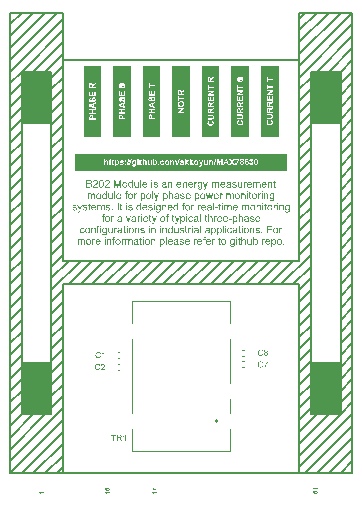
<source format=gbr>
%TF.GenerationSoftware,Altium Limited,Altium Designer,22.1.2 (22)*%
G04 Layer_Color=65535*
%FSLAX26Y26*%
%MOIN*%
%TF.SameCoordinates,654C00B4-3322-4B45-B6E3-0FD47356756A*%
%TF.FilePolarity,Positive*%
%TF.FileFunction,Legend,Top*%
%TF.Part,Single*%
G01*
G75*
%TA.AperFunction,NonConductor*%
%ADD28C,0.007874*%
%ADD29C,0.003937*%
%ADD30C,0.001968*%
%ADD31C,0.007087*%
%ADD32R,0.098425X0.177165*%
G36*
X-95532Y1170827D02*
X-98626D01*
Y1174358D01*
X-95532D01*
Y1170827D01*
D02*
G37*
G36*
X-160324Y1149169D02*
X-163199D01*
Y1151462D01*
X-163236Y1151426D01*
X-163272Y1151353D01*
X-163381Y1151208D01*
X-163527Y1151026D01*
X-163709Y1150844D01*
X-163927Y1150625D01*
X-164182Y1150370D01*
X-164510Y1150116D01*
X-164837Y1149861D01*
X-165201Y1149606D01*
X-165638Y1149388D01*
X-166111Y1149206D01*
X-166585Y1149024D01*
X-167131Y1148878D01*
X-167713Y1148805D01*
X-168332Y1148769D01*
X-168550D01*
X-168696Y1148805D01*
X-169133Y1148842D01*
X-169642Y1148914D01*
X-170261Y1149060D01*
X-170953Y1149278D01*
X-171644Y1149570D01*
X-172336Y1149970D01*
X-172372D01*
X-172409Y1150043D01*
X-172627Y1150188D01*
X-172955Y1150480D01*
X-173355Y1150844D01*
X-173828Y1151317D01*
X-174301Y1151899D01*
X-174775Y1152554D01*
X-175175Y1153319D01*
Y1153355D01*
X-175211Y1153428D01*
X-175248Y1153537D01*
X-175321Y1153683D01*
X-175393Y1153901D01*
X-175503Y1154156D01*
X-175575Y1154411D01*
X-175648Y1154738D01*
X-175830Y1155466D01*
X-176012Y1156304D01*
X-176121Y1157250D01*
X-176158Y1158269D01*
Y1158306D01*
Y1158378D01*
Y1158524D01*
Y1158742D01*
X-176121Y1158961D01*
Y1159252D01*
X-176049Y1159907D01*
X-175939Y1160672D01*
X-175757Y1161509D01*
X-175539Y1162382D01*
X-175248Y1163220D01*
Y1163256D01*
X-175211Y1163329D01*
X-175139Y1163438D01*
X-175066Y1163584D01*
X-174847Y1163984D01*
X-174556Y1164494D01*
X-174192Y1165040D01*
X-173719Y1165586D01*
X-173173Y1166168D01*
X-172518Y1166641D01*
X-172481D01*
X-172445Y1166678D01*
X-172336Y1166750D01*
X-172190Y1166823D01*
X-171826Y1167005D01*
X-171317Y1167260D01*
X-170734Y1167478D01*
X-170043Y1167660D01*
X-169278Y1167806D01*
X-168477Y1167842D01*
X-168186D01*
X-167895Y1167806D01*
X-167495Y1167770D01*
X-167021Y1167660D01*
X-166512Y1167551D01*
X-166002Y1167369D01*
X-165529Y1167114D01*
X-165456Y1167078D01*
X-165311Y1167005D01*
X-165092Y1166823D01*
X-164801Y1166641D01*
X-164437Y1166386D01*
X-164109Y1166059D01*
X-163745Y1165731D01*
X-163418Y1165331D01*
Y1174358D01*
X-160324D01*
Y1149169D01*
D02*
G37*
G36*
X298098Y1167806D02*
X298498Y1167770D01*
X298971Y1167697D01*
X299481Y1167588D01*
X300027Y1167442D01*
X300537Y1167224D01*
X300609Y1167187D01*
X300755Y1167114D01*
X301010Y1167005D01*
X301301Y1166823D01*
X301665Y1166605D01*
X301993Y1166314D01*
X302320Y1166023D01*
X302611Y1165659D01*
X302648Y1165622D01*
X302721Y1165476D01*
X302830Y1165294D01*
X303012Y1165040D01*
X303157Y1164676D01*
X303303Y1164312D01*
X303485Y1163875D01*
X303594Y1163402D01*
Y1163365D01*
X303631Y1163220D01*
X303667Y1163001D01*
X303703Y1162710D01*
Y1162273D01*
X303740Y1161764D01*
X303776Y1161145D01*
Y1160380D01*
Y1149169D01*
X300682D01*
Y1160235D01*
Y1160271D01*
Y1160308D01*
Y1160562D01*
Y1160890D01*
X300646Y1161291D01*
X300609Y1161764D01*
X300537Y1162237D01*
X300427Y1162674D01*
X300318Y1163074D01*
Y1163111D01*
X300245Y1163220D01*
X300136Y1163402D01*
X300027Y1163620D01*
X299845Y1163839D01*
X299627Y1164093D01*
X299335Y1164348D01*
X299008Y1164566D01*
X298971Y1164603D01*
X298862Y1164676D01*
X298644Y1164748D01*
X298389Y1164858D01*
X298098Y1164967D01*
X297734Y1165076D01*
X297297Y1165112D01*
X296860Y1165149D01*
X296678D01*
X296533Y1165112D01*
X296169Y1165076D01*
X295695Y1165003D01*
X295186Y1164821D01*
X294603Y1164603D01*
X294021Y1164312D01*
X293475Y1163875D01*
X293402Y1163802D01*
X293257Y1163620D01*
X293147Y1163475D01*
X293038Y1163293D01*
X292893Y1163074D01*
X292783Y1162819D01*
X292638Y1162528D01*
X292492Y1162164D01*
X292383Y1161764D01*
X292274Y1161327D01*
X292201Y1160854D01*
X292128Y1160344D01*
X292055Y1159725D01*
Y1159107D01*
Y1149169D01*
X288961D01*
Y1167442D01*
X291728D01*
Y1164821D01*
X291764Y1164858D01*
X291837Y1164967D01*
X291946Y1165112D01*
X292092Y1165294D01*
X292310Y1165513D01*
X292565Y1165768D01*
X292856Y1166059D01*
X293220Y1166350D01*
X293584Y1166605D01*
X294021Y1166896D01*
X294494Y1167151D01*
X295004Y1167369D01*
X295586Y1167551D01*
X296169Y1167697D01*
X296824Y1167806D01*
X297515Y1167842D01*
X297807D01*
X298098Y1167806D01*
D02*
G37*
G36*
X14287D02*
X14687Y1167770D01*
X15161Y1167697D01*
X15670Y1167588D01*
X16216Y1167442D01*
X16726Y1167224D01*
X16799Y1167187D01*
X16944Y1167114D01*
X17199Y1167005D01*
X17490Y1166823D01*
X17854Y1166605D01*
X18182Y1166314D01*
X18509Y1166023D01*
X18801Y1165659D01*
X18837Y1165622D01*
X18910Y1165476D01*
X19019Y1165294D01*
X19201Y1165040D01*
X19347Y1164676D01*
X19492Y1164312D01*
X19674Y1163875D01*
X19783Y1163402D01*
Y1163365D01*
X19820Y1163220D01*
X19856Y1163001D01*
X19893Y1162710D01*
Y1162273D01*
X19929Y1161764D01*
X19965Y1161145D01*
Y1160380D01*
Y1149169D01*
X16871D01*
Y1160235D01*
Y1160271D01*
Y1160308D01*
Y1160562D01*
Y1160890D01*
X16835Y1161291D01*
X16799Y1161764D01*
X16726Y1162237D01*
X16617Y1162674D01*
X16507Y1163074D01*
Y1163111D01*
X16435Y1163220D01*
X16325Y1163402D01*
X16216Y1163620D01*
X16034Y1163839D01*
X15816Y1164093D01*
X15525Y1164348D01*
X15197Y1164566D01*
X15161Y1164603D01*
X15051Y1164676D01*
X14833Y1164748D01*
X14578Y1164858D01*
X14287Y1164967D01*
X13923Y1165076D01*
X13486Y1165112D01*
X13049Y1165149D01*
X12867D01*
X12722Y1165112D01*
X12358Y1165076D01*
X11885Y1165003D01*
X11375Y1164821D01*
X10793Y1164603D01*
X10210Y1164312D01*
X9664Y1163875D01*
X9591Y1163802D01*
X9446Y1163620D01*
X9337Y1163475D01*
X9227Y1163293D01*
X9082Y1163074D01*
X8973Y1162819D01*
X8827Y1162528D01*
X8681Y1162164D01*
X8572Y1161764D01*
X8463Y1161327D01*
X8390Y1160854D01*
X8317Y1160344D01*
X8245Y1159725D01*
Y1159107D01*
Y1149169D01*
X5151D01*
Y1167442D01*
X7917D01*
Y1164821D01*
X7953Y1164858D01*
X8026Y1164967D01*
X8135Y1165112D01*
X8281Y1165294D01*
X8499Y1165513D01*
X8754Y1165768D01*
X9045Y1166059D01*
X9409Y1166350D01*
X9773Y1166605D01*
X10210Y1166896D01*
X10683Y1167151D01*
X11193Y1167369D01*
X11775Y1167551D01*
X12358Y1167697D01*
X13013Y1167806D01*
X13705Y1167842D01*
X13996D01*
X14287Y1167806D01*
D02*
G37*
G36*
X-34671D02*
X-34271Y1167770D01*
X-33797Y1167697D01*
X-33288Y1167588D01*
X-32742Y1167442D01*
X-32232Y1167224D01*
X-32159Y1167187D01*
X-32014Y1167114D01*
X-31759Y1167005D01*
X-31468Y1166823D01*
X-31104Y1166605D01*
X-30776Y1166314D01*
X-30449Y1166023D01*
X-30157Y1165659D01*
X-30121Y1165622D01*
X-30048Y1165476D01*
X-29939Y1165294D01*
X-29757Y1165040D01*
X-29611Y1164676D01*
X-29466Y1164312D01*
X-29284Y1163875D01*
X-29175Y1163402D01*
Y1163365D01*
X-29138Y1163220D01*
X-29102Y1163001D01*
X-29065Y1162710D01*
Y1162273D01*
X-29029Y1161764D01*
X-28993Y1161145D01*
Y1160380D01*
Y1149169D01*
X-32087D01*
Y1160235D01*
Y1160271D01*
Y1160308D01*
Y1160562D01*
Y1160890D01*
X-32123Y1161291D01*
X-32159Y1161764D01*
X-32232Y1162237D01*
X-32341Y1162674D01*
X-32451Y1163074D01*
Y1163111D01*
X-32523Y1163220D01*
X-32633Y1163402D01*
X-32742Y1163620D01*
X-32924Y1163839D01*
X-33142Y1164093D01*
X-33433Y1164348D01*
X-33761Y1164566D01*
X-33797Y1164603D01*
X-33907Y1164676D01*
X-34125Y1164748D01*
X-34380Y1164858D01*
X-34671Y1164967D01*
X-35035Y1165076D01*
X-35472Y1165112D01*
X-35909Y1165149D01*
X-36091D01*
X-36236Y1165112D01*
X-36600Y1165076D01*
X-37073Y1165003D01*
X-37583Y1164821D01*
X-38165Y1164603D01*
X-38748Y1164312D01*
X-39294Y1163875D01*
X-39367Y1163802D01*
X-39512Y1163620D01*
X-39621Y1163475D01*
X-39731Y1163293D01*
X-39876Y1163074D01*
X-39985Y1162819D01*
X-40131Y1162528D01*
X-40277Y1162164D01*
X-40386Y1161764D01*
X-40495Y1161327D01*
X-40568Y1160854D01*
X-40641Y1160344D01*
X-40713Y1159725D01*
Y1159107D01*
Y1149169D01*
X-43807D01*
Y1167442D01*
X-41041D01*
Y1164821D01*
X-41005Y1164858D01*
X-40932Y1164967D01*
X-40823Y1165112D01*
X-40677Y1165294D01*
X-40459Y1165513D01*
X-40204Y1165768D01*
X-39913Y1166059D01*
X-39549Y1166350D01*
X-39185Y1166605D01*
X-38748Y1166896D01*
X-38275Y1167151D01*
X-37765Y1167369D01*
X-37183Y1167551D01*
X-36600Y1167697D01*
X-35945Y1167806D01*
X-35253Y1167842D01*
X-34962D01*
X-34671Y1167806D01*
D02*
G37*
G36*
X216016D02*
X216416Y1167733D01*
X216889Y1167588D01*
X217399Y1167406D01*
X217981Y1167151D01*
X218600Y1166823D01*
X217472Y1163984D01*
X217435Y1164021D01*
X217290Y1164093D01*
X217071Y1164203D01*
X216780Y1164312D01*
X216453Y1164421D01*
X216052Y1164530D01*
X215652Y1164603D01*
X215251Y1164639D01*
X215069D01*
X214887Y1164603D01*
X214633Y1164566D01*
X214378Y1164494D01*
X214050Y1164384D01*
X213723Y1164239D01*
X213431Y1164021D01*
X213395Y1163984D01*
X213286Y1163911D01*
X213177Y1163766D01*
X212995Y1163584D01*
X212813Y1163329D01*
X212631Y1163038D01*
X212449Y1162710D01*
X212303Y1162310D01*
X212267Y1162237D01*
X212230Y1162018D01*
X212157Y1161691D01*
X212048Y1161254D01*
X211939Y1160708D01*
X211866Y1160089D01*
X211830Y1159434D01*
X211793Y1158706D01*
Y1149169D01*
X208699D01*
Y1167442D01*
X211502D01*
Y1164676D01*
X211539Y1164712D01*
X211684Y1164967D01*
X211866Y1165294D01*
X212157Y1165695D01*
X212449Y1166095D01*
X212776Y1166532D01*
X213104Y1166896D01*
X213431Y1167187D01*
X213468Y1167224D01*
X213577Y1167296D01*
X213795Y1167406D01*
X214014Y1167515D01*
X214305Y1167624D01*
X214669Y1167733D01*
X215033Y1167806D01*
X215433Y1167842D01*
X215688D01*
X216016Y1167806D01*
D02*
G37*
G36*
X51597D02*
X51997Y1167733D01*
X52471Y1167588D01*
X52980Y1167406D01*
X53563Y1167151D01*
X54181Y1166823D01*
X53053Y1163984D01*
X53017Y1164021D01*
X52871Y1164093D01*
X52653Y1164203D01*
X52361Y1164312D01*
X52034Y1164421D01*
X51633Y1164530D01*
X51233Y1164603D01*
X50833Y1164639D01*
X50651D01*
X50469Y1164603D01*
X50214Y1164566D01*
X49959Y1164494D01*
X49631Y1164384D01*
X49304Y1164239D01*
X49013Y1164021D01*
X48976Y1163984D01*
X48867Y1163911D01*
X48758Y1163766D01*
X48576Y1163584D01*
X48394Y1163329D01*
X48212Y1163038D01*
X48030Y1162710D01*
X47884Y1162310D01*
X47848Y1162237D01*
X47811Y1162018D01*
X47739Y1161691D01*
X47629Y1161254D01*
X47520Y1160708D01*
X47447Y1160089D01*
X47411Y1159434D01*
X47375Y1158706D01*
Y1149169D01*
X44281D01*
Y1167442D01*
X47083D01*
Y1164676D01*
X47120Y1164712D01*
X47265Y1164967D01*
X47447Y1165294D01*
X47739Y1165695D01*
X48030Y1166095D01*
X48357Y1166532D01*
X48685Y1166896D01*
X49013Y1167187D01*
X49049Y1167224D01*
X49158Y1167296D01*
X49377Y1167406D01*
X49595Y1167515D01*
X49886Y1167624D01*
X50250Y1167733D01*
X50614Y1167806D01*
X51015Y1167842D01*
X51269D01*
X51597Y1167806D01*
D02*
G37*
G36*
X259587D02*
X259841D01*
X260096Y1167770D01*
X260715Y1167660D01*
X261370Y1167478D01*
X262062Y1167187D01*
X262753Y1166823D01*
X263336Y1166314D01*
X263409Y1166241D01*
X263554Y1166023D01*
X263809Y1165695D01*
X263918Y1165440D01*
X264064Y1165185D01*
X264209Y1164858D01*
X264319Y1164530D01*
X264464Y1164166D01*
X264573Y1163729D01*
X264646Y1163293D01*
X264719Y1162783D01*
X264792Y1162273D01*
Y1161691D01*
Y1149169D01*
X261698D01*
Y1160635D01*
Y1160672D01*
Y1160708D01*
Y1160927D01*
Y1161254D01*
X261661Y1161655D01*
X261625Y1162091D01*
X261589Y1162528D01*
X261516Y1162965D01*
X261407Y1163293D01*
Y1163329D01*
X261334Y1163438D01*
X261261Y1163584D01*
X261152Y1163766D01*
X261006Y1163984D01*
X260824Y1164203D01*
X260606Y1164421D01*
X260315Y1164639D01*
X260278Y1164676D01*
X260169Y1164712D01*
X260023Y1164785D01*
X259769Y1164894D01*
X259514Y1165003D01*
X259186Y1165076D01*
X258859Y1165112D01*
X258458Y1165149D01*
X258276D01*
X258131Y1165112D01*
X257767Y1165076D01*
X257330Y1165003D01*
X256820Y1164821D01*
X256274Y1164603D01*
X255728Y1164275D01*
X255219Y1163839D01*
X255182Y1163766D01*
X255037Y1163584D01*
X254818Y1163293D01*
X254600Y1162856D01*
X254345Y1162273D01*
X254163Y1161582D01*
X254017Y1160745D01*
X253945Y1159762D01*
Y1149169D01*
X250851D01*
Y1160999D01*
Y1161036D01*
Y1161109D01*
Y1161181D01*
Y1161327D01*
X250814Y1161727D01*
X250741Y1162164D01*
X250669Y1162674D01*
X250523Y1163183D01*
X250341Y1163657D01*
X250086Y1164093D01*
X250050Y1164130D01*
X249941Y1164275D01*
X249759Y1164421D01*
X249504Y1164639D01*
X249176Y1164821D01*
X248739Y1165003D01*
X248230Y1165112D01*
X247611Y1165149D01*
X247393D01*
X247138Y1165112D01*
X246847Y1165076D01*
X246483Y1164967D01*
X246046Y1164858D01*
X245645Y1164676D01*
X245209Y1164457D01*
X245172Y1164421D01*
X245027Y1164312D01*
X244845Y1164166D01*
X244590Y1163948D01*
X244335Y1163657D01*
X244080Y1163293D01*
X243825Y1162892D01*
X243607Y1162419D01*
X243571Y1162346D01*
X243534Y1162164D01*
X243461Y1161873D01*
X243352Y1161473D01*
X243243Y1160927D01*
X243170Y1160271D01*
X243134Y1159507D01*
X243097Y1158633D01*
Y1149169D01*
X240003D01*
Y1167442D01*
X242770D01*
Y1164821D01*
X242806Y1164894D01*
X242915Y1165040D01*
X243134Y1165294D01*
X243389Y1165586D01*
X243716Y1165950D01*
X244117Y1166314D01*
X244553Y1166678D01*
X245063Y1167005D01*
X245136Y1167042D01*
X245318Y1167151D01*
X245609Y1167260D01*
X246009Y1167442D01*
X246483Y1167588D01*
X247029Y1167697D01*
X247647Y1167806D01*
X248303Y1167842D01*
X248630D01*
X249031Y1167806D01*
X249467Y1167733D01*
X250013Y1167624D01*
X250559Y1167478D01*
X251105Y1167260D01*
X251615Y1166969D01*
X251688Y1166932D01*
X251833Y1166823D01*
X252052Y1166641D01*
X252343Y1166350D01*
X252634Y1166023D01*
X252962Y1165622D01*
X253253Y1165149D01*
X253471Y1164603D01*
X253508Y1164639D01*
X253581Y1164748D01*
X253690Y1164894D01*
X253872Y1165112D01*
X254090Y1165367D01*
X254345Y1165622D01*
X254636Y1165913D01*
X255000Y1166241D01*
X255401Y1166532D01*
X255801Y1166823D01*
X256274Y1167078D01*
X256784Y1167333D01*
X257330Y1167551D01*
X257912Y1167697D01*
X258495Y1167806D01*
X259150Y1167842D01*
X259405D01*
X259587Y1167806D01*
D02*
G37*
G36*
X122577D02*
X122832D01*
X123087Y1167770D01*
X123705Y1167660D01*
X124361Y1167478D01*
X125052Y1167187D01*
X125744Y1166823D01*
X126326Y1166314D01*
X126399Y1166241D01*
X126545Y1166023D01*
X126799Y1165695D01*
X126909Y1165440D01*
X127054Y1165185D01*
X127200Y1164858D01*
X127309Y1164530D01*
X127455Y1164166D01*
X127564Y1163729D01*
X127637Y1163293D01*
X127709Y1162783D01*
X127782Y1162273D01*
Y1161691D01*
Y1149169D01*
X124688D01*
Y1160635D01*
Y1160672D01*
Y1160708D01*
Y1160927D01*
Y1161254D01*
X124652Y1161655D01*
X124615Y1162091D01*
X124579Y1162528D01*
X124506Y1162965D01*
X124397Y1163293D01*
Y1163329D01*
X124324Y1163438D01*
X124251Y1163584D01*
X124142Y1163766D01*
X123997Y1163984D01*
X123815Y1164203D01*
X123596Y1164421D01*
X123305Y1164639D01*
X123269Y1164676D01*
X123159Y1164712D01*
X123014Y1164785D01*
X122759Y1164894D01*
X122504Y1165003D01*
X122177Y1165076D01*
X121849Y1165112D01*
X121449Y1165149D01*
X121267D01*
X121121Y1165112D01*
X120757Y1165076D01*
X120320Y1165003D01*
X119811Y1164821D01*
X119265Y1164603D01*
X118719Y1164275D01*
X118209Y1163839D01*
X118173Y1163766D01*
X118027Y1163584D01*
X117809Y1163293D01*
X117590Y1162856D01*
X117335Y1162273D01*
X117153Y1161582D01*
X117008Y1160745D01*
X116935Y1159762D01*
Y1149169D01*
X113841D01*
Y1160999D01*
Y1161036D01*
Y1161109D01*
Y1161181D01*
Y1161327D01*
X113805Y1161727D01*
X113732Y1162164D01*
X113659Y1162674D01*
X113513Y1163183D01*
X113331Y1163657D01*
X113077Y1164093D01*
X113040Y1164130D01*
X112931Y1164275D01*
X112749Y1164421D01*
X112494Y1164639D01*
X112167Y1164821D01*
X111730Y1165003D01*
X111220Y1165112D01*
X110601Y1165149D01*
X110383D01*
X110128Y1165112D01*
X109837Y1165076D01*
X109473Y1164967D01*
X109036Y1164858D01*
X108636Y1164676D01*
X108199Y1164457D01*
X108163Y1164421D01*
X108017Y1164312D01*
X107835Y1164166D01*
X107580Y1163948D01*
X107325Y1163657D01*
X107071Y1163293D01*
X106816Y1162892D01*
X106597Y1162419D01*
X106561Y1162346D01*
X106525Y1162164D01*
X106452Y1161873D01*
X106343Y1161473D01*
X106233Y1160927D01*
X106161Y1160271D01*
X106124Y1159507D01*
X106088Y1158633D01*
Y1149169D01*
X102994D01*
Y1167442D01*
X105760D01*
Y1164821D01*
X105797Y1164894D01*
X105906Y1165040D01*
X106124Y1165294D01*
X106379Y1165586D01*
X106707Y1165950D01*
X107107Y1166314D01*
X107544Y1166678D01*
X108053Y1167005D01*
X108126Y1167042D01*
X108308Y1167151D01*
X108599Y1167260D01*
X109000Y1167442D01*
X109473Y1167588D01*
X110019Y1167697D01*
X110638Y1167806D01*
X111293Y1167842D01*
X111621D01*
X112021Y1167806D01*
X112458Y1167733D01*
X113004Y1167624D01*
X113550Y1167478D01*
X114096Y1167260D01*
X114605Y1166969D01*
X114678Y1166932D01*
X114824Y1166823D01*
X115042Y1166641D01*
X115333Y1166350D01*
X115625Y1166023D01*
X115952Y1165622D01*
X116243Y1165149D01*
X116462Y1164603D01*
X116498Y1164639D01*
X116571Y1164748D01*
X116680Y1164894D01*
X116862Y1165112D01*
X117081Y1165367D01*
X117335Y1165622D01*
X117627Y1165913D01*
X117991Y1166241D01*
X118391Y1166532D01*
X118791Y1166823D01*
X119265Y1167078D01*
X119774Y1167333D01*
X120320Y1167551D01*
X120903Y1167697D01*
X121485Y1167806D01*
X122140Y1167842D01*
X122395D01*
X122577Y1167806D01*
D02*
G37*
G36*
X178269D02*
X178815Y1167770D01*
X179397Y1167697D01*
X180016Y1167551D01*
X180671Y1167406D01*
X181290Y1167187D01*
X181327D01*
X181363Y1167151D01*
X181545Y1167078D01*
X181836Y1166932D01*
X182200Y1166751D01*
X182601Y1166496D01*
X183001Y1166205D01*
X183365Y1165877D01*
X183693Y1165513D01*
X183729Y1165476D01*
X183802Y1165331D01*
X183947Y1165076D01*
X184129Y1164785D01*
X184311Y1164348D01*
X184493Y1163875D01*
X184639Y1163329D01*
X184785Y1162710D01*
X181763Y1162310D01*
Y1162382D01*
X181727Y1162528D01*
X181654Y1162783D01*
X181545Y1163111D01*
X181363Y1163438D01*
X181145Y1163802D01*
X180890Y1164166D01*
X180526Y1164494D01*
X180489Y1164530D01*
X180344Y1164603D01*
X180125Y1164748D01*
X179798Y1164894D01*
X179434Y1165040D01*
X178961Y1165185D01*
X178378Y1165258D01*
X177759Y1165294D01*
X177395D01*
X177031Y1165258D01*
X176558Y1165222D01*
X176085Y1165112D01*
X175575Y1165003D01*
X175102Y1164821D01*
X174702Y1164566D01*
X174665Y1164530D01*
X174556Y1164457D01*
X174411Y1164312D01*
X174265Y1164093D01*
X174083Y1163875D01*
X173937Y1163584D01*
X173828Y1163256D01*
X173792Y1162928D01*
Y1162892D01*
Y1162819D01*
X173828Y1162710D01*
Y1162564D01*
X173937Y1162200D01*
X174156Y1161836D01*
X174192Y1161800D01*
X174229Y1161764D01*
X174301Y1161655D01*
X174447Y1161545D01*
X174593Y1161436D01*
X174811Y1161291D01*
X175066Y1161181D01*
X175357Y1161036D01*
X175393D01*
X175466Y1160999D01*
X175612Y1160963D01*
X175867Y1160854D01*
X176231Y1160745D01*
X176704Y1160635D01*
X176995Y1160526D01*
X177323Y1160453D01*
X177687Y1160344D01*
X178087Y1160235D01*
X178123D01*
X178233Y1160198D01*
X178415Y1160162D01*
X178633Y1160089D01*
X178888Y1160016D01*
X179215Y1159944D01*
X179907Y1159725D01*
X180671Y1159507D01*
X181436Y1159252D01*
X182127Y1158997D01*
X182419Y1158888D01*
X182673Y1158779D01*
X182746Y1158743D01*
X182892Y1158670D01*
X183110Y1158561D01*
X183438Y1158379D01*
X183765Y1158160D01*
X184093Y1157869D01*
X184421Y1157541D01*
X184712Y1157177D01*
X184748Y1157141D01*
X184821Y1156995D01*
X184967Y1156777D01*
X185112Y1156449D01*
X185221Y1156049D01*
X185367Y1155612D01*
X185440Y1155102D01*
X185476Y1154520D01*
Y1154447D01*
Y1154265D01*
X185440Y1153974D01*
X185367Y1153574D01*
X185258Y1153137D01*
X185076Y1152664D01*
X184857Y1152118D01*
X184566Y1151608D01*
X184530Y1151535D01*
X184384Y1151390D01*
X184202Y1151135D01*
X183911Y1150844D01*
X183511Y1150516D01*
X183074Y1150152D01*
X182564Y1149824D01*
X181945Y1149497D01*
X181909D01*
X181873Y1149460D01*
X181654Y1149388D01*
X181290Y1149278D01*
X180817Y1149133D01*
X180235Y1148987D01*
X179579Y1148878D01*
X178888Y1148805D01*
X178087Y1148769D01*
X177759D01*
X177505Y1148805D01*
X177213D01*
X176849Y1148842D01*
X176485Y1148878D01*
X176085Y1148951D01*
X175211Y1149133D01*
X174301Y1149388D01*
X173428Y1149752D01*
X173027Y1149970D01*
X172663Y1150225D01*
X172627Y1150261D01*
X172591Y1150298D01*
X172372Y1150516D01*
X172045Y1150844D01*
X171681Y1151353D01*
X171280Y1151972D01*
X170880Y1152700D01*
X170552Y1153610D01*
X170297Y1154629D01*
X173355Y1155102D01*
Y1155066D01*
Y1155030D01*
X173428Y1154811D01*
X173501Y1154447D01*
X173646Y1154047D01*
X173828Y1153610D01*
X174047Y1153137D01*
X174374Y1152664D01*
X174775Y1152263D01*
X174847Y1152227D01*
X174993Y1152118D01*
X175284Y1151972D01*
X175648Y1151790D01*
X176121Y1151608D01*
X176667Y1151463D01*
X177323Y1151353D01*
X178087Y1151317D01*
X178451D01*
X178815Y1151353D01*
X179288Y1151426D01*
X179798Y1151535D01*
X180344Y1151681D01*
X180817Y1151863D01*
X181254Y1152154D01*
X181290Y1152190D01*
X181436Y1152300D01*
X181581Y1152482D01*
X181800Y1152736D01*
X181982Y1153028D01*
X182164Y1153392D01*
X182273Y1153756D01*
X182309Y1154193D01*
Y1154229D01*
Y1154374D01*
X182273Y1154556D01*
X182200Y1154811D01*
X182091Y1155066D01*
X181909Y1155321D01*
X181691Y1155612D01*
X181363Y1155831D01*
X181327Y1155867D01*
X181217Y1155903D01*
X181035Y1156013D01*
X180744Y1156122D01*
X180307Y1156267D01*
X180053Y1156377D01*
X179761Y1156449D01*
X179434Y1156559D01*
X179070Y1156668D01*
X178669Y1156777D01*
X178196Y1156886D01*
X178160D01*
X178051Y1156922D01*
X177869Y1156959D01*
X177650Y1157032D01*
X177359Y1157104D01*
X177031Y1157214D01*
X176340Y1157396D01*
X175539Y1157650D01*
X174775Y1157869D01*
X174047Y1158124D01*
X173719Y1158269D01*
X173464Y1158379D01*
X173391Y1158415D01*
X173246Y1158488D01*
X173027Y1158633D01*
X172736Y1158815D01*
X172409Y1159070D01*
X172081Y1159361D01*
X171753Y1159689D01*
X171462Y1160089D01*
X171426Y1160126D01*
X171353Y1160271D01*
X171244Y1160526D01*
X171135Y1160817D01*
X171025Y1161181D01*
X170916Y1161618D01*
X170843Y1162055D01*
X170807Y1162564D01*
Y1162637D01*
Y1162783D01*
X170843Y1163001D01*
X170880Y1163329D01*
X170953Y1163657D01*
X171025Y1164057D01*
X171171Y1164421D01*
X171353Y1164821D01*
X171389Y1164858D01*
X171462Y1165003D01*
X171571Y1165185D01*
X171753Y1165440D01*
X171972Y1165695D01*
X172227Y1166023D01*
X172518Y1166314D01*
X172882Y1166569D01*
X172918Y1166605D01*
X173027Y1166641D01*
X173173Y1166751D01*
X173391Y1166860D01*
X173683Y1167005D01*
X174010Y1167151D01*
X174411Y1167296D01*
X174847Y1167442D01*
X174920Y1167478D01*
X175066Y1167515D01*
X175321Y1167588D01*
X175648Y1167660D01*
X176049Y1167733D01*
X176485Y1167770D01*
X176995Y1167842D01*
X177869D01*
X178269Y1167806D01*
D02*
G37*
G36*
X-84066D02*
X-83520Y1167770D01*
X-82937Y1167697D01*
X-82319Y1167551D01*
X-81663Y1167406D01*
X-81045Y1167187D01*
X-81008D01*
X-80972Y1167151D01*
X-80790Y1167078D01*
X-80499Y1166932D01*
X-80135Y1166751D01*
X-79734Y1166496D01*
X-79334Y1166205D01*
X-78970Y1165877D01*
X-78642Y1165513D01*
X-78606Y1165476D01*
X-78533Y1165331D01*
X-78387Y1165076D01*
X-78205Y1164785D01*
X-78023Y1164348D01*
X-77841Y1163875D01*
X-77696Y1163329D01*
X-77550Y1162710D01*
X-80571Y1162310D01*
Y1162382D01*
X-80608Y1162528D01*
X-80681Y1162783D01*
X-80790Y1163111D01*
X-80972Y1163438D01*
X-81190Y1163802D01*
X-81445Y1164166D01*
X-81809Y1164494D01*
X-81845Y1164530D01*
X-81991Y1164603D01*
X-82209Y1164748D01*
X-82537Y1164894D01*
X-82901Y1165040D01*
X-83374Y1165185D01*
X-83957Y1165258D01*
X-84575Y1165294D01*
X-84939D01*
X-85303Y1165258D01*
X-85777Y1165222D01*
X-86250Y1165112D01*
X-86759Y1165003D01*
X-87233Y1164821D01*
X-87633Y1164566D01*
X-87669Y1164530D01*
X-87779Y1164457D01*
X-87924Y1164312D01*
X-88070Y1164093D01*
X-88252Y1163875D01*
X-88397Y1163584D01*
X-88507Y1163256D01*
X-88543Y1162928D01*
Y1162892D01*
Y1162819D01*
X-88507Y1162710D01*
Y1162564D01*
X-88397Y1162200D01*
X-88179Y1161836D01*
X-88143Y1161800D01*
X-88106Y1161764D01*
X-88033Y1161655D01*
X-87888Y1161545D01*
X-87742Y1161436D01*
X-87524Y1161291D01*
X-87269Y1161181D01*
X-86978Y1161036D01*
X-86941D01*
X-86869Y1160999D01*
X-86723Y1160963D01*
X-86468Y1160854D01*
X-86104Y1160745D01*
X-85631Y1160635D01*
X-85340Y1160526D01*
X-85012Y1160453D01*
X-84648Y1160344D01*
X-84248Y1160235D01*
X-84211D01*
X-84102Y1160198D01*
X-83920Y1160162D01*
X-83702Y1160089D01*
X-83447Y1160016D01*
X-83119Y1159944D01*
X-82428Y1159725D01*
X-81663Y1159507D01*
X-80899Y1159252D01*
X-80207Y1158997D01*
X-79916Y1158888D01*
X-79661Y1158779D01*
X-79589Y1158743D01*
X-79443Y1158670D01*
X-79225Y1158561D01*
X-78897Y1158379D01*
X-78569Y1158160D01*
X-78242Y1157869D01*
X-77914Y1157541D01*
X-77623Y1157177D01*
X-77587Y1157141D01*
X-77514Y1156995D01*
X-77368Y1156777D01*
X-77223Y1156449D01*
X-77113Y1156049D01*
X-76968Y1155612D01*
X-76895Y1155102D01*
X-76859Y1154520D01*
Y1154447D01*
Y1154265D01*
X-76895Y1153974D01*
X-76968Y1153574D01*
X-77077Y1153137D01*
X-77259Y1152664D01*
X-77477Y1152118D01*
X-77769Y1151608D01*
X-77805Y1151535D01*
X-77951Y1151390D01*
X-78133Y1151135D01*
X-78424Y1150844D01*
X-78824Y1150516D01*
X-79261Y1150152D01*
X-79771Y1149824D01*
X-80389Y1149497D01*
X-80426D01*
X-80462Y1149460D01*
X-80681Y1149388D01*
X-81045Y1149278D01*
X-81518Y1149133D01*
X-82100Y1148987D01*
X-82755Y1148878D01*
X-83447Y1148805D01*
X-84248Y1148769D01*
X-84575D01*
X-84830Y1148805D01*
X-85121D01*
X-85485Y1148842D01*
X-85849Y1148878D01*
X-86250Y1148951D01*
X-87123Y1149133D01*
X-88033Y1149388D01*
X-88907Y1149752D01*
X-89307Y1149970D01*
X-89671Y1150225D01*
X-89708Y1150261D01*
X-89744Y1150298D01*
X-89963Y1150516D01*
X-90290Y1150844D01*
X-90654Y1151353D01*
X-91055Y1151972D01*
X-91455Y1152700D01*
X-91783Y1153610D01*
X-92037Y1154629D01*
X-88980Y1155102D01*
Y1155066D01*
Y1155030D01*
X-88907Y1154811D01*
X-88834Y1154447D01*
X-88689Y1154047D01*
X-88507Y1153610D01*
X-88288Y1153137D01*
X-87961Y1152664D01*
X-87560Y1152263D01*
X-87487Y1152227D01*
X-87342Y1152118D01*
X-87051Y1151972D01*
X-86687Y1151790D01*
X-86213Y1151608D01*
X-85667Y1151463D01*
X-85012Y1151353D01*
X-84248Y1151317D01*
X-83884D01*
X-83520Y1151353D01*
X-83047Y1151426D01*
X-82537Y1151535D01*
X-81991Y1151681D01*
X-81518Y1151863D01*
X-81081Y1152154D01*
X-81045Y1152190D01*
X-80899Y1152300D01*
X-80753Y1152482D01*
X-80535Y1152736D01*
X-80353Y1153028D01*
X-80171Y1153392D01*
X-80062Y1153756D01*
X-80025Y1154193D01*
Y1154229D01*
Y1154374D01*
X-80062Y1154556D01*
X-80135Y1154811D01*
X-80244Y1155066D01*
X-80426Y1155321D01*
X-80644Y1155612D01*
X-80972Y1155831D01*
X-81008Y1155867D01*
X-81117Y1155903D01*
X-81299Y1156013D01*
X-81591Y1156122D01*
X-82027Y1156267D01*
X-82282Y1156377D01*
X-82573Y1156449D01*
X-82901Y1156559D01*
X-83265Y1156668D01*
X-83665Y1156777D01*
X-84139Y1156886D01*
X-84175D01*
X-84284Y1156922D01*
X-84466Y1156959D01*
X-84685Y1157032D01*
X-84976Y1157104D01*
X-85303Y1157214D01*
X-85995Y1157396D01*
X-86796Y1157650D01*
X-87560Y1157869D01*
X-88288Y1158124D01*
X-88616Y1158269D01*
X-88871Y1158378D01*
X-88943Y1158415D01*
X-89089Y1158488D01*
X-89307Y1158633D01*
X-89599Y1158815D01*
X-89926Y1159070D01*
X-90254Y1159361D01*
X-90581Y1159689D01*
X-90873Y1160089D01*
X-90909Y1160126D01*
X-90982Y1160271D01*
X-91091Y1160526D01*
X-91200Y1160817D01*
X-91309Y1161181D01*
X-91419Y1161618D01*
X-91491Y1162055D01*
X-91528Y1162564D01*
Y1162637D01*
Y1162783D01*
X-91491Y1163001D01*
X-91455Y1163329D01*
X-91382Y1163656D01*
X-91309Y1164057D01*
X-91164Y1164421D01*
X-90982Y1164821D01*
X-90945Y1164858D01*
X-90873Y1165003D01*
X-90763Y1165185D01*
X-90581Y1165440D01*
X-90363Y1165695D01*
X-90108Y1166022D01*
X-89817Y1166314D01*
X-89453Y1166568D01*
X-89417Y1166605D01*
X-89307Y1166641D01*
X-89162Y1166750D01*
X-88943Y1166860D01*
X-88652Y1167005D01*
X-88325Y1167151D01*
X-87924Y1167296D01*
X-87487Y1167442D01*
X-87415Y1167478D01*
X-87269Y1167515D01*
X-87014Y1167588D01*
X-86687Y1167660D01*
X-86286Y1167733D01*
X-85849Y1167770D01*
X-85340Y1167842D01*
X-84466D01*
X-84066Y1167806D01*
D02*
G37*
G36*
X-199599Y1149169D02*
X-202803D01*
Y1170245D01*
X-210155Y1149169D01*
X-213140D01*
X-220420Y1170609D01*
Y1149169D01*
X-223623D01*
Y1174358D01*
X-218637D01*
X-212667Y1156486D01*
Y1156449D01*
X-212631Y1156376D01*
X-212594Y1156267D01*
X-212521Y1156085D01*
X-212376Y1155648D01*
X-212194Y1155102D01*
X-212012Y1154484D01*
X-211793Y1153865D01*
X-211611Y1153282D01*
X-211466Y1152773D01*
X-211429Y1152846D01*
X-211393Y1153028D01*
X-211284Y1153355D01*
X-211138Y1153792D01*
X-210956Y1154374D01*
X-210701Y1155066D01*
X-210447Y1155867D01*
X-210119Y1156813D01*
X-204077Y1174358D01*
X-199599D01*
Y1149169D01*
D02*
G37*
G36*
X83629Y1148878D02*
Y1148842D01*
X83593Y1148733D01*
X83520Y1148587D01*
X83447Y1148405D01*
X83338Y1148150D01*
X83229Y1147859D01*
X82974Y1147240D01*
X82719Y1146549D01*
X82428Y1145857D01*
X82137Y1145238D01*
X81991Y1144983D01*
X81882Y1144728D01*
X81845Y1144656D01*
X81736Y1144474D01*
X81554Y1144219D01*
X81336Y1143891D01*
X81045Y1143527D01*
X80717Y1143163D01*
X80389Y1142799D01*
X79989Y1142508D01*
X79953Y1142472D01*
X79807Y1142399D01*
X79589Y1142290D01*
X79261Y1142144D01*
X78897Y1141998D01*
X78460Y1141889D01*
X77987Y1141816D01*
X77441Y1141780D01*
X77295D01*
X77113Y1141816D01*
X76859D01*
X76567Y1141889D01*
X76240Y1141962D01*
X75876Y1142035D01*
X75475Y1142180D01*
X75148Y1145056D01*
X75184D01*
X75330Y1145020D01*
X75512Y1144983D01*
X75730Y1144910D01*
X76313Y1144801D01*
X76895Y1144765D01*
X77077D01*
X77259Y1144801D01*
X77477D01*
X78023Y1144910D01*
X78278Y1145020D01*
X78533Y1145129D01*
X78569D01*
X78642Y1145202D01*
X78751Y1145274D01*
X78897Y1145384D01*
X79225Y1145675D01*
X79516Y1146075D01*
Y1146112D01*
X79589Y1146185D01*
X79661Y1146330D01*
X79734Y1146549D01*
X79880Y1146840D01*
X80025Y1147276D01*
X80244Y1147786D01*
X80462Y1148405D01*
Y1148441D01*
X80535Y1148587D01*
X80608Y1148842D01*
X80753Y1149169D01*
X73837Y1167442D01*
X77113D01*
X80935Y1156850D01*
Y1156813D01*
X80972Y1156777D01*
X81008Y1156668D01*
X81045Y1156486D01*
X81117Y1156304D01*
X81190Y1156085D01*
X81372Y1155576D01*
X81591Y1154957D01*
X81809Y1154229D01*
X82027Y1153465D01*
X82246Y1152627D01*
Y1152664D01*
X82282Y1152736D01*
X82319Y1152846D01*
X82355Y1152991D01*
X82391Y1153173D01*
X82464Y1153392D01*
X82610Y1153938D01*
X82792Y1154556D01*
X83047Y1155284D01*
X83265Y1156013D01*
X83556Y1156777D01*
X87487Y1167442D01*
X90581D01*
X83629Y1148878D01*
D02*
G37*
G36*
X203895Y1149169D02*
X201128D01*
Y1151826D01*
X201092Y1151790D01*
X201019Y1151681D01*
X200910Y1151535D01*
X200728Y1151353D01*
X200509Y1151135D01*
X200255Y1150844D01*
X199963Y1150589D01*
X199599Y1150298D01*
X199199Y1150006D01*
X198762Y1149752D01*
X198289Y1149497D01*
X197779Y1149242D01*
X197197Y1149060D01*
X196615Y1148915D01*
X195959Y1148805D01*
X195304Y1148769D01*
X195049D01*
X194722Y1148805D01*
X194321Y1148842D01*
X193848Y1148915D01*
X193339Y1149024D01*
X192829Y1149169D01*
X192283Y1149388D01*
X192210Y1149424D01*
X192065Y1149497D01*
X191810Y1149642D01*
X191519Y1149824D01*
X191155Y1150043D01*
X190827Y1150298D01*
X190499Y1150589D01*
X190208Y1150917D01*
X190172Y1150953D01*
X190099Y1151099D01*
X189990Y1151281D01*
X189844Y1151572D01*
X189662Y1151899D01*
X189517Y1152300D01*
X189371Y1152736D01*
X189262Y1153210D01*
Y1153246D01*
X189225Y1153392D01*
X189189Y1153610D01*
Y1153901D01*
X189153Y1154338D01*
X189116Y1154811D01*
X189080Y1155430D01*
Y1156122D01*
Y1167442D01*
X192174D01*
Y1157286D01*
Y1157250D01*
Y1157177D01*
Y1157068D01*
Y1156886D01*
Y1156486D01*
X192210Y1155976D01*
Y1155430D01*
X192247Y1154884D01*
X192283Y1154411D01*
X192356Y1154011D01*
Y1153974D01*
X192429Y1153829D01*
X192501Y1153610D01*
X192611Y1153319D01*
X192793Y1153028D01*
X193011Y1152700D01*
X193266Y1152409D01*
X193593Y1152118D01*
X193630Y1152081D01*
X193775Y1152008D01*
X193957Y1151899D01*
X194249Y1151790D01*
X194576Y1151645D01*
X194977Y1151535D01*
X195413Y1151463D01*
X195923Y1151426D01*
X196178D01*
X196433Y1151463D01*
X196760Y1151499D01*
X197161Y1151608D01*
X197597Y1151717D01*
X198071Y1151899D01*
X198544Y1152118D01*
X198617Y1152154D01*
X198762Y1152263D01*
X198981Y1152409D01*
X199235Y1152627D01*
X199527Y1152918D01*
X199818Y1153246D01*
X200073Y1153610D01*
X200291Y1154047D01*
X200327Y1154120D01*
X200364Y1154265D01*
X200437Y1154556D01*
X200546Y1154957D01*
X200655Y1155466D01*
X200728Y1156085D01*
X200764Y1156813D01*
X200801Y1157650D01*
Y1167442D01*
X203895D01*
Y1149169D01*
D02*
G37*
G36*
X-140668Y1149169D02*
X-143434D01*
Y1151826D01*
X-143471Y1151790D01*
X-143543Y1151681D01*
X-143653Y1151535D01*
X-143835Y1151353D01*
X-144053Y1151135D01*
X-144308Y1150844D01*
X-144599Y1150589D01*
X-144963Y1150298D01*
X-145363Y1150006D01*
X-145800Y1149752D01*
X-146273Y1149497D01*
X-146783Y1149242D01*
X-147365Y1149060D01*
X-147948Y1148914D01*
X-148603Y1148805D01*
X-149258Y1148769D01*
X-149513D01*
X-149841Y1148805D01*
X-150241Y1148842D01*
X-150714Y1148914D01*
X-151224Y1149024D01*
X-151733Y1149169D01*
X-152279Y1149388D01*
X-152352Y1149424D01*
X-152498Y1149497D01*
X-152753Y1149642D01*
X-153044Y1149824D01*
X-153408Y1150043D01*
X-153735Y1150298D01*
X-154063Y1150589D01*
X-154354Y1150916D01*
X-154391Y1150953D01*
X-154463Y1151098D01*
X-154573Y1151280D01*
X-154718Y1151572D01*
X-154900Y1151899D01*
X-155046Y1152300D01*
X-155191Y1152736D01*
X-155301Y1153210D01*
Y1153246D01*
X-155337Y1153392D01*
X-155373Y1153610D01*
Y1153901D01*
X-155410Y1154338D01*
X-155446Y1154811D01*
X-155483Y1155430D01*
Y1156122D01*
Y1167442D01*
X-152389D01*
Y1157286D01*
Y1157250D01*
Y1157177D01*
Y1157068D01*
Y1156886D01*
Y1156486D01*
X-152352Y1155976D01*
Y1155430D01*
X-152316Y1154884D01*
X-152279Y1154411D01*
X-152207Y1154010D01*
Y1153974D01*
X-152134Y1153828D01*
X-152061Y1153610D01*
X-151952Y1153319D01*
X-151770Y1153028D01*
X-151551Y1152700D01*
X-151297Y1152409D01*
X-150969Y1152118D01*
X-150933Y1152081D01*
X-150787Y1152008D01*
X-150605Y1151899D01*
X-150314Y1151790D01*
X-149986Y1151644D01*
X-149586Y1151535D01*
X-149149Y1151462D01*
X-148639Y1151426D01*
X-148385D01*
X-148130Y1151462D01*
X-147802Y1151499D01*
X-147402Y1151608D01*
X-146965Y1151717D01*
X-146492Y1151899D01*
X-146019Y1152118D01*
X-145946Y1152154D01*
X-145800Y1152263D01*
X-145582Y1152409D01*
X-145327Y1152627D01*
X-145036Y1152918D01*
X-144745Y1153246D01*
X-144490Y1153610D01*
X-144271Y1154047D01*
X-144235Y1154120D01*
X-144199Y1154265D01*
X-144126Y1154556D01*
X-144017Y1154957D01*
X-143907Y1155466D01*
X-143835Y1156085D01*
X-143798Y1156813D01*
X-143762Y1157650D01*
Y1167442D01*
X-140668D01*
Y1149169D01*
D02*
G37*
G36*
X160469Y1167806D02*
X161015Y1167770D01*
X161634Y1167697D01*
X162253Y1167588D01*
X162872Y1167442D01*
X163454Y1167260D01*
X163527Y1167224D01*
X163709Y1167151D01*
X163964Y1167042D01*
X164291Y1166896D01*
X164655Y1166678D01*
X165019Y1166459D01*
X165347Y1166168D01*
X165638Y1165877D01*
X165675Y1165841D01*
X165747Y1165731D01*
X165857Y1165549D01*
X166002Y1165331D01*
X166184Y1165003D01*
X166330Y1164676D01*
X166475Y1164275D01*
X166585Y1163802D01*
Y1163766D01*
X166621Y1163657D01*
X166657Y1163438D01*
X166694Y1163147D01*
Y1162746D01*
X166730Y1162273D01*
X166767Y1161655D01*
Y1160963D01*
Y1156813D01*
Y1156777D01*
Y1156631D01*
Y1156413D01*
Y1156122D01*
Y1155794D01*
Y1155394D01*
X166803Y1154520D01*
Y1153610D01*
X166839Y1152700D01*
X166876Y1152300D01*
Y1151936D01*
X166912Y1151608D01*
X166949Y1151353D01*
Y1151317D01*
X166985Y1151171D01*
X167021Y1150953D01*
X167131Y1150662D01*
X167203Y1150334D01*
X167349Y1149970D01*
X167531Y1149570D01*
X167713Y1149169D01*
X164473D01*
X164437Y1149206D01*
X164401Y1149351D01*
X164328Y1149533D01*
X164219Y1149824D01*
X164109Y1150152D01*
X164037Y1150553D01*
X163964Y1150989D01*
X163891Y1151463D01*
X163855D01*
X163818Y1151390D01*
X163600Y1151208D01*
X163272Y1150953D01*
X162835Y1150625D01*
X162289Y1150298D01*
X161743Y1149934D01*
X161161Y1149606D01*
X160542Y1149351D01*
X160469Y1149315D01*
X160251Y1149278D01*
X159923Y1149169D01*
X159523Y1149060D01*
X159013Y1148951D01*
X158431Y1148878D01*
X157776Y1148805D01*
X157121Y1148769D01*
X156829D01*
X156611Y1148805D01*
X156356D01*
X156065Y1148842D01*
X155410Y1148951D01*
X154682Y1149133D01*
X153881Y1149388D01*
X153153Y1149752D01*
X152498Y1150225D01*
X152425Y1150298D01*
X152243Y1150480D01*
X151988Y1150807D01*
X151697Y1151244D01*
X151406Y1151790D01*
X151151Y1152409D01*
X150969Y1153173D01*
X150933Y1153537D01*
X150896Y1153974D01*
Y1154047D01*
Y1154193D01*
X150933Y1154447D01*
X150969Y1154775D01*
X151042Y1155175D01*
X151151Y1155576D01*
X151297Y1156013D01*
X151479Y1156413D01*
X151515Y1156449D01*
X151588Y1156595D01*
X151733Y1156813D01*
X151915Y1157068D01*
X152134Y1157359D01*
X152425Y1157650D01*
X152716Y1157942D01*
X153080Y1158197D01*
X153117Y1158233D01*
X153262Y1158306D01*
X153444Y1158451D01*
X153735Y1158597D01*
X154063Y1158743D01*
X154463Y1158925D01*
X154864Y1159070D01*
X155337Y1159216D01*
X155373D01*
X155519Y1159252D01*
X155737Y1159325D01*
X156029Y1159361D01*
X156393Y1159434D01*
X156866Y1159507D01*
X157412Y1159616D01*
X158067Y1159689D01*
X158103D01*
X158249Y1159725D01*
X158431D01*
X158686Y1159762D01*
X158977Y1159798D01*
X159341Y1159871D01*
X159741Y1159907D01*
X160178Y1159980D01*
X161052Y1160162D01*
X161998Y1160344D01*
X162835Y1160562D01*
X163236Y1160672D01*
X163600Y1160781D01*
Y1160817D01*
Y1160890D01*
X163636Y1161109D01*
Y1161363D01*
Y1161509D01*
Y1161582D01*
Y1161618D01*
Y1161655D01*
Y1161873D01*
X163600Y1162237D01*
X163527Y1162637D01*
X163418Y1163074D01*
X163236Y1163511D01*
X163017Y1163911D01*
X162726Y1164239D01*
X162690Y1164275D01*
X162508Y1164421D01*
X162217Y1164566D01*
X161853Y1164785D01*
X161343Y1164967D01*
X160761Y1165149D01*
X160033Y1165258D01*
X159195Y1165294D01*
X158831D01*
X158467Y1165258D01*
X157958Y1165185D01*
X157448Y1165112D01*
X156902Y1164967D01*
X156393Y1164785D01*
X155956Y1164530D01*
X155919Y1164494D01*
X155774Y1164384D01*
X155592Y1164203D01*
X155373Y1163911D01*
X155155Y1163547D01*
X154900Y1163074D01*
X154682Y1162492D01*
X154463Y1161836D01*
X151442Y1162237D01*
Y1162273D01*
X151479Y1162310D01*
Y1162419D01*
X151515Y1162564D01*
X151624Y1162892D01*
X151770Y1163365D01*
X151952Y1163839D01*
X152170Y1164348D01*
X152461Y1164858D01*
X152789Y1165331D01*
X152825Y1165367D01*
X152971Y1165513D01*
X153189Y1165731D01*
X153481Y1166023D01*
X153881Y1166314D01*
X154354Y1166605D01*
X154900Y1166932D01*
X155519Y1167187D01*
X155555D01*
X155592Y1167224D01*
X155701Y1167260D01*
X155847Y1167296D01*
X156211Y1167406D01*
X156720Y1167515D01*
X157303Y1167624D01*
X158031Y1167733D01*
X158795Y1167806D01*
X159669Y1167842D01*
X160069D01*
X160469Y1167806D01*
D02*
G37*
G36*
X-54873D02*
X-54327Y1167770D01*
X-53708Y1167697D01*
X-53089Y1167588D01*
X-52471Y1167442D01*
X-51888Y1167260D01*
X-51815Y1167224D01*
X-51633Y1167151D01*
X-51379Y1167042D01*
X-51051Y1166896D01*
X-50687Y1166678D01*
X-50323Y1166459D01*
X-49995Y1166168D01*
X-49704Y1165877D01*
X-49668Y1165841D01*
X-49595Y1165731D01*
X-49486Y1165549D01*
X-49340Y1165331D01*
X-49158Y1165003D01*
X-49013Y1164676D01*
X-48867Y1164275D01*
X-48758Y1163802D01*
Y1163766D01*
X-48721Y1163657D01*
X-48685Y1163438D01*
X-48649Y1163147D01*
Y1162746D01*
X-48612Y1162273D01*
X-48576Y1161655D01*
Y1160963D01*
Y1156813D01*
Y1156777D01*
Y1156631D01*
Y1156413D01*
Y1156122D01*
Y1155794D01*
Y1155394D01*
X-48539Y1154520D01*
Y1153610D01*
X-48503Y1152700D01*
X-48467Y1152300D01*
Y1151936D01*
X-48430Y1151608D01*
X-48394Y1151353D01*
Y1151317D01*
X-48357Y1151171D01*
X-48321Y1150953D01*
X-48212Y1150662D01*
X-48139Y1150334D01*
X-47993Y1149970D01*
X-47811Y1149570D01*
X-47629Y1149169D01*
X-50869D01*
X-50905Y1149206D01*
X-50942Y1149351D01*
X-51015Y1149533D01*
X-51124Y1149824D01*
X-51233Y1150152D01*
X-51306Y1150553D01*
X-51379Y1150989D01*
X-51451Y1151463D01*
X-51488D01*
X-51524Y1151390D01*
X-51743Y1151208D01*
X-52070Y1150953D01*
X-52507Y1150625D01*
X-53053Y1150298D01*
X-53599Y1149934D01*
X-54181Y1149606D01*
X-54800Y1149351D01*
X-54873Y1149315D01*
X-55091Y1149278D01*
X-55419Y1149169D01*
X-55819Y1149060D01*
X-56329Y1148951D01*
X-56911Y1148878D01*
X-57567Y1148805D01*
X-58222Y1148769D01*
X-58513D01*
X-58731Y1148805D01*
X-58986D01*
X-59277Y1148842D01*
X-59933Y1148951D01*
X-60661Y1149133D01*
X-61461Y1149388D01*
X-62189Y1149752D01*
X-62845Y1150225D01*
X-62917Y1150298D01*
X-63099Y1150480D01*
X-63354Y1150807D01*
X-63645Y1151244D01*
X-63937Y1151790D01*
X-64191Y1152409D01*
X-64373Y1153173D01*
X-64410Y1153537D01*
X-64446Y1153974D01*
Y1154047D01*
Y1154193D01*
X-64410Y1154447D01*
X-64373Y1154775D01*
X-64301Y1155175D01*
X-64191Y1155576D01*
X-64046Y1156013D01*
X-63864Y1156413D01*
X-63827Y1156449D01*
X-63755Y1156595D01*
X-63609Y1156813D01*
X-63427Y1157068D01*
X-63209Y1157359D01*
X-62917Y1157650D01*
X-62626Y1157942D01*
X-62262Y1158197D01*
X-62226Y1158233D01*
X-62080Y1158306D01*
X-61898Y1158451D01*
X-61607Y1158597D01*
X-61279Y1158743D01*
X-60879Y1158925D01*
X-60479Y1159070D01*
X-60005Y1159216D01*
X-59969D01*
X-59823Y1159252D01*
X-59605Y1159325D01*
X-59314Y1159361D01*
X-58950Y1159434D01*
X-58477Y1159507D01*
X-57931Y1159616D01*
X-57275Y1159689D01*
X-57239D01*
X-57093Y1159725D01*
X-56911D01*
X-56657Y1159762D01*
X-56365Y1159798D01*
X-56001Y1159871D01*
X-55601Y1159907D01*
X-55164Y1159980D01*
X-54291Y1160162D01*
X-53344Y1160344D01*
X-52507Y1160562D01*
X-52107Y1160672D01*
X-51743Y1160781D01*
Y1160817D01*
Y1160890D01*
X-51706Y1161109D01*
Y1161363D01*
Y1161509D01*
Y1161582D01*
Y1161618D01*
Y1161655D01*
Y1161873D01*
X-51743Y1162237D01*
X-51815Y1162637D01*
X-51925Y1163074D01*
X-52107Y1163511D01*
X-52325Y1163911D01*
X-52616Y1164239D01*
X-52653Y1164275D01*
X-52835Y1164421D01*
X-53126Y1164566D01*
X-53490Y1164785D01*
X-53999Y1164967D01*
X-54582Y1165149D01*
X-55310Y1165258D01*
X-56147Y1165294D01*
X-56511D01*
X-56875Y1165258D01*
X-57385Y1165185D01*
X-57894Y1165112D01*
X-58440Y1164967D01*
X-58950Y1164785D01*
X-59387Y1164530D01*
X-59423Y1164494D01*
X-59569Y1164384D01*
X-59751Y1164203D01*
X-59969Y1163911D01*
X-60187Y1163547D01*
X-60442Y1163074D01*
X-60661Y1162492D01*
X-60879Y1161836D01*
X-63900Y1162237D01*
Y1162273D01*
X-63864Y1162310D01*
Y1162419D01*
X-63827Y1162564D01*
X-63718Y1162892D01*
X-63573Y1163365D01*
X-63391Y1163839D01*
X-63172Y1164348D01*
X-62881Y1164858D01*
X-62553Y1165331D01*
X-62517Y1165367D01*
X-62371Y1165513D01*
X-62153Y1165731D01*
X-61862Y1166023D01*
X-61461Y1166314D01*
X-60988Y1166605D01*
X-60442Y1166932D01*
X-59823Y1167187D01*
X-59787D01*
X-59751Y1167224D01*
X-59641Y1167260D01*
X-59496Y1167296D01*
X-59132Y1167406D01*
X-58622Y1167515D01*
X-58040Y1167624D01*
X-57312Y1167733D01*
X-56547Y1167806D01*
X-55674Y1167842D01*
X-55273D01*
X-54873Y1167806D01*
D02*
G37*
G36*
X-95532Y1149169D02*
X-98626D01*
Y1167442D01*
X-95532D01*
Y1149169D01*
D02*
G37*
G36*
X-132805D02*
X-135899D01*
Y1174358D01*
X-132805D01*
Y1149169D01*
D02*
G37*
G36*
X-245209Y1174431D02*
X-244917Y1174394D01*
X-244553Y1174358D01*
X-244153Y1174285D01*
X-243753Y1174212D01*
X-242806Y1173958D01*
X-241860Y1173594D01*
X-241387Y1173375D01*
X-240913Y1173120D01*
X-240477Y1172793D01*
X-240076Y1172429D01*
X-240040Y1172392D01*
X-239967Y1172356D01*
X-239894Y1172210D01*
X-239749Y1172065D01*
X-239567Y1171883D01*
X-239385Y1171628D01*
X-239203Y1171373D01*
X-238984Y1171046D01*
X-238620Y1170354D01*
X-238256Y1169480D01*
X-238111Y1169044D01*
X-238038Y1168534D01*
X-237965Y1168024D01*
X-237929Y1167478D01*
Y1167406D01*
Y1167224D01*
X-237965Y1166932D01*
X-238001Y1166532D01*
X-238074Y1166095D01*
X-238220Y1165586D01*
X-238365Y1165040D01*
X-238584Y1164494D01*
X-238620Y1164421D01*
X-238693Y1164239D01*
X-238839Y1163948D01*
X-239057Y1163547D01*
X-239348Y1163110D01*
X-239712Y1162564D01*
X-240149Y1162018D01*
X-240659Y1161400D01*
X-240731Y1161327D01*
X-240913Y1161108D01*
X-241095Y1160926D01*
X-241277Y1160744D01*
X-241496Y1160526D01*
X-241787Y1160235D01*
X-242078Y1159944D01*
X-242442Y1159616D01*
X-242806Y1159252D01*
X-243243Y1158852D01*
X-243716Y1158451D01*
X-244226Y1157978D01*
X-244808Y1157505D01*
X-245391Y1156995D01*
X-245427Y1156959D01*
X-245500Y1156886D01*
X-245645Y1156777D01*
X-245827Y1156631D01*
X-246046Y1156413D01*
X-246301Y1156194D01*
X-246883Y1155721D01*
X-247502Y1155175D01*
X-248084Y1154629D01*
X-248594Y1154156D01*
X-248812Y1153974D01*
X-248994Y1153792D01*
X-249031Y1153756D01*
X-249140Y1153646D01*
X-249285Y1153501D01*
X-249467Y1153282D01*
X-249649Y1153028D01*
X-249868Y1152773D01*
X-250305Y1152154D01*
X-237892D01*
Y1149169D01*
X-254600D01*
Y1149206D01*
Y1149351D01*
Y1149570D01*
X-254563Y1149861D01*
X-254527Y1150188D01*
X-254454Y1150552D01*
X-254381Y1150916D01*
X-254236Y1151317D01*
Y1151353D01*
X-254199Y1151390D01*
X-254127Y1151608D01*
X-253981Y1151936D01*
X-253763Y1152372D01*
X-253471Y1152882D01*
X-253107Y1153464D01*
X-252707Y1154047D01*
X-252197Y1154666D01*
Y1154702D01*
X-252125Y1154738D01*
X-251943Y1154957D01*
X-251615Y1155284D01*
X-251142Y1155758D01*
X-250596Y1156304D01*
X-249904Y1156959D01*
X-249067Y1157687D01*
X-248157Y1158451D01*
X-248121Y1158488D01*
X-247975Y1158597D01*
X-247757Y1158779D01*
X-247502Y1158997D01*
X-247174Y1159288D01*
X-246774Y1159616D01*
X-246373Y1159980D01*
X-245900Y1160380D01*
X-244990Y1161254D01*
X-244080Y1162128D01*
X-243643Y1162564D01*
X-243243Y1163001D01*
X-242879Y1163402D01*
X-242588Y1163802D01*
Y1163838D01*
X-242515Y1163875D01*
X-242442Y1163984D01*
X-242369Y1164130D01*
X-242115Y1164530D01*
X-241823Y1165003D01*
X-241569Y1165586D01*
X-241314Y1166204D01*
X-241168Y1166896D01*
X-241095Y1167551D01*
Y1167588D01*
Y1167624D01*
X-241132Y1167842D01*
X-241168Y1168206D01*
X-241277Y1168607D01*
X-241423Y1169116D01*
X-241678Y1169626D01*
X-242005Y1170136D01*
X-242442Y1170645D01*
X-242515Y1170718D01*
X-242697Y1170864D01*
X-242952Y1171046D01*
X-243352Y1171300D01*
X-243862Y1171519D01*
X-244444Y1171737D01*
X-245136Y1171883D01*
X-245900Y1171919D01*
X-246119D01*
X-246264Y1171883D01*
X-246701Y1171846D01*
X-247211Y1171737D01*
X-247757Y1171592D01*
X-248375Y1171337D01*
X-248958Y1171009D01*
X-249504Y1170572D01*
X-249577Y1170500D01*
X-249722Y1170318D01*
X-249941Y1170026D01*
X-250159Y1169590D01*
X-250414Y1169080D01*
X-250632Y1168425D01*
X-250778Y1167697D01*
X-250851Y1166860D01*
X-254017Y1167187D01*
Y1167224D01*
X-253981Y1167333D01*
Y1167515D01*
X-253945Y1167770D01*
X-253872Y1168061D01*
X-253799Y1168388D01*
X-253690Y1168789D01*
X-253581Y1169189D01*
X-253289Y1170063D01*
X-252853Y1170936D01*
X-252598Y1171373D01*
X-252270Y1171810D01*
X-251943Y1172210D01*
X-251579Y1172574D01*
X-251542Y1172611D01*
X-251469Y1172647D01*
X-251360Y1172756D01*
X-251178Y1172866D01*
X-250960Y1173011D01*
X-250705Y1173157D01*
X-250414Y1173339D01*
X-250050Y1173521D01*
X-249649Y1173703D01*
X-249213Y1173885D01*
X-248739Y1174030D01*
X-248230Y1174176D01*
X-247684Y1174285D01*
X-247101Y1174394D01*
X-246483Y1174431D01*
X-245827Y1174467D01*
X-245463D01*
X-245209Y1174431D01*
D02*
G37*
G36*
X-284375D02*
X-284084Y1174394D01*
X-283720Y1174358D01*
X-283319Y1174285D01*
X-282919Y1174212D01*
X-281973Y1173958D01*
X-281026Y1173594D01*
X-280553Y1173375D01*
X-280080Y1173120D01*
X-279643Y1172793D01*
X-279243Y1172429D01*
X-279206Y1172392D01*
X-279133Y1172356D01*
X-279061Y1172210D01*
X-278915Y1172065D01*
X-278733Y1171883D01*
X-278551Y1171628D01*
X-278369Y1171373D01*
X-278151Y1171046D01*
X-277787Y1170354D01*
X-277423Y1169480D01*
X-277277Y1169044D01*
X-277204Y1168534D01*
X-277131Y1168024D01*
X-277095Y1167478D01*
Y1167406D01*
Y1167224D01*
X-277131Y1166932D01*
X-277168Y1166532D01*
X-277241Y1166095D01*
X-277386Y1165586D01*
X-277532Y1165040D01*
X-277750Y1164494D01*
X-277787Y1164421D01*
X-277859Y1164239D01*
X-278005Y1163948D01*
X-278223Y1163547D01*
X-278515Y1163110D01*
X-278879Y1162564D01*
X-279315Y1162018D01*
X-279825Y1161400D01*
X-279898Y1161327D01*
X-280080Y1161108D01*
X-280262Y1160926D01*
X-280444Y1160744D01*
X-280662Y1160526D01*
X-280953Y1160235D01*
X-281245Y1159944D01*
X-281609Y1159616D01*
X-281973Y1159252D01*
X-282409Y1158852D01*
X-282883Y1158451D01*
X-283392Y1157978D01*
X-283975Y1157505D01*
X-284557Y1156995D01*
X-284593Y1156959D01*
X-284666Y1156886D01*
X-284812Y1156777D01*
X-284994Y1156631D01*
X-285212Y1156413D01*
X-285467Y1156194D01*
X-286049Y1155721D01*
X-286668Y1155175D01*
X-287251Y1154629D01*
X-287760Y1154156D01*
X-287979Y1153974D01*
X-288161Y1153792D01*
X-288197Y1153756D01*
X-288306Y1153646D01*
X-288452Y1153501D01*
X-288634Y1153282D01*
X-288816Y1153028D01*
X-289034Y1152773D01*
X-289471Y1152154D01*
X-277059D01*
Y1149169D01*
X-293766D01*
Y1149206D01*
Y1149351D01*
Y1149570D01*
X-293730Y1149861D01*
X-293693Y1150188D01*
X-293621Y1150552D01*
X-293548Y1150916D01*
X-293402Y1151317D01*
Y1151353D01*
X-293366Y1151390D01*
X-293293Y1151608D01*
X-293147Y1151936D01*
X-292929Y1152372D01*
X-292638Y1152882D01*
X-292274Y1153464D01*
X-291873Y1154047D01*
X-291364Y1154666D01*
Y1154702D01*
X-291291Y1154738D01*
X-291109Y1154957D01*
X-290781Y1155284D01*
X-290308Y1155758D01*
X-289762Y1156304D01*
X-289071Y1156959D01*
X-288233Y1157687D01*
X-287323Y1158451D01*
X-287287Y1158488D01*
X-287141Y1158597D01*
X-286923Y1158779D01*
X-286668Y1158997D01*
X-286341Y1159288D01*
X-285940Y1159616D01*
X-285540Y1159980D01*
X-285067Y1160380D01*
X-284157Y1161254D01*
X-283247Y1162128D01*
X-282810Y1162564D01*
X-282409Y1163001D01*
X-282045Y1163402D01*
X-281754Y1163802D01*
Y1163838D01*
X-281681Y1163875D01*
X-281609Y1163984D01*
X-281536Y1164130D01*
X-281281Y1164530D01*
X-280990Y1165003D01*
X-280735Y1165586D01*
X-280480Y1166204D01*
X-280335Y1166896D01*
X-280262Y1167551D01*
Y1167588D01*
Y1167624D01*
X-280298Y1167842D01*
X-280335Y1168206D01*
X-280444Y1168607D01*
X-280589Y1169116D01*
X-280844Y1169626D01*
X-281172Y1170136D01*
X-281609Y1170645D01*
X-281681Y1170718D01*
X-281863Y1170864D01*
X-282118Y1171046D01*
X-282519Y1171300D01*
X-283028Y1171519D01*
X-283611Y1171737D01*
X-284302Y1171883D01*
X-285067Y1171919D01*
X-285285D01*
X-285431Y1171883D01*
X-285867Y1171846D01*
X-286377Y1171737D01*
X-286923Y1171592D01*
X-287542Y1171337D01*
X-288124Y1171009D01*
X-288670Y1170572D01*
X-288743Y1170500D01*
X-288889Y1170318D01*
X-289107Y1170026D01*
X-289325Y1169590D01*
X-289580Y1169080D01*
X-289799Y1168425D01*
X-289944Y1167697D01*
X-290017Y1166860D01*
X-293184Y1167187D01*
Y1167224D01*
X-293147Y1167333D01*
Y1167515D01*
X-293111Y1167770D01*
X-293038Y1168061D01*
X-292965Y1168388D01*
X-292856Y1168789D01*
X-292747Y1169189D01*
X-292456Y1170063D01*
X-292019Y1170936D01*
X-291764Y1171373D01*
X-291437Y1171810D01*
X-291109Y1172210D01*
X-290745Y1172574D01*
X-290709Y1172611D01*
X-290636Y1172647D01*
X-290527Y1172756D01*
X-290345Y1172866D01*
X-290126Y1173011D01*
X-289871Y1173157D01*
X-289580Y1173339D01*
X-289216Y1173521D01*
X-288816Y1173703D01*
X-288379Y1173885D01*
X-287906Y1174030D01*
X-287396Y1174176D01*
X-286850Y1174285D01*
X-286268Y1174394D01*
X-285649Y1174431D01*
X-284994Y1174467D01*
X-284630D01*
X-284375Y1174431D01*
D02*
G37*
G36*
X-305523Y1174322D02*
X-305232D01*
X-304577Y1174249D01*
X-303849Y1174176D01*
X-303085Y1174030D01*
X-302320Y1173848D01*
X-301629Y1173594D01*
X-301592D01*
X-301556Y1173557D01*
X-301337Y1173448D01*
X-301010Y1173266D01*
X-300646Y1173011D01*
X-300209Y1172684D01*
X-299736Y1172283D01*
X-299299Y1171774D01*
X-298899Y1171228D01*
X-298862Y1171155D01*
X-298753Y1170936D01*
X-298571Y1170645D01*
X-298389Y1170208D01*
X-298207Y1169699D01*
X-298025Y1169153D01*
X-297916Y1168534D01*
X-297879Y1167915D01*
Y1167842D01*
Y1167660D01*
X-297916Y1167333D01*
X-297989Y1166932D01*
X-298098Y1166459D01*
X-298280Y1165950D01*
X-298498Y1165440D01*
X-298789Y1164894D01*
X-298826Y1164821D01*
X-298935Y1164676D01*
X-299153Y1164384D01*
X-299445Y1164093D01*
X-299809Y1163729D01*
X-300245Y1163329D01*
X-300791Y1162965D01*
X-301410Y1162601D01*
X-301374D01*
X-301301Y1162564D01*
X-301192Y1162528D01*
X-301046Y1162455D01*
X-300609Y1162310D01*
X-300100Y1162055D01*
X-299554Y1161727D01*
X-298935Y1161327D01*
X-298389Y1160854D01*
X-297879Y1160271D01*
X-297843Y1160198D01*
X-297697Y1159980D01*
X-297479Y1159652D01*
X-297261Y1159216D01*
X-297042Y1158633D01*
X-296824Y1158014D01*
X-296678Y1157286D01*
X-296642Y1156486D01*
Y1156449D01*
Y1156413D01*
Y1156194D01*
X-296678Y1155830D01*
X-296751Y1155394D01*
X-296824Y1154884D01*
X-296969Y1154338D01*
X-297151Y1153756D01*
X-297406Y1153173D01*
X-297443Y1153100D01*
X-297552Y1152918D01*
X-297697Y1152664D01*
X-297916Y1152300D01*
X-298207Y1151936D01*
X-298498Y1151535D01*
X-298862Y1151135D01*
X-299263Y1150807D01*
X-299299Y1150771D01*
X-299445Y1150662D01*
X-299699Y1150516D01*
X-300027Y1150370D01*
X-300427Y1150152D01*
X-300901Y1149934D01*
X-301410Y1149752D01*
X-302029Y1149570D01*
X-302102D01*
X-302320Y1149497D01*
X-302684Y1149460D01*
X-303157Y1149388D01*
X-303740Y1149315D01*
X-304431Y1149242D01*
X-305196Y1149206D01*
X-306069Y1149169D01*
X-315679D01*
Y1174358D01*
X-305778D01*
X-305523Y1174322D01*
D02*
G37*
G36*
X312148Y1167442D02*
X315279D01*
Y1165040D01*
X312148D01*
Y1154302D01*
Y1154229D01*
Y1154083D01*
Y1153865D01*
X312185Y1153610D01*
X312221Y1153028D01*
X312257Y1152773D01*
X312294Y1152591D01*
X312330Y1152518D01*
X312439Y1152372D01*
X312585Y1152190D01*
X312840Y1152008D01*
X312913Y1151972D01*
X313095Y1151899D01*
X313422Y1151826D01*
X313895Y1151790D01*
X314259D01*
X314441Y1151826D01*
X314696D01*
X314987Y1151863D01*
X315279Y1151899D01*
X315679Y1149169D01*
X315606D01*
X315461Y1149133D01*
X315206Y1149097D01*
X314878Y1149060D01*
X314514Y1148987D01*
X314114Y1148951D01*
X313313Y1148915D01*
X313022D01*
X312731Y1148951D01*
X312367Y1148987D01*
X311930Y1149024D01*
X311493Y1149133D01*
X311093Y1149242D01*
X310692Y1149424D01*
X310656Y1149460D01*
X310547Y1149533D01*
X310401Y1149642D01*
X310183Y1149824D01*
X310001Y1150006D01*
X309782Y1150261D01*
X309564Y1150516D01*
X309418Y1150844D01*
Y1150880D01*
X309345Y1151026D01*
X309309Y1151281D01*
X309236Y1151645D01*
X309163Y1152118D01*
X309127Y1152409D01*
Y1152736D01*
X309091Y1153137D01*
X309054Y1153537D01*
Y1153974D01*
Y1154484D01*
Y1165040D01*
X306761D01*
Y1167442D01*
X309054D01*
Y1171956D01*
X312148Y1173812D01*
Y1167442D01*
D02*
G37*
G36*
X277459Y1167806D02*
X277750Y1167770D01*
X278114Y1167697D01*
X278515Y1167624D01*
X278988Y1167515D01*
X279425Y1167406D01*
X279934Y1167224D01*
X280407Y1167042D01*
X280917Y1166787D01*
X281427Y1166496D01*
X281936Y1166168D01*
X282409Y1165768D01*
X282846Y1165331D01*
X282883Y1165294D01*
X282955Y1165222D01*
X283065Y1165076D01*
X283210Y1164858D01*
X283392Y1164603D01*
X283574Y1164312D01*
X283793Y1163948D01*
X284011Y1163511D01*
X284229Y1163038D01*
X284448Y1162528D01*
X284630Y1161946D01*
X284812Y1161327D01*
X284957Y1160635D01*
X285067Y1159907D01*
X285139Y1159143D01*
X285176Y1158306D01*
Y1158269D01*
Y1158124D01*
Y1157869D01*
X285139Y1157505D01*
X271489D01*
Y1157468D01*
Y1157359D01*
X271526Y1157214D01*
Y1156995D01*
X271562Y1156741D01*
X271635Y1156449D01*
X271744Y1155794D01*
X271963Y1155066D01*
X272254Y1154265D01*
X272654Y1153537D01*
X273164Y1152882D01*
X273200D01*
X273237Y1152809D01*
X273455Y1152627D01*
X273783Y1152372D01*
X274219Y1152118D01*
X274802Y1151826D01*
X275457Y1151572D01*
X276185Y1151390D01*
X276585Y1151353D01*
X277022Y1151317D01*
X277313D01*
X277641Y1151353D01*
X278041Y1151426D01*
X278478Y1151535D01*
X278988Y1151681D01*
X279461Y1151899D01*
X279934Y1152190D01*
X279971Y1152227D01*
X280153Y1152372D01*
X280371Y1152591D01*
X280626Y1152882D01*
X280917Y1153283D01*
X281245Y1153792D01*
X281572Y1154374D01*
X281863Y1155066D01*
X285067Y1154666D01*
Y1154629D01*
X285030Y1154556D01*
X284994Y1154411D01*
X284921Y1154193D01*
X284812Y1153974D01*
X284703Y1153683D01*
X284411Y1153064D01*
X284047Y1152372D01*
X283538Y1151645D01*
X282955Y1150953D01*
X282227Y1150298D01*
X282191D01*
X282118Y1150225D01*
X282009Y1150152D01*
X281863Y1150043D01*
X281645Y1149934D01*
X281427Y1149824D01*
X281135Y1149679D01*
X280808Y1149533D01*
X280444Y1149388D01*
X280080Y1149242D01*
X279170Y1149024D01*
X278151Y1148842D01*
X277022Y1148769D01*
X276622D01*
X276367Y1148805D01*
X276039Y1148842D01*
X275639Y1148915D01*
X275202Y1148987D01*
X274729Y1149060D01*
X273710Y1149351D01*
X273164Y1149570D01*
X272654Y1149788D01*
X272108Y1150079D01*
X271599Y1150407D01*
X271125Y1150771D01*
X270652Y1151208D01*
X270616Y1151244D01*
X270543Y1151317D01*
X270434Y1151463D01*
X270288Y1151681D01*
X270106Y1151936D01*
X269924Y1152227D01*
X269706Y1152591D01*
X269487Y1152991D01*
X269269Y1153465D01*
X269051Y1153974D01*
X268869Y1154556D01*
X268687Y1155175D01*
X268541Y1155831D01*
X268432Y1156559D01*
X268359Y1157323D01*
X268323Y1158124D01*
Y1158160D01*
Y1158342D01*
Y1158561D01*
X268359Y1158888D01*
X268395Y1159289D01*
X268432Y1159725D01*
X268505Y1160235D01*
X268614Y1160745D01*
X268905Y1161909D01*
X269087Y1162492D01*
X269305Y1163111D01*
X269597Y1163693D01*
X269924Y1164239D01*
X270288Y1164785D01*
X270689Y1165294D01*
X270725Y1165331D01*
X270798Y1165404D01*
X270943Y1165513D01*
X271125Y1165695D01*
X271344Y1165877D01*
X271635Y1166095D01*
X271963Y1166350D01*
X272363Y1166569D01*
X272763Y1166823D01*
X273237Y1167042D01*
X273746Y1167260D01*
X274292Y1167442D01*
X274875Y1167624D01*
X275493Y1167733D01*
X276149Y1167806D01*
X276840Y1167842D01*
X277204D01*
X277459Y1167806D01*
D02*
G37*
G36*
X228537D02*
X228829Y1167770D01*
X229193Y1167697D01*
X229593Y1167624D01*
X230066Y1167515D01*
X230503Y1167406D01*
X231013Y1167224D01*
X231486Y1167042D01*
X231995Y1166787D01*
X232505Y1166496D01*
X233015Y1166168D01*
X233488Y1165768D01*
X233925Y1165331D01*
X233961Y1165294D01*
X234034Y1165222D01*
X234143Y1165076D01*
X234289Y1164858D01*
X234471Y1164603D01*
X234653Y1164312D01*
X234871Y1163948D01*
X235089Y1163511D01*
X235308Y1163038D01*
X235526Y1162528D01*
X235708Y1161946D01*
X235890Y1161327D01*
X236036Y1160635D01*
X236145Y1159907D01*
X236218Y1159143D01*
X236254Y1158306D01*
Y1158269D01*
Y1158124D01*
Y1157869D01*
X236218Y1157505D01*
X222568D01*
Y1157468D01*
Y1157359D01*
X222604Y1157214D01*
Y1156995D01*
X222641Y1156741D01*
X222713Y1156449D01*
X222823Y1155794D01*
X223041Y1155066D01*
X223332Y1154265D01*
X223733Y1153537D01*
X224242Y1152882D01*
X224279D01*
X224315Y1152809D01*
X224533Y1152627D01*
X224861Y1152372D01*
X225298Y1152118D01*
X225880Y1151826D01*
X226535Y1151572D01*
X227263Y1151390D01*
X227664Y1151353D01*
X228101Y1151317D01*
X228392D01*
X228719Y1151353D01*
X229120Y1151426D01*
X229557Y1151535D01*
X230066Y1151681D01*
X230539Y1151899D01*
X231013Y1152190D01*
X231049Y1152227D01*
X231231Y1152372D01*
X231449Y1152591D01*
X231704Y1152882D01*
X231995Y1153283D01*
X232323Y1153792D01*
X232651Y1154374D01*
X232942Y1155066D01*
X236145Y1154666D01*
Y1154629D01*
X236109Y1154556D01*
X236072Y1154411D01*
X235999Y1154193D01*
X235890Y1153974D01*
X235781Y1153683D01*
X235490Y1153064D01*
X235126Y1152372D01*
X234616Y1151645D01*
X234034Y1150953D01*
X233306Y1150298D01*
X233269D01*
X233197Y1150225D01*
X233087Y1150152D01*
X232942Y1150043D01*
X232723Y1149934D01*
X232505Y1149824D01*
X232214Y1149679D01*
X231886Y1149533D01*
X231522Y1149388D01*
X231158Y1149242D01*
X230248Y1149024D01*
X229229Y1148842D01*
X228101Y1148769D01*
X227700D01*
X227445Y1148805D01*
X227118Y1148842D01*
X226717Y1148915D01*
X226281Y1148987D01*
X225807Y1149060D01*
X224788Y1149351D01*
X224242Y1149570D01*
X223733Y1149788D01*
X223187Y1150079D01*
X222677Y1150407D01*
X222204Y1150771D01*
X221731Y1151208D01*
X221694Y1151244D01*
X221621Y1151317D01*
X221512Y1151463D01*
X221367Y1151681D01*
X221185Y1151936D01*
X221003Y1152227D01*
X220784Y1152591D01*
X220566Y1152991D01*
X220347Y1153465D01*
X220129Y1153974D01*
X219947Y1154556D01*
X219765Y1155175D01*
X219619Y1155831D01*
X219510Y1156559D01*
X219437Y1157323D01*
X219401Y1158124D01*
Y1158160D01*
Y1158342D01*
Y1158561D01*
X219437Y1158888D01*
X219474Y1159289D01*
X219510Y1159725D01*
X219583Y1160235D01*
X219692Y1160745D01*
X219983Y1161909D01*
X220165Y1162492D01*
X220384Y1163111D01*
X220675Y1163693D01*
X221003Y1164239D01*
X221367Y1164785D01*
X221767Y1165294D01*
X221803Y1165331D01*
X221876Y1165404D01*
X222022Y1165513D01*
X222204Y1165695D01*
X222422Y1165877D01*
X222713Y1166095D01*
X223041Y1166350D01*
X223441Y1166569D01*
X223842Y1166823D01*
X224315Y1167042D01*
X224825Y1167260D01*
X225371Y1167442D01*
X225953Y1167624D01*
X226572Y1167733D01*
X227227Y1167806D01*
X227919Y1167842D01*
X228283D01*
X228537Y1167806D01*
D02*
G37*
G36*
X140449D02*
X140741Y1167770D01*
X141105Y1167697D01*
X141505Y1167624D01*
X141978Y1167515D01*
X142415Y1167406D01*
X142925Y1167224D01*
X143398Y1167042D01*
X143907Y1166787D01*
X144417Y1166496D01*
X144927Y1166168D01*
X145400Y1165768D01*
X145837Y1165331D01*
X145873Y1165294D01*
X145946Y1165222D01*
X146055Y1165076D01*
X146201Y1164858D01*
X146383Y1164603D01*
X146565Y1164312D01*
X146783Y1163948D01*
X147001Y1163511D01*
X147220Y1163038D01*
X147438Y1162528D01*
X147620Y1161946D01*
X147802Y1161327D01*
X147948Y1160635D01*
X148057Y1159907D01*
X148130Y1159143D01*
X148166Y1158306D01*
Y1158269D01*
Y1158124D01*
Y1157869D01*
X148130Y1157505D01*
X134480D01*
Y1157468D01*
Y1157359D01*
X134516Y1157214D01*
Y1156995D01*
X134553Y1156741D01*
X134625Y1156449D01*
X134735Y1155794D01*
X134953Y1155066D01*
X135244Y1154265D01*
X135645Y1153537D01*
X136154Y1152882D01*
X136191D01*
X136227Y1152809D01*
X136445Y1152627D01*
X136773Y1152372D01*
X137210Y1152118D01*
X137792Y1151826D01*
X138447Y1151572D01*
X139175Y1151390D01*
X139576Y1151353D01*
X140013Y1151317D01*
X140304D01*
X140631Y1151353D01*
X141032Y1151426D01*
X141469Y1151535D01*
X141978Y1151681D01*
X142451Y1151899D01*
X142925Y1152190D01*
X142961Y1152227D01*
X143143Y1152372D01*
X143361Y1152591D01*
X143616Y1152882D01*
X143907Y1153283D01*
X144235Y1153792D01*
X144563Y1154374D01*
X144854Y1155066D01*
X148057Y1154666D01*
Y1154629D01*
X148021Y1154556D01*
X147984Y1154411D01*
X147911Y1154193D01*
X147802Y1153974D01*
X147693Y1153683D01*
X147402Y1153064D01*
X147038Y1152372D01*
X146528Y1151645D01*
X145946Y1150953D01*
X145218Y1150298D01*
X145181D01*
X145109Y1150225D01*
X144999Y1150152D01*
X144854Y1150043D01*
X144635Y1149934D01*
X144417Y1149824D01*
X144126Y1149679D01*
X143798Y1149533D01*
X143434Y1149388D01*
X143070Y1149242D01*
X142160Y1149024D01*
X141141Y1148842D01*
X140013Y1148769D01*
X139612D01*
X139357Y1148805D01*
X139030Y1148842D01*
X138629Y1148915D01*
X138193Y1148987D01*
X137719Y1149060D01*
X136700Y1149351D01*
X136154Y1149570D01*
X135645Y1149788D01*
X135099Y1150079D01*
X134589Y1150407D01*
X134116Y1150771D01*
X133643Y1151208D01*
X133606Y1151244D01*
X133533Y1151317D01*
X133424Y1151463D01*
X133279Y1151681D01*
X133097Y1151936D01*
X132915Y1152227D01*
X132696Y1152591D01*
X132478Y1152991D01*
X132259Y1153465D01*
X132041Y1153974D01*
X131859Y1154556D01*
X131677Y1155175D01*
X131531Y1155831D01*
X131422Y1156559D01*
X131349Y1157323D01*
X131313Y1158124D01*
Y1158160D01*
Y1158342D01*
Y1158561D01*
X131349Y1158888D01*
X131386Y1159289D01*
X131422Y1159725D01*
X131495Y1160235D01*
X131604Y1160745D01*
X131895Y1161909D01*
X132077Y1162492D01*
X132296Y1163111D01*
X132587Y1163693D01*
X132915Y1164239D01*
X133279Y1164785D01*
X133679Y1165294D01*
X133715Y1165331D01*
X133788Y1165404D01*
X133934Y1165513D01*
X134116Y1165695D01*
X134334Y1165877D01*
X134625Y1166095D01*
X134953Y1166350D01*
X135353Y1166569D01*
X135754Y1166823D01*
X136227Y1167042D01*
X136737Y1167260D01*
X137283Y1167442D01*
X137865Y1167624D01*
X138484Y1167733D01*
X139139Y1167806D01*
X139831Y1167842D01*
X140195D01*
X140449Y1167806D01*
D02*
G37*
G36*
X32815D02*
X33106Y1167770D01*
X33470Y1167697D01*
X33870Y1167624D01*
X34343Y1167515D01*
X34780Y1167406D01*
X35290Y1167224D01*
X35763Y1167042D01*
X36273Y1166787D01*
X36782Y1166496D01*
X37292Y1166168D01*
X37765Y1165768D01*
X38202Y1165331D01*
X38238Y1165294D01*
X38311Y1165222D01*
X38420Y1165076D01*
X38566Y1164858D01*
X38748Y1164603D01*
X38930Y1164312D01*
X39148Y1163948D01*
X39367Y1163511D01*
X39585Y1163038D01*
X39803Y1162528D01*
X39985Y1161946D01*
X40167Y1161327D01*
X40313Y1160635D01*
X40422Y1159907D01*
X40495Y1159143D01*
X40531Y1158306D01*
Y1158269D01*
Y1158124D01*
Y1157869D01*
X40495Y1157505D01*
X26845D01*
Y1157468D01*
Y1157359D01*
X26881Y1157214D01*
Y1156995D01*
X26918Y1156741D01*
X26991Y1156449D01*
X27100Y1155794D01*
X27318Y1155066D01*
X27609Y1154265D01*
X28010Y1153537D01*
X28519Y1152882D01*
X28556D01*
X28592Y1152809D01*
X28811Y1152627D01*
X29138Y1152372D01*
X29575Y1152118D01*
X30157Y1151826D01*
X30813Y1151572D01*
X31541Y1151390D01*
X31941Y1151353D01*
X32378Y1151317D01*
X32669D01*
X32997Y1151353D01*
X33397Y1151426D01*
X33834Y1151535D01*
X34343Y1151681D01*
X34817Y1151899D01*
X35290Y1152190D01*
X35326Y1152227D01*
X35508Y1152372D01*
X35727Y1152591D01*
X35981Y1152882D01*
X36273Y1153283D01*
X36600Y1153792D01*
X36928Y1154374D01*
X37219Y1155066D01*
X40422Y1154666D01*
Y1154629D01*
X40386Y1154556D01*
X40349Y1154411D01*
X40277Y1154193D01*
X40167Y1153974D01*
X40058Y1153683D01*
X39767Y1153064D01*
X39403Y1152372D01*
X38893Y1151645D01*
X38311Y1150953D01*
X37583Y1150298D01*
X37547D01*
X37474Y1150225D01*
X37365Y1150152D01*
X37219Y1150043D01*
X37001Y1149934D01*
X36782Y1149824D01*
X36491Y1149679D01*
X36163Y1149533D01*
X35799Y1149388D01*
X35435Y1149242D01*
X34525Y1149024D01*
X33506Y1148842D01*
X32378Y1148769D01*
X31977D01*
X31723Y1148805D01*
X31395Y1148842D01*
X30995Y1148915D01*
X30558Y1148987D01*
X30085Y1149060D01*
X29065Y1149351D01*
X28519Y1149570D01*
X28010Y1149788D01*
X27464Y1150079D01*
X26954Y1150407D01*
X26481Y1150771D01*
X26008Y1151208D01*
X25971Y1151244D01*
X25899Y1151317D01*
X25789Y1151463D01*
X25644Y1151681D01*
X25462Y1151936D01*
X25280Y1152227D01*
X25061Y1152591D01*
X24843Y1152991D01*
X24625Y1153465D01*
X24406Y1153974D01*
X24224Y1154556D01*
X24042Y1155175D01*
X23897Y1155831D01*
X23787Y1156559D01*
X23715Y1157323D01*
X23678Y1158124D01*
Y1158160D01*
Y1158342D01*
Y1158561D01*
X23715Y1158888D01*
X23751Y1159289D01*
X23787Y1159725D01*
X23860Y1160235D01*
X23969Y1160745D01*
X24261Y1161909D01*
X24443Y1162492D01*
X24661Y1163111D01*
X24952Y1163693D01*
X25280Y1164239D01*
X25644Y1164785D01*
X26044Y1165294D01*
X26081Y1165331D01*
X26153Y1165404D01*
X26299Y1165513D01*
X26481Y1165695D01*
X26699Y1165877D01*
X26991Y1166095D01*
X27318Y1166350D01*
X27719Y1166569D01*
X28119Y1166823D01*
X28592Y1167042D01*
X29102Y1167260D01*
X29648Y1167442D01*
X30230Y1167624D01*
X30849Y1167733D01*
X31504Y1167806D01*
X32196Y1167842D01*
X32560D01*
X32815Y1167806D01*
D02*
G37*
G36*
X-6352D02*
X-6061Y1167770D01*
X-5697Y1167697D01*
X-5296Y1167624D01*
X-4823Y1167515D01*
X-4386Y1167406D01*
X-3877Y1167224D01*
X-3403Y1167042D01*
X-2894Y1166787D01*
X-2384Y1166496D01*
X-1875Y1166168D01*
X-1401Y1165768D01*
X-965Y1165331D01*
X-928Y1165294D01*
X-855Y1165222D01*
X-746Y1165076D01*
X-601Y1164858D01*
X-419Y1164603D01*
X-237Y1164312D01*
X-18Y1163948D01*
X200Y1163511D01*
X419Y1163038D01*
X637Y1162528D01*
X819Y1161946D01*
X1001Y1161327D01*
X1147Y1160635D01*
X1256Y1159907D01*
X1329Y1159143D01*
X1365Y1158306D01*
Y1158269D01*
Y1158124D01*
Y1157869D01*
X1329Y1157505D01*
X-12321D01*
Y1157468D01*
Y1157359D01*
X-12285Y1157214D01*
Y1156995D01*
X-12249Y1156741D01*
X-12176Y1156449D01*
X-12067Y1155794D01*
X-11848Y1155066D01*
X-11557Y1154265D01*
X-11157Y1153537D01*
X-10647Y1152882D01*
X-10611D01*
X-10574Y1152809D01*
X-10356Y1152627D01*
X-10028Y1152372D01*
X-9591Y1152118D01*
X-9009Y1151826D01*
X-8354Y1151572D01*
X-7626Y1151390D01*
X-7225Y1151353D01*
X-6789Y1151317D01*
X-6497D01*
X-6170Y1151353D01*
X-5769Y1151426D01*
X-5333Y1151535D01*
X-4823Y1151681D01*
X-4350Y1151899D01*
X-3877Y1152190D01*
X-3840Y1152227D01*
X-3658Y1152372D01*
X-3440Y1152591D01*
X-3185Y1152882D01*
X-2894Y1153283D01*
X-2566Y1153792D01*
X-2239Y1154374D01*
X-1947Y1155066D01*
X1256Y1154666D01*
Y1154629D01*
X1219Y1154556D01*
X1183Y1154411D01*
X1110Y1154193D01*
X1001Y1153974D01*
X892Y1153683D01*
X601Y1153064D01*
X237Y1152372D01*
X-273Y1151645D01*
X-855Y1150953D01*
X-1583Y1150298D01*
X-1620D01*
X-1693Y1150225D01*
X-1802Y1150152D01*
X-1947Y1150043D01*
X-2166Y1149934D01*
X-2384Y1149824D01*
X-2675Y1149679D01*
X-3003Y1149533D01*
X-3367Y1149388D01*
X-3731Y1149242D01*
X-4641Y1149024D01*
X-5660Y1148842D01*
X-6789Y1148769D01*
X-7189D01*
X-7444Y1148805D01*
X-7771Y1148842D01*
X-8172Y1148915D01*
X-8609Y1148987D01*
X-9082Y1149060D01*
X-10101Y1149351D01*
X-10647Y1149570D01*
X-11157Y1149788D01*
X-11703Y1150079D01*
X-12212Y1150407D01*
X-12685Y1150771D01*
X-13159Y1151208D01*
X-13195Y1151244D01*
X-13268Y1151317D01*
X-13377Y1151463D01*
X-13523Y1151681D01*
X-13705Y1151936D01*
X-13887Y1152227D01*
X-14105Y1152591D01*
X-14323Y1152991D01*
X-14542Y1153465D01*
X-14760Y1153974D01*
X-14942Y1154556D01*
X-15124Y1155175D01*
X-15270Y1155831D01*
X-15379Y1156559D01*
X-15452Y1157323D01*
X-15488Y1158124D01*
Y1158160D01*
Y1158342D01*
Y1158561D01*
X-15452Y1158888D01*
X-15415Y1159289D01*
X-15379Y1159725D01*
X-15306Y1160235D01*
X-15197Y1160745D01*
X-14906Y1161909D01*
X-14724Y1162492D01*
X-14505Y1163111D01*
X-14214Y1163693D01*
X-13887Y1164239D01*
X-13523Y1164785D01*
X-13122Y1165294D01*
X-13086Y1165331D01*
X-13013Y1165404D01*
X-12867Y1165513D01*
X-12685Y1165695D01*
X-12467Y1165877D01*
X-12176Y1166095D01*
X-11848Y1166350D01*
X-11448Y1166569D01*
X-11047Y1166823D01*
X-10574Y1167042D01*
X-10065Y1167260D01*
X-9519Y1167442D01*
X-8936Y1167624D01*
X-8317Y1167733D01*
X-7662Y1167806D01*
X-6971Y1167842D01*
X-6607D01*
X-6352Y1167806D01*
D02*
G37*
G36*
X-119920Y1167806D02*
X-119629Y1167770D01*
X-119265Y1167697D01*
X-118864Y1167624D01*
X-118391Y1167515D01*
X-117954Y1167406D01*
X-117445Y1167224D01*
X-116971Y1167042D01*
X-116462Y1166787D01*
X-115952Y1166496D01*
X-115443Y1166168D01*
X-114969Y1165768D01*
X-114533Y1165331D01*
X-114496Y1165294D01*
X-114423Y1165222D01*
X-114314Y1165076D01*
X-114169Y1164858D01*
X-113987Y1164603D01*
X-113805Y1164312D01*
X-113586Y1163948D01*
X-113368Y1163511D01*
X-113149Y1163038D01*
X-112931Y1162528D01*
X-112749Y1161946D01*
X-112567Y1161327D01*
X-112421Y1160635D01*
X-112312Y1159907D01*
X-112239Y1159143D01*
X-112203Y1158306D01*
Y1158269D01*
Y1158124D01*
Y1157869D01*
X-112239Y1157505D01*
X-125889D01*
Y1157468D01*
Y1157359D01*
X-125853Y1157214D01*
Y1156995D01*
X-125817Y1156740D01*
X-125744Y1156449D01*
X-125635Y1155794D01*
X-125416Y1155066D01*
X-125125Y1154265D01*
X-124725Y1153537D01*
X-124215Y1152882D01*
X-124179D01*
X-124142Y1152809D01*
X-123924Y1152627D01*
X-123596Y1152372D01*
X-123159Y1152118D01*
X-122577Y1151826D01*
X-121922Y1151572D01*
X-121194Y1151390D01*
X-120793Y1151353D01*
X-120357Y1151317D01*
X-120065D01*
X-119738Y1151353D01*
X-119337Y1151426D01*
X-118901Y1151535D01*
X-118391Y1151681D01*
X-117918Y1151899D01*
X-117445Y1152190D01*
X-117408Y1152227D01*
X-117226Y1152372D01*
X-117008Y1152591D01*
X-116753Y1152882D01*
X-116462Y1153282D01*
X-116134Y1153792D01*
X-115807Y1154374D01*
X-115515Y1155066D01*
X-112312Y1154666D01*
Y1154629D01*
X-112349Y1154556D01*
X-112385Y1154411D01*
X-112458Y1154192D01*
X-112567Y1153974D01*
X-112676Y1153683D01*
X-112967Y1153064D01*
X-113331Y1152372D01*
X-113841Y1151644D01*
X-114423Y1150953D01*
X-115151Y1150298D01*
X-115188D01*
X-115261Y1150225D01*
X-115370Y1150152D01*
X-115515Y1150043D01*
X-115734Y1149934D01*
X-115952Y1149824D01*
X-116243Y1149679D01*
X-116571Y1149533D01*
X-116935Y1149388D01*
X-117299Y1149242D01*
X-118209Y1149024D01*
X-119228Y1148842D01*
X-120357Y1148769D01*
X-120757D01*
X-121012Y1148805D01*
X-121339Y1148842D01*
X-121740Y1148914D01*
X-122177Y1148987D01*
X-122650Y1149060D01*
X-123669Y1149351D01*
X-124215Y1149570D01*
X-124725Y1149788D01*
X-125271Y1150079D01*
X-125780Y1150407D01*
X-126253Y1150771D01*
X-126727Y1151208D01*
X-126763Y1151244D01*
X-126836Y1151317D01*
X-126945Y1151462D01*
X-127091Y1151681D01*
X-127273Y1151936D01*
X-127455Y1152227D01*
X-127673Y1152591D01*
X-127891Y1152991D01*
X-128110Y1153464D01*
X-128328Y1153974D01*
X-128510Y1154556D01*
X-128692Y1155175D01*
X-128838Y1155830D01*
X-128947Y1156558D01*
X-129020Y1157323D01*
X-129056Y1158124D01*
Y1158160D01*
Y1158342D01*
Y1158560D01*
X-129020Y1158888D01*
X-128983Y1159288D01*
X-128947Y1159725D01*
X-128874Y1160235D01*
X-128765Y1160744D01*
X-128474Y1161909D01*
X-128292Y1162492D01*
X-128073Y1163110D01*
X-127782Y1163693D01*
X-127455Y1164239D01*
X-127091Y1164785D01*
X-126690Y1165294D01*
X-126654Y1165331D01*
X-126581Y1165404D01*
X-126435Y1165513D01*
X-126253Y1165695D01*
X-126035Y1165877D01*
X-125744Y1166095D01*
X-125416Y1166350D01*
X-125016Y1166568D01*
X-124615Y1166823D01*
X-124142Y1167042D01*
X-123633Y1167260D01*
X-123087Y1167442D01*
X-122504Y1167624D01*
X-121885Y1167733D01*
X-121230Y1167806D01*
X-120539Y1167842D01*
X-120175D01*
X-119920Y1167806D01*
D02*
G37*
G36*
X-186568D02*
X-186241Y1167770D01*
X-185877Y1167697D01*
X-185476Y1167624D01*
X-185003Y1167551D01*
X-184020Y1167224D01*
X-183511Y1167042D01*
X-183001Y1166787D01*
X-182491Y1166532D01*
X-181982Y1166168D01*
X-181509Y1165804D01*
X-181035Y1165367D01*
X-180999Y1165331D01*
X-180926Y1165258D01*
X-180817Y1165112D01*
X-180671Y1164930D01*
X-180489Y1164676D01*
X-180271Y1164348D01*
X-180053Y1163984D01*
X-179834Y1163584D01*
X-179616Y1163147D01*
X-179397Y1162601D01*
X-179179Y1162055D01*
X-178997Y1161436D01*
X-178851Y1160781D01*
X-178742Y1160089D01*
X-178669Y1159361D01*
X-178633Y1158560D01*
Y1158524D01*
Y1158415D01*
Y1158233D01*
Y1157978D01*
X-178669Y1157687D01*
X-178706Y1157323D01*
Y1156959D01*
X-178779Y1156558D01*
X-178888Y1155648D01*
X-179106Y1154738D01*
X-179361Y1153828D01*
X-179725Y1152991D01*
Y1152955D01*
X-179761Y1152918D01*
X-179834Y1152809D01*
X-179907Y1152664D01*
X-180162Y1152300D01*
X-180489Y1151863D01*
X-180926Y1151353D01*
X-181472Y1150844D01*
X-182091Y1150334D01*
X-182819Y1149861D01*
X-182855D01*
X-182892Y1149824D01*
X-183001Y1149752D01*
X-183183Y1149679D01*
X-183365Y1149606D01*
X-183583Y1149533D01*
X-184129Y1149315D01*
X-184748Y1149133D01*
X-185513Y1148951D01*
X-186313Y1148805D01*
X-187187Y1148769D01*
X-187551D01*
X-187842Y1148805D01*
X-188170Y1148842D01*
X-188534Y1148914D01*
X-188971Y1148987D01*
X-189407Y1149060D01*
X-190390Y1149351D01*
X-190936Y1149570D01*
X-191446Y1149788D01*
X-191955Y1150079D01*
X-192465Y1150407D01*
X-192938Y1150771D01*
X-193411Y1151208D01*
X-193448Y1151244D01*
X-193521Y1151317D01*
X-193630Y1151462D01*
X-193775Y1151681D01*
X-193957Y1151936D01*
X-194139Y1152227D01*
X-194358Y1152591D01*
X-194576Y1153028D01*
X-194795Y1153501D01*
X-195013Y1154047D01*
X-195195Y1154629D01*
X-195377Y1155248D01*
X-195523Y1155940D01*
X-195632Y1156668D01*
X-195705Y1157468D01*
X-195741Y1158306D01*
Y1158378D01*
Y1158524D01*
X-195705Y1158779D01*
Y1159143D01*
X-195668Y1159543D01*
X-195595Y1160053D01*
X-195523Y1160562D01*
X-195377Y1161145D01*
X-195231Y1161727D01*
X-195049Y1162346D01*
X-194831Y1163001D01*
X-194540Y1163620D01*
X-194249Y1164202D01*
X-193848Y1164785D01*
X-193448Y1165331D01*
X-192938Y1165804D01*
X-192902Y1165840D01*
X-192829Y1165877D01*
X-192683Y1165986D01*
X-192501Y1166132D01*
X-192283Y1166277D01*
X-191992Y1166459D01*
X-191701Y1166641D01*
X-191337Y1166823D01*
X-190936Y1167005D01*
X-190499Y1167187D01*
X-189517Y1167515D01*
X-188388Y1167770D01*
X-187806Y1167806D01*
X-187187Y1167842D01*
X-186823D01*
X-186568Y1167806D01*
D02*
G37*
G36*
X-264792Y1174431D02*
X-264319Y1174358D01*
X-263773Y1174249D01*
X-263190Y1174103D01*
X-262571Y1173921D01*
X-261989Y1173630D01*
X-261953D01*
X-261916Y1173594D01*
X-261734Y1173484D01*
X-261443Y1173302D01*
X-261079Y1173048D01*
X-260679Y1172684D01*
X-260242Y1172283D01*
X-259841Y1171810D01*
X-259441Y1171264D01*
X-259405Y1171191D01*
X-259259Y1171009D01*
X-259113Y1170682D01*
X-258859Y1170208D01*
X-258640Y1169662D01*
X-258349Y1169044D01*
X-258094Y1168316D01*
X-257876Y1167515D01*
Y1167478D01*
X-257839Y1167406D01*
X-257803Y1167296D01*
X-257767Y1167114D01*
X-257730Y1166896D01*
X-257694Y1166641D01*
X-257621Y1166314D01*
X-257585Y1165950D01*
X-257512Y1165549D01*
X-257475Y1165112D01*
X-257439Y1164603D01*
X-257366Y1164093D01*
X-257330Y1163511D01*
Y1162928D01*
X-257293Y1162273D01*
Y1161582D01*
Y1161545D01*
Y1161400D01*
Y1161145D01*
Y1160854D01*
X-257330Y1160453D01*
Y1160016D01*
X-257366Y1159543D01*
X-257403Y1159034D01*
X-257512Y1157869D01*
X-257694Y1156668D01*
X-257912Y1155503D01*
X-258058Y1154957D01*
X-258240Y1154411D01*
Y1154374D01*
X-258276Y1154302D01*
X-258349Y1154156D01*
X-258422Y1153974D01*
X-258495Y1153719D01*
X-258640Y1153464D01*
X-258931Y1152846D01*
X-259295Y1152190D01*
X-259769Y1151462D01*
X-260315Y1150807D01*
X-260970Y1150188D01*
X-261006D01*
X-261043Y1150116D01*
X-261152Y1150043D01*
X-261297Y1149970D01*
X-261479Y1149861D01*
X-261661Y1149715D01*
X-262207Y1149460D01*
X-262863Y1149206D01*
X-263627Y1148951D01*
X-264537Y1148805D01*
X-265520Y1148732D01*
X-265884D01*
X-266139Y1148769D01*
X-266430Y1148805D01*
X-266794Y1148878D01*
X-267194Y1148951D01*
X-267631Y1149060D01*
X-268068Y1149206D01*
X-268541Y1149351D01*
X-269014Y1149570D01*
X-269487Y1149824D01*
X-269961Y1150116D01*
X-270434Y1150480D01*
X-270871Y1150880D01*
X-271271Y1151317D01*
X-271307Y1151353D01*
X-271380Y1151462D01*
X-271489Y1151644D01*
X-271671Y1151936D01*
X-271853Y1152263D01*
X-272035Y1152700D01*
X-272290Y1153210D01*
X-272509Y1153792D01*
X-272727Y1154447D01*
X-272945Y1155212D01*
X-273164Y1156049D01*
X-273346Y1156995D01*
X-273528Y1158014D01*
X-273637Y1159106D01*
X-273710Y1160308D01*
X-273746Y1161582D01*
Y1161618D01*
Y1161764D01*
Y1162018D01*
Y1162310D01*
X-273710Y1162710D01*
Y1163147D01*
X-273673Y1163620D01*
X-273637Y1164166D01*
X-273528Y1165294D01*
X-273346Y1166496D01*
X-273127Y1167697D01*
X-272982Y1168243D01*
X-272836Y1168789D01*
Y1168825D01*
X-272800Y1168898D01*
X-272727Y1169044D01*
X-272654Y1169226D01*
X-272581Y1169480D01*
X-272436Y1169735D01*
X-272145Y1170354D01*
X-271781Y1171009D01*
X-271307Y1171701D01*
X-270761Y1172392D01*
X-270106Y1172975D01*
X-270070D01*
X-270033Y1173048D01*
X-269924Y1173120D01*
X-269779Y1173193D01*
X-269597Y1173339D01*
X-269378Y1173448D01*
X-268832Y1173739D01*
X-268177Y1173994D01*
X-267413Y1174249D01*
X-266503Y1174394D01*
X-265520Y1174467D01*
X-265192D01*
X-264792Y1174431D01*
D02*
G37*
G36*
X63281Y1167806D02*
X63536Y1167770D01*
X63864Y1167697D01*
X64228Y1167624D01*
X64628Y1167515D01*
X65029Y1167369D01*
X65465Y1167187D01*
X65902Y1166969D01*
X66375Y1166714D01*
X66812Y1166423D01*
X67249Y1166059D01*
X67686Y1165659D01*
X68086Y1165185D01*
Y1167442D01*
X70925D01*
Y1151645D01*
Y1151608D01*
Y1151463D01*
Y1151244D01*
Y1150953D01*
X70889Y1150625D01*
Y1150225D01*
X70853Y1149788D01*
X70816Y1149315D01*
X70707Y1148332D01*
X70561Y1147313D01*
X70452Y1146840D01*
X70343Y1146403D01*
X70197Y1146003D01*
X70052Y1145639D01*
Y1145602D01*
X70015Y1145566D01*
X69870Y1145347D01*
X69688Y1145020D01*
X69397Y1144619D01*
X68996Y1144182D01*
X68523Y1143709D01*
X67941Y1143236D01*
X67285Y1142836D01*
X67249D01*
X67213Y1142799D01*
X67103Y1142726D01*
X66958Y1142690D01*
X66776Y1142581D01*
X66557Y1142508D01*
X66011Y1142326D01*
X65356Y1142108D01*
X64555Y1141962D01*
X63645Y1141816D01*
X62663Y1141780D01*
X62335D01*
X62117Y1141816D01*
X61825D01*
X61534Y1141853D01*
X61170Y1141889D01*
X60770Y1141962D01*
X59933Y1142144D01*
X59059Y1142399D01*
X58185Y1142763D01*
X57385Y1143273D01*
X57348Y1143309D01*
X57312Y1143345D01*
X57057Y1143564D01*
X56766Y1143891D01*
X56402Y1144364D01*
X56038Y1144983D01*
X55710Y1145748D01*
X55601Y1146185D01*
X55528Y1146658D01*
X55455Y1147131D01*
Y1147677D01*
X58477Y1147276D01*
Y1147204D01*
X58513Y1147058D01*
X58586Y1146803D01*
X58659Y1146476D01*
X58804Y1146148D01*
X58986Y1145821D01*
X59205Y1145493D01*
X59496Y1145238D01*
X59569Y1145202D01*
X59714Y1145092D01*
X59969Y1144947D01*
X60333Y1144801D01*
X60770Y1144619D01*
X61316Y1144474D01*
X61971Y1144364D01*
X62663Y1144328D01*
X63027D01*
X63391Y1144364D01*
X63900Y1144437D01*
X64410Y1144546D01*
X64956Y1144692D01*
X65502Y1144910D01*
X65975Y1145202D01*
X66011Y1145238D01*
X66157Y1145347D01*
X66375Y1145566D01*
X66630Y1145821D01*
X66885Y1146185D01*
X67140Y1146585D01*
X67395Y1147058D01*
X67577Y1147604D01*
Y1147640D01*
X67613Y1147786D01*
X67649Y1148077D01*
X67686Y1148441D01*
X67722Y1148696D01*
Y1148987D01*
X67759Y1149315D01*
Y1149679D01*
Y1150079D01*
X67795Y1150553D01*
Y1151026D01*
Y1151572D01*
X67759Y1151535D01*
X67686Y1151463D01*
X67577Y1151353D01*
X67431Y1151208D01*
X67249Y1151026D01*
X66994Y1150807D01*
X66703Y1150589D01*
X66412Y1150370D01*
X65647Y1149934D01*
X64810Y1149533D01*
X64337Y1149388D01*
X63827Y1149278D01*
X63281Y1149206D01*
X62735Y1149169D01*
X62553D01*
X62371Y1149206D01*
X62117D01*
X61789Y1149242D01*
X61425Y1149315D01*
X61025Y1149388D01*
X60588Y1149497D01*
X60115Y1149642D01*
X59641Y1149824D01*
X59168Y1150043D01*
X58659Y1150298D01*
X58185Y1150625D01*
X57712Y1150989D01*
X57275Y1151390D01*
X56875Y1151863D01*
X56839Y1151899D01*
X56802Y1151972D01*
X56693Y1152154D01*
X56547Y1152336D01*
X56402Y1152627D01*
X56220Y1152918D01*
X56038Y1153283D01*
X55856Y1153719D01*
X55674Y1154156D01*
X55492Y1154666D01*
X55310Y1155175D01*
X55164Y1155758D01*
X54909Y1156995D01*
X54873Y1157687D01*
X54837Y1158379D01*
Y1158415D01*
Y1158488D01*
Y1158633D01*
Y1158815D01*
X54873Y1159070D01*
Y1159325D01*
X54946Y1159980D01*
X55055Y1160708D01*
X55237Y1161509D01*
X55455Y1162346D01*
X55783Y1163183D01*
Y1163220D01*
X55819Y1163293D01*
X55892Y1163402D01*
X55965Y1163547D01*
X56183Y1163948D01*
X56475Y1164457D01*
X56875Y1165003D01*
X57348Y1165549D01*
X57894Y1166132D01*
X58513Y1166605D01*
X58549D01*
X58586Y1166641D01*
X58695Y1166714D01*
X58841Y1166787D01*
X59205Y1167005D01*
X59714Y1167224D01*
X60333Y1167442D01*
X61061Y1167660D01*
X61862Y1167806D01*
X62735Y1167842D01*
X63063D01*
X63281Y1167806D01*
D02*
G37*
G36*
X-178961Y1136706D02*
X-178524Y1136669D01*
X-178014Y1136597D01*
X-177505Y1136524D01*
X-176922Y1136415D01*
X-177395Y1133721D01*
X-177432D01*
X-177541Y1133757D01*
X-177723Y1133794D01*
X-177978Y1133830D01*
X-178269D01*
X-178560Y1133867D01*
X-179215Y1133903D01*
X-179434D01*
X-179689Y1133867D01*
X-179980Y1133830D01*
X-180307Y1133757D01*
X-180635Y1133648D01*
X-180926Y1133503D01*
X-181181Y1133284D01*
X-181217Y1133248D01*
X-181254Y1133175D01*
X-181363Y1133029D01*
X-181472Y1132775D01*
X-181581Y1132483D01*
X-181654Y1132119D01*
X-181727Y1131646D01*
X-181763Y1131064D01*
Y1129389D01*
X-178233D01*
Y1126987D01*
X-181763D01*
Y1111117D01*
X-184857D01*
Y1126987D01*
X-187587D01*
Y1129389D01*
X-184857D01*
Y1131319D01*
Y1131355D01*
Y1131391D01*
Y1131610D01*
X-184821Y1131937D01*
Y1132338D01*
X-184785Y1132775D01*
X-184712Y1133248D01*
X-184639Y1133685D01*
X-184530Y1134049D01*
X-184493Y1134085D01*
X-184457Y1134267D01*
X-184348Y1134485D01*
X-184166Y1134740D01*
X-183947Y1135031D01*
X-183693Y1135359D01*
X-183365Y1135687D01*
X-182965Y1135978D01*
X-182928Y1136014D01*
X-182746Y1136087D01*
X-182491Y1136233D01*
X-182127Y1136378D01*
X-181691Y1136487D01*
X-181145Y1136633D01*
X-180526Y1136706D01*
X-179798Y1136742D01*
X-179288D01*
X-178961Y1136706D01*
D02*
G37*
G36*
X271635Y1132775D02*
X268541D01*
Y1136305D01*
X271635D01*
Y1132775D01*
D02*
G37*
G36*
X222713D02*
X219619D01*
Y1136305D01*
X222713D01*
Y1132775D01*
D02*
G37*
G36*
X-247283Y1111117D02*
X-250159D01*
Y1113410D01*
X-250195Y1113373D01*
X-250232Y1113301D01*
X-250341Y1113155D01*
X-250487Y1112973D01*
X-250669Y1112791D01*
X-250887Y1112573D01*
X-251142Y1112318D01*
X-251469Y1112063D01*
X-251797Y1111808D01*
X-252161Y1111553D01*
X-252598Y1111335D01*
X-253071Y1111153D01*
X-253544Y1110971D01*
X-254090Y1110825D01*
X-254673Y1110753D01*
X-255291Y1110716D01*
X-255510D01*
X-255655Y1110753D01*
X-256092Y1110789D01*
X-256602Y1110862D01*
X-257221Y1111007D01*
X-257912Y1111226D01*
X-258604Y1111517D01*
X-259295Y1111917D01*
X-259332D01*
X-259368Y1111990D01*
X-259587Y1112136D01*
X-259914Y1112427D01*
X-260315Y1112791D01*
X-260788Y1113264D01*
X-261261Y1113847D01*
X-261734Y1114502D01*
X-262135Y1115266D01*
Y1115303D01*
X-262171Y1115375D01*
X-262207Y1115485D01*
X-262280Y1115630D01*
X-262353Y1115849D01*
X-262462Y1116103D01*
X-262535Y1116358D01*
X-262608Y1116686D01*
X-262790Y1117414D01*
X-262972Y1118251D01*
X-263081Y1119197D01*
X-263117Y1120217D01*
Y1120253D01*
Y1120326D01*
Y1120471D01*
Y1120690D01*
X-263081Y1120908D01*
Y1121199D01*
X-263008Y1121855D01*
X-262899Y1122619D01*
X-262717Y1123456D01*
X-262499Y1124330D01*
X-262207Y1125167D01*
Y1125203D01*
X-262171Y1125276D01*
X-262098Y1125385D01*
X-262025Y1125531D01*
X-261807Y1125931D01*
X-261516Y1126441D01*
X-261152Y1126987D01*
X-260679Y1127533D01*
X-260133Y1128115D01*
X-259477Y1128589D01*
X-259441D01*
X-259405Y1128625D01*
X-259295Y1128698D01*
X-259150Y1128771D01*
X-258786Y1128953D01*
X-258276Y1129207D01*
X-257694Y1129426D01*
X-257002Y1129608D01*
X-256238Y1129753D01*
X-255437Y1129790D01*
X-255146D01*
X-254855Y1129753D01*
X-254454Y1129717D01*
X-253981Y1129608D01*
X-253471Y1129499D01*
X-252962Y1129317D01*
X-252489Y1129062D01*
X-252416Y1129025D01*
X-252270Y1128953D01*
X-252052Y1128771D01*
X-251761Y1128589D01*
X-251397Y1128334D01*
X-251069Y1128006D01*
X-250705Y1127679D01*
X-250377Y1127278D01*
Y1136305D01*
X-247283D01*
Y1111117D01*
D02*
G37*
G36*
X54109Y1129754D02*
X54363Y1129717D01*
X54909Y1129644D01*
X55565Y1129499D01*
X56256Y1129280D01*
X56948Y1128953D01*
X57639Y1128552D01*
X57676D01*
X57712Y1128479D01*
X57931Y1128334D01*
X58258Y1128043D01*
X58659Y1127679D01*
X59095Y1127206D01*
X59532Y1126623D01*
X59969Y1125931D01*
X60333Y1125167D01*
Y1125131D01*
X60369Y1125058D01*
X60406Y1124949D01*
X60479Y1124803D01*
X60551Y1124585D01*
X60624Y1124330D01*
X60806Y1123747D01*
X60988Y1123020D01*
X61134Y1122219D01*
X61243Y1121309D01*
X61279Y1120362D01*
Y1120326D01*
Y1120253D01*
Y1120108D01*
Y1119889D01*
X61243Y1119634D01*
Y1119343D01*
X61170Y1118688D01*
X61025Y1117887D01*
X60843Y1117050D01*
X60588Y1116176D01*
X60260Y1115303D01*
Y1115266D01*
X60224Y1115194D01*
X60151Y1115084D01*
X60078Y1114939D01*
X59823Y1114538D01*
X59496Y1114029D01*
X59095Y1113483D01*
X58586Y1112937D01*
X58003Y1112391D01*
X57312Y1111881D01*
X57275D01*
X57239Y1111845D01*
X57130Y1111772D01*
X56984Y1111699D01*
X56620Y1111517D01*
X56111Y1111299D01*
X55492Y1111080D01*
X54837Y1110898D01*
X54072Y1110753D01*
X53308Y1110716D01*
X53053D01*
X52762Y1110753D01*
X52398Y1110789D01*
X51961Y1110862D01*
X51488Y1110971D01*
X51015Y1111117D01*
X50541Y1111335D01*
X50505Y1111371D01*
X50323Y1111444D01*
X50105Y1111590D01*
X49813Y1111808D01*
X49522Y1112027D01*
X49158Y1112318D01*
X48831Y1112646D01*
X48539Y1113009D01*
Y1104128D01*
X45445D01*
Y1129389D01*
X48248D01*
Y1126987D01*
X48285Y1127060D01*
X48430Y1127206D01*
X48612Y1127460D01*
X48903Y1127752D01*
X49231Y1128116D01*
X49595Y1128443D01*
X50032Y1128771D01*
X50469Y1129062D01*
X50541Y1129098D01*
X50687Y1129171D01*
X50978Y1129280D01*
X51342Y1129426D01*
X51779Y1129572D01*
X52289Y1129681D01*
X52871Y1129754D01*
X53526Y1129790D01*
X53927D01*
X54109Y1129754D01*
D02*
G37*
G36*
X-51633D02*
X-51379Y1129717D01*
X-50833Y1129644D01*
X-50177Y1129499D01*
X-49486Y1129280D01*
X-48794Y1128953D01*
X-48103Y1128552D01*
X-48066D01*
X-48030Y1128479D01*
X-47811Y1128334D01*
X-47484Y1128043D01*
X-47083Y1127679D01*
X-46647Y1127206D01*
X-46210Y1126623D01*
X-45773Y1125931D01*
X-45409Y1125167D01*
Y1125131D01*
X-45373Y1125058D01*
X-45336Y1124949D01*
X-45263Y1124803D01*
X-45191Y1124585D01*
X-45118Y1124330D01*
X-44936Y1123747D01*
X-44754Y1123020D01*
X-44608Y1122219D01*
X-44499Y1121309D01*
X-44463Y1120362D01*
Y1120326D01*
Y1120253D01*
Y1120108D01*
Y1119889D01*
X-44499Y1119634D01*
Y1119343D01*
X-44572Y1118688D01*
X-44717Y1117887D01*
X-44899Y1117050D01*
X-45154Y1116176D01*
X-45482Y1115303D01*
Y1115266D01*
X-45518Y1115194D01*
X-45591Y1115084D01*
X-45664Y1114939D01*
X-45919Y1114538D01*
X-46246Y1114029D01*
X-46647Y1113483D01*
X-47156Y1112937D01*
X-47739Y1112391D01*
X-48430Y1111881D01*
X-48467D01*
X-48503Y1111845D01*
X-48612Y1111772D01*
X-48758Y1111699D01*
X-49122Y1111517D01*
X-49631Y1111299D01*
X-50250Y1111080D01*
X-50905Y1110898D01*
X-51670Y1110753D01*
X-52434Y1110716D01*
X-52689D01*
X-52980Y1110753D01*
X-53344Y1110789D01*
X-53781Y1110862D01*
X-54254Y1110971D01*
X-54727Y1111117D01*
X-55201Y1111335D01*
X-55237Y1111371D01*
X-55419Y1111444D01*
X-55637Y1111590D01*
X-55929Y1111808D01*
X-56220Y1112027D01*
X-56584Y1112318D01*
X-56911Y1112646D01*
X-57203Y1113009D01*
Y1104128D01*
X-60297D01*
Y1129389D01*
X-57494D01*
Y1126987D01*
X-57457Y1127060D01*
X-57312Y1127206D01*
X-57130Y1127460D01*
X-56839Y1127752D01*
X-56511Y1128116D01*
X-56147Y1128443D01*
X-55710Y1128771D01*
X-55273Y1129062D01*
X-55201Y1129098D01*
X-55055Y1129171D01*
X-54764Y1129280D01*
X-54400Y1129426D01*
X-53963Y1129572D01*
X-53453Y1129681D01*
X-52871Y1129754D01*
X-52216Y1129790D01*
X-51815D01*
X-51633Y1129754D01*
D02*
G37*
G36*
X-126035Y1129753D02*
X-125780Y1129717D01*
X-125234Y1129644D01*
X-124579Y1129499D01*
X-123887Y1129280D01*
X-123196Y1128953D01*
X-122504Y1128552D01*
X-122468D01*
X-122431Y1128479D01*
X-122213Y1128334D01*
X-121885Y1128043D01*
X-121485Y1127679D01*
X-121048Y1127205D01*
X-120611Y1126623D01*
X-120175Y1125931D01*
X-119811Y1125167D01*
Y1125131D01*
X-119774Y1125058D01*
X-119738Y1124949D01*
X-119665Y1124803D01*
X-119592Y1124585D01*
X-119519Y1124330D01*
X-119337Y1123747D01*
X-119155Y1123019D01*
X-119010Y1122219D01*
X-118901Y1121309D01*
X-118864Y1120362D01*
Y1120326D01*
Y1120253D01*
Y1120107D01*
Y1119889D01*
X-118901Y1119634D01*
Y1119343D01*
X-118973Y1118688D01*
X-119119Y1117887D01*
X-119301Y1117050D01*
X-119556Y1116176D01*
X-119883Y1115303D01*
Y1115266D01*
X-119920Y1115193D01*
X-119993Y1115084D01*
X-120065Y1114939D01*
X-120320Y1114538D01*
X-120648Y1114029D01*
X-121048Y1113483D01*
X-121558Y1112937D01*
X-122140Y1112391D01*
X-122832Y1111881D01*
X-122868D01*
X-122905Y1111845D01*
X-123014Y1111772D01*
X-123159Y1111699D01*
X-123523Y1111517D01*
X-124033Y1111299D01*
X-124652Y1111080D01*
X-125307Y1110898D01*
X-126071Y1110753D01*
X-126836Y1110716D01*
X-127091D01*
X-127382Y1110753D01*
X-127746Y1110789D01*
X-128183Y1110862D01*
X-128656Y1110971D01*
X-129129Y1111117D01*
X-129602Y1111335D01*
X-129639Y1111371D01*
X-129821Y1111444D01*
X-130039Y1111590D01*
X-130330Y1111808D01*
X-130621Y1112027D01*
X-130985Y1112318D01*
X-131313Y1112645D01*
X-131604Y1113009D01*
Y1104128D01*
X-134698D01*
Y1129389D01*
X-131895D01*
Y1126987D01*
X-131859Y1127060D01*
X-131713Y1127205D01*
X-131531Y1127460D01*
X-131240Y1127751D01*
X-130913Y1128115D01*
X-130549Y1128443D01*
X-130112Y1128771D01*
X-129675Y1129062D01*
X-129602Y1129098D01*
X-129457Y1129171D01*
X-129165Y1129280D01*
X-128801Y1129426D01*
X-128365Y1129571D01*
X-127855Y1129681D01*
X-127273Y1129753D01*
X-126617Y1129790D01*
X-126217D01*
X-126035Y1129753D01*
D02*
G37*
G36*
X285503Y1129754D02*
X285904Y1129717D01*
X286377Y1129644D01*
X286887Y1129535D01*
X287433Y1129389D01*
X287942Y1129171D01*
X288015Y1129135D01*
X288161Y1129062D01*
X288415Y1128953D01*
X288707Y1128771D01*
X289071Y1128552D01*
X289398Y1128261D01*
X289726Y1127970D01*
X290017Y1127606D01*
X290053Y1127570D01*
X290126Y1127424D01*
X290235Y1127242D01*
X290417Y1126987D01*
X290563Y1126623D01*
X290709Y1126259D01*
X290891Y1125822D01*
X291000Y1125349D01*
Y1125313D01*
X291036Y1125167D01*
X291073Y1124949D01*
X291109Y1124658D01*
Y1124221D01*
X291145Y1123711D01*
X291182Y1123092D01*
Y1122328D01*
Y1111117D01*
X288088D01*
Y1122182D01*
Y1122219D01*
Y1122255D01*
Y1122510D01*
Y1122838D01*
X288051Y1123238D01*
X288015Y1123711D01*
X287942Y1124184D01*
X287833Y1124621D01*
X287724Y1125022D01*
Y1125058D01*
X287651Y1125167D01*
X287542Y1125349D01*
X287433Y1125568D01*
X287251Y1125786D01*
X287032Y1126041D01*
X286741Y1126295D01*
X286413Y1126514D01*
X286377Y1126550D01*
X286268Y1126623D01*
X286049Y1126696D01*
X285795Y1126805D01*
X285503Y1126914D01*
X285139Y1127024D01*
X284703Y1127060D01*
X284266Y1127096D01*
X284084D01*
X283938Y1127060D01*
X283574Y1127024D01*
X283101Y1126951D01*
X282591Y1126769D01*
X282009Y1126550D01*
X281427Y1126259D01*
X280881Y1125822D01*
X280808Y1125749D01*
X280662Y1125568D01*
X280553Y1125422D01*
X280444Y1125240D01*
X280298Y1125022D01*
X280189Y1124767D01*
X280043Y1124476D01*
X279898Y1124111D01*
X279789Y1123711D01*
X279679Y1123274D01*
X279607Y1122801D01*
X279534Y1122292D01*
X279461Y1121673D01*
Y1121054D01*
Y1111117D01*
X276367D01*
Y1129389D01*
X279133D01*
Y1126769D01*
X279170Y1126805D01*
X279243Y1126914D01*
X279352Y1127060D01*
X279497Y1127242D01*
X279716Y1127460D01*
X279971Y1127715D01*
X280262Y1128006D01*
X280626Y1128297D01*
X280990Y1128552D01*
X281427Y1128843D01*
X281900Y1129098D01*
X282409Y1129317D01*
X282992Y1129499D01*
X283574Y1129644D01*
X284229Y1129754D01*
X284921Y1129790D01*
X285212D01*
X285503Y1129754D01*
D02*
G37*
G36*
X209173D02*
X209573Y1129717D01*
X210046Y1129644D01*
X210556Y1129535D01*
X211102Y1129389D01*
X211611Y1129171D01*
X211684Y1129135D01*
X211830Y1129062D01*
X212085Y1128953D01*
X212376Y1128771D01*
X212740Y1128552D01*
X213067Y1128261D01*
X213395Y1127970D01*
X213686Y1127606D01*
X213723Y1127570D01*
X213795Y1127424D01*
X213905Y1127242D01*
X214087Y1126987D01*
X214232Y1126623D01*
X214378Y1126259D01*
X214560Y1125822D01*
X214669Y1125349D01*
Y1125313D01*
X214705Y1125167D01*
X214742Y1124949D01*
X214778Y1124658D01*
Y1124221D01*
X214815Y1123711D01*
X214851Y1123092D01*
Y1122328D01*
Y1111117D01*
X211757D01*
Y1122182D01*
Y1122219D01*
Y1122255D01*
Y1122510D01*
Y1122838D01*
X211721Y1123238D01*
X211684Y1123711D01*
X211611Y1124184D01*
X211502Y1124621D01*
X211393Y1125022D01*
Y1125058D01*
X211320Y1125167D01*
X211211Y1125349D01*
X211102Y1125568D01*
X210920Y1125786D01*
X210701Y1126041D01*
X210410Y1126295D01*
X210083Y1126514D01*
X210046Y1126550D01*
X209937Y1126623D01*
X209719Y1126696D01*
X209464Y1126805D01*
X209173Y1126914D01*
X208809Y1127024D01*
X208372Y1127060D01*
X207935Y1127096D01*
X207753D01*
X207607Y1127060D01*
X207243Y1127024D01*
X206770Y1126951D01*
X206261Y1126769D01*
X205678Y1126550D01*
X205096Y1126259D01*
X204550Y1125822D01*
X204477Y1125749D01*
X204331Y1125568D01*
X204222Y1125422D01*
X204113Y1125240D01*
X203967Y1125022D01*
X203858Y1124767D01*
X203713Y1124476D01*
X203567Y1124111D01*
X203458Y1123711D01*
X203349Y1123274D01*
X203276Y1122801D01*
X203203Y1122292D01*
X203130Y1121673D01*
Y1121054D01*
Y1111117D01*
X200036D01*
Y1129389D01*
X202803D01*
Y1126769D01*
X202839Y1126805D01*
X202912Y1126914D01*
X203021Y1127060D01*
X203167Y1127242D01*
X203385Y1127460D01*
X203640Y1127715D01*
X203931Y1128006D01*
X204295Y1128297D01*
X204659Y1128552D01*
X205096Y1128843D01*
X205569Y1129098D01*
X206079Y1129317D01*
X206661Y1129499D01*
X207243Y1129644D01*
X207899Y1129754D01*
X208590Y1129790D01*
X208881D01*
X209173Y1129754D01*
D02*
G37*
G36*
X264100D02*
X264501Y1129681D01*
X264974Y1129535D01*
X265483Y1129353D01*
X266066Y1129098D01*
X266685Y1128771D01*
X265556Y1125931D01*
X265520Y1125968D01*
X265374Y1126041D01*
X265156Y1126150D01*
X264865Y1126259D01*
X264537Y1126368D01*
X264137Y1126477D01*
X263736Y1126550D01*
X263336Y1126587D01*
X263154D01*
X262972Y1126550D01*
X262717Y1126514D01*
X262462Y1126441D01*
X262135Y1126332D01*
X261807Y1126186D01*
X261516Y1125968D01*
X261479Y1125931D01*
X261370Y1125859D01*
X261261Y1125713D01*
X261079Y1125531D01*
X260897Y1125276D01*
X260715Y1124985D01*
X260533Y1124658D01*
X260387Y1124257D01*
X260351Y1124184D01*
X260315Y1123966D01*
X260242Y1123638D01*
X260133Y1123201D01*
X260023Y1122656D01*
X259951Y1122037D01*
X259914Y1121381D01*
X259878Y1120653D01*
Y1111117D01*
X256784D01*
Y1129389D01*
X259587D01*
Y1126623D01*
X259623Y1126659D01*
X259769Y1126914D01*
X259951Y1127242D01*
X260242Y1127642D01*
X260533Y1128043D01*
X260861Y1128479D01*
X261188Y1128843D01*
X261516Y1129135D01*
X261552Y1129171D01*
X261661Y1129244D01*
X261880Y1129353D01*
X262098Y1129462D01*
X262389Y1129572D01*
X262753Y1129681D01*
X263117Y1129754D01*
X263518Y1129790D01*
X263773D01*
X264100Y1129754D01*
D02*
G37*
G36*
X136882D02*
X137283Y1129681D01*
X137756Y1129535D01*
X138265Y1129353D01*
X138848Y1129098D01*
X139467Y1128771D01*
X138338Y1125931D01*
X138302Y1125968D01*
X138156Y1126041D01*
X137938Y1126150D01*
X137647Y1126259D01*
X137319Y1126368D01*
X136919Y1126477D01*
X136518Y1126550D01*
X136118Y1126587D01*
X135936D01*
X135754Y1126550D01*
X135499Y1126514D01*
X135244Y1126441D01*
X134917Y1126332D01*
X134589Y1126186D01*
X134298Y1125968D01*
X134261Y1125931D01*
X134152Y1125859D01*
X134043Y1125713D01*
X133861Y1125531D01*
X133679Y1125276D01*
X133497Y1124985D01*
X133315Y1124658D01*
X133169Y1124257D01*
X133133Y1124184D01*
X133097Y1123966D01*
X133024Y1123638D01*
X132915Y1123201D01*
X132805Y1122656D01*
X132733Y1122037D01*
X132696Y1121381D01*
X132660Y1120653D01*
Y1111117D01*
X129566D01*
Y1129389D01*
X132369D01*
Y1126623D01*
X132405Y1126659D01*
X132551Y1126914D01*
X132733Y1127242D01*
X133024Y1127642D01*
X133315Y1128043D01*
X133643Y1128479D01*
X133970Y1128843D01*
X134298Y1129135D01*
X134334Y1129171D01*
X134443Y1129244D01*
X134662Y1129353D01*
X134880Y1129462D01*
X135171Y1129572D01*
X135535Y1129681D01*
X135899Y1129754D01*
X136300Y1129790D01*
X136555D01*
X136882Y1129754D01*
D02*
G37*
G36*
X-148931Y1129753D02*
X-148530Y1129681D01*
X-148057Y1129535D01*
X-147547Y1129353D01*
X-146965Y1129098D01*
X-146346Y1128771D01*
X-147475Y1125931D01*
X-147511Y1125968D01*
X-147657Y1126041D01*
X-147875Y1126150D01*
X-148166Y1126259D01*
X-148494Y1126368D01*
X-148894Y1126477D01*
X-149295Y1126550D01*
X-149695Y1126587D01*
X-149877D01*
X-150059Y1126550D01*
X-150314Y1126514D01*
X-150569Y1126441D01*
X-150896Y1126332D01*
X-151224Y1126186D01*
X-151515Y1125968D01*
X-151551Y1125931D01*
X-151661Y1125859D01*
X-151770Y1125713D01*
X-151952Y1125531D01*
X-152134Y1125276D01*
X-152316Y1124985D01*
X-152498Y1124657D01*
X-152643Y1124257D01*
X-152680Y1124184D01*
X-152716Y1123966D01*
X-152789Y1123638D01*
X-152898Y1123201D01*
X-153007Y1122655D01*
X-153080Y1122037D01*
X-153117Y1121381D01*
X-153153Y1120653D01*
Y1111117D01*
X-156247D01*
Y1129389D01*
X-153444D01*
Y1126623D01*
X-153408Y1126659D01*
X-153262Y1126914D01*
X-153080Y1127242D01*
X-152789Y1127642D01*
X-152498Y1128043D01*
X-152170Y1128479D01*
X-151843Y1128843D01*
X-151515Y1129135D01*
X-151479Y1129171D01*
X-151369Y1129244D01*
X-151151Y1129353D01*
X-150933Y1129462D01*
X-150641Y1129571D01*
X-150277Y1129681D01*
X-149913Y1129753D01*
X-149513Y1129790D01*
X-149258D01*
X-148931Y1129753D01*
D02*
G37*
G36*
X170661Y1129754D02*
X170916D01*
X171171Y1129717D01*
X171790Y1129608D01*
X172445Y1129426D01*
X173137Y1129135D01*
X173828Y1128771D01*
X174411Y1128261D01*
X174483Y1128188D01*
X174629Y1127970D01*
X174884Y1127642D01*
X174993Y1127388D01*
X175139Y1127133D01*
X175284Y1126805D01*
X175393Y1126477D01*
X175539Y1126113D01*
X175648Y1125677D01*
X175721Y1125240D01*
X175794Y1124730D01*
X175867Y1124221D01*
Y1123638D01*
Y1111117D01*
X172773D01*
Y1122583D01*
Y1122619D01*
Y1122656D01*
Y1122874D01*
Y1123201D01*
X172736Y1123602D01*
X172700Y1124039D01*
X172663Y1124476D01*
X172591Y1124912D01*
X172481Y1125240D01*
Y1125276D01*
X172409Y1125386D01*
X172336Y1125531D01*
X172227Y1125713D01*
X172081Y1125931D01*
X171899Y1126150D01*
X171681Y1126368D01*
X171389Y1126587D01*
X171353Y1126623D01*
X171244Y1126659D01*
X171098Y1126732D01*
X170843Y1126841D01*
X170589Y1126951D01*
X170261Y1127024D01*
X169933Y1127060D01*
X169533Y1127096D01*
X169351D01*
X169205Y1127060D01*
X168841Y1127024D01*
X168405Y1126951D01*
X167895Y1126769D01*
X167349Y1126550D01*
X166803Y1126223D01*
X166293Y1125786D01*
X166257Y1125713D01*
X166111Y1125531D01*
X165893Y1125240D01*
X165675Y1124803D01*
X165420Y1124221D01*
X165238Y1123529D01*
X165092Y1122692D01*
X165019Y1121709D01*
Y1111117D01*
X161925D01*
Y1122947D01*
Y1122983D01*
Y1123056D01*
Y1123129D01*
Y1123274D01*
X161889Y1123675D01*
X161816Y1124111D01*
X161743Y1124621D01*
X161598Y1125131D01*
X161416Y1125604D01*
X161161Y1126041D01*
X161125Y1126077D01*
X161015Y1126223D01*
X160833Y1126368D01*
X160579Y1126587D01*
X160251Y1126769D01*
X159814Y1126951D01*
X159305Y1127060D01*
X158686Y1127096D01*
X158467D01*
X158213Y1127060D01*
X157921Y1127024D01*
X157557Y1126914D01*
X157121Y1126805D01*
X156720Y1126623D01*
X156283Y1126405D01*
X156247Y1126368D01*
X156101Y1126259D01*
X155919Y1126113D01*
X155665Y1125895D01*
X155410Y1125604D01*
X155155Y1125240D01*
X154900Y1124840D01*
X154682Y1124366D01*
X154645Y1124293D01*
X154609Y1124111D01*
X154536Y1123820D01*
X154427Y1123420D01*
X154318Y1122874D01*
X154245Y1122219D01*
X154209Y1121454D01*
X154172Y1120581D01*
Y1111117D01*
X151078D01*
Y1129389D01*
X153845D01*
Y1126769D01*
X153881Y1126841D01*
X153990Y1126987D01*
X154209Y1127242D01*
X154463Y1127533D01*
X154791Y1127897D01*
X155191Y1128261D01*
X155628Y1128625D01*
X156138Y1128953D01*
X156211Y1128989D01*
X156393Y1129098D01*
X156684Y1129207D01*
X157084Y1129389D01*
X157557Y1129535D01*
X158103Y1129644D01*
X158722Y1129754D01*
X159377Y1129790D01*
X159705D01*
X160105Y1129754D01*
X160542Y1129681D01*
X161088Y1129572D01*
X161634Y1129426D01*
X162180Y1129207D01*
X162690Y1128916D01*
X162763Y1128880D01*
X162908Y1128771D01*
X163127Y1128589D01*
X163418Y1128297D01*
X163709Y1127970D01*
X164037Y1127570D01*
X164328Y1127096D01*
X164546Y1126550D01*
X164583Y1126587D01*
X164655Y1126696D01*
X164765Y1126841D01*
X164947Y1127060D01*
X165165Y1127315D01*
X165420Y1127570D01*
X165711Y1127861D01*
X166075Y1128188D01*
X166475Y1128479D01*
X166876Y1128771D01*
X167349Y1129025D01*
X167859Y1129280D01*
X168405Y1129499D01*
X168987Y1129644D01*
X169569Y1129754D01*
X170225Y1129790D01*
X170479D01*
X170661Y1129754D01*
D02*
G37*
G36*
X-291327Y1129753D02*
X-291073D01*
X-290818Y1129717D01*
X-290199Y1129608D01*
X-289544Y1129426D01*
X-288852Y1129135D01*
X-288161Y1128771D01*
X-287578Y1128261D01*
X-287505Y1128188D01*
X-287360Y1127970D01*
X-287105Y1127642D01*
X-286996Y1127387D01*
X-286850Y1127133D01*
X-286705Y1126805D01*
X-286595Y1126477D01*
X-286450Y1126113D01*
X-286341Y1125677D01*
X-286268Y1125240D01*
X-286195Y1124730D01*
X-286122Y1124221D01*
Y1123638D01*
Y1111117D01*
X-289216D01*
Y1122583D01*
Y1122619D01*
Y1122655D01*
Y1122874D01*
Y1123201D01*
X-289253Y1123602D01*
X-289289Y1124039D01*
X-289325Y1124475D01*
X-289398Y1124912D01*
X-289507Y1125240D01*
Y1125276D01*
X-289580Y1125385D01*
X-289653Y1125531D01*
X-289762Y1125713D01*
X-289908Y1125931D01*
X-290090Y1126150D01*
X-290308Y1126368D01*
X-290599Y1126587D01*
X-290636Y1126623D01*
X-290745Y1126659D01*
X-290891Y1126732D01*
X-291145Y1126841D01*
X-291400Y1126951D01*
X-291728Y1127023D01*
X-292055Y1127060D01*
X-292456Y1127096D01*
X-292638D01*
X-292783Y1127060D01*
X-293147Y1127023D01*
X-293584Y1126951D01*
X-294094Y1126769D01*
X-294640Y1126550D01*
X-295186Y1126223D01*
X-295695Y1125786D01*
X-295732Y1125713D01*
X-295877Y1125531D01*
X-296096Y1125240D01*
X-296314Y1124803D01*
X-296569Y1124221D01*
X-296751Y1123529D01*
X-296897Y1122692D01*
X-296969Y1121709D01*
Y1111117D01*
X-300063D01*
Y1122947D01*
Y1122983D01*
Y1123056D01*
Y1123129D01*
Y1123274D01*
X-300100Y1123675D01*
X-300173Y1124111D01*
X-300245Y1124621D01*
X-300391Y1125131D01*
X-300573Y1125604D01*
X-300828Y1126041D01*
X-300864Y1126077D01*
X-300973Y1126223D01*
X-301155Y1126368D01*
X-301410Y1126587D01*
X-301738Y1126769D01*
X-302175Y1126951D01*
X-302684Y1127060D01*
X-303303Y1127096D01*
X-303521D01*
X-303776Y1127060D01*
X-304067Y1127023D01*
X-304431Y1126914D01*
X-304868Y1126805D01*
X-305269Y1126623D01*
X-305705Y1126405D01*
X-305742Y1126368D01*
X-305887Y1126259D01*
X-306069Y1126113D01*
X-306324Y1125895D01*
X-306579Y1125604D01*
X-306834Y1125240D01*
X-307089Y1124839D01*
X-307307Y1124366D01*
X-307343Y1124293D01*
X-307380Y1124111D01*
X-307453Y1123820D01*
X-307562Y1123420D01*
X-307671Y1122874D01*
X-307744Y1122219D01*
X-307780Y1121454D01*
X-307817Y1120581D01*
Y1111117D01*
X-310911D01*
Y1129389D01*
X-308144D01*
Y1126769D01*
X-308108Y1126841D01*
X-307999Y1126987D01*
X-307780Y1127242D01*
X-307525Y1127533D01*
X-307198Y1127897D01*
X-306797Y1128261D01*
X-306361Y1128625D01*
X-305851Y1128953D01*
X-305778Y1128989D01*
X-305596Y1129098D01*
X-305305Y1129207D01*
X-304905Y1129389D01*
X-304431Y1129535D01*
X-303885Y1129644D01*
X-303267Y1129753D01*
X-302611Y1129790D01*
X-302284D01*
X-301883Y1129753D01*
X-301447Y1129681D01*
X-300901Y1129571D01*
X-300355Y1129426D01*
X-299809Y1129207D01*
X-299299Y1128916D01*
X-299226Y1128880D01*
X-299081Y1128771D01*
X-298862Y1128589D01*
X-298571Y1128297D01*
X-298280Y1127970D01*
X-297952Y1127569D01*
X-297661Y1127096D01*
X-297443Y1126550D01*
X-297406Y1126587D01*
X-297333Y1126696D01*
X-297224Y1126841D01*
X-297042Y1127060D01*
X-296824Y1127315D01*
X-296569Y1127569D01*
X-296278Y1127861D01*
X-295914Y1128188D01*
X-295513Y1128479D01*
X-295113Y1128771D01*
X-294640Y1129025D01*
X-294130Y1129280D01*
X-293584Y1129499D01*
X-293002Y1129644D01*
X-292419Y1129753D01*
X-291764Y1129790D01*
X-291509D01*
X-291327Y1129753D01*
D02*
G37*
G36*
X5187Y1129754D02*
X5733Y1129717D01*
X6315Y1129644D01*
X6934Y1129499D01*
X7589Y1129353D01*
X8208Y1129135D01*
X8245D01*
X8281Y1129098D01*
X8463Y1129025D01*
X8754Y1128880D01*
X9118Y1128698D01*
X9519Y1128443D01*
X9919Y1128152D01*
X10283Y1127824D01*
X10611Y1127460D01*
X10647Y1127424D01*
X10720Y1127278D01*
X10865Y1127024D01*
X11047Y1126732D01*
X11229Y1126295D01*
X11411Y1125822D01*
X11557Y1125276D01*
X11703Y1124658D01*
X8681Y1124257D01*
Y1124330D01*
X8645Y1124476D01*
X8572Y1124730D01*
X8463Y1125058D01*
X8281Y1125386D01*
X8063Y1125749D01*
X7808Y1126113D01*
X7444Y1126441D01*
X7407Y1126477D01*
X7262Y1126550D01*
X7043Y1126696D01*
X6716Y1126841D01*
X6352Y1126987D01*
X5879Y1127133D01*
X5296Y1127206D01*
X4677Y1127242D01*
X4313D01*
X3949Y1127206D01*
X3476Y1127169D01*
X3003Y1127060D01*
X2493Y1126951D01*
X2020Y1126769D01*
X1620Y1126514D01*
X1583Y1126477D01*
X1474Y1126405D01*
X1329Y1126259D01*
X1183Y1126041D01*
X1001Y1125822D01*
X855Y1125531D01*
X746Y1125204D01*
X710Y1124876D01*
Y1124840D01*
Y1124767D01*
X746Y1124658D01*
Y1124512D01*
X855Y1124148D01*
X1074Y1123784D01*
X1110Y1123747D01*
X1147Y1123711D01*
X1219Y1123602D01*
X1365Y1123493D01*
X1511Y1123383D01*
X1729Y1123238D01*
X1984Y1123129D01*
X2275Y1122983D01*
X2311D01*
X2384Y1122947D01*
X2530Y1122910D01*
X2785Y1122801D01*
X3149Y1122692D01*
X3622Y1122583D01*
X3913Y1122474D01*
X4241Y1122401D01*
X4605Y1122292D01*
X5005Y1122182D01*
X5041D01*
X5151Y1122146D01*
X5333Y1122110D01*
X5551Y1122037D01*
X5806Y1121964D01*
X6133Y1121891D01*
X6825Y1121673D01*
X7589Y1121454D01*
X8354Y1121199D01*
X9045Y1120945D01*
X9337Y1120835D01*
X9591Y1120726D01*
X9664Y1120690D01*
X9810Y1120617D01*
X10028Y1120508D01*
X10356Y1120326D01*
X10683Y1120108D01*
X11011Y1119816D01*
X11339Y1119489D01*
X11630Y1119125D01*
X11666Y1119088D01*
X11739Y1118943D01*
X11885Y1118724D01*
X12030Y1118397D01*
X12139Y1117996D01*
X12285Y1117560D01*
X12358Y1117050D01*
X12394Y1116467D01*
Y1116395D01*
Y1116213D01*
X12358Y1115921D01*
X12285Y1115521D01*
X12176Y1115084D01*
X11994Y1114611D01*
X11775Y1114065D01*
X11484Y1113555D01*
X11448Y1113483D01*
X11302Y1113337D01*
X11120Y1113082D01*
X10829Y1112791D01*
X10429Y1112464D01*
X9992Y1112100D01*
X9482Y1111772D01*
X8863Y1111444D01*
X8827D01*
X8791Y1111408D01*
X8572Y1111335D01*
X8208Y1111226D01*
X7735Y1111080D01*
X7153Y1110935D01*
X6497Y1110825D01*
X5806Y1110753D01*
X5005Y1110716D01*
X4677D01*
X4423Y1110753D01*
X4131D01*
X3767Y1110789D01*
X3403Y1110825D01*
X3003Y1110898D01*
X2129Y1111080D01*
X1219Y1111335D01*
X346Y1111699D01*
X-55Y1111918D01*
X-419Y1112172D01*
X-455Y1112209D01*
X-491Y1112245D01*
X-710Y1112464D01*
X-1037Y1112791D01*
X-1401Y1113301D01*
X-1802Y1113919D01*
X-2202Y1114648D01*
X-2530Y1115557D01*
X-2785Y1116577D01*
X273Y1117050D01*
Y1117014D01*
Y1116977D01*
X346Y1116759D01*
X419Y1116395D01*
X564Y1115994D01*
X746Y1115557D01*
X965Y1115084D01*
X1292Y1114611D01*
X1693Y1114211D01*
X1765Y1114174D01*
X1911Y1114065D01*
X2202Y1113919D01*
X2566Y1113737D01*
X3039Y1113555D01*
X3585Y1113410D01*
X4241Y1113301D01*
X5005Y1113264D01*
X5369D01*
X5733Y1113301D01*
X6206Y1113373D01*
X6716Y1113483D01*
X7262Y1113628D01*
X7735Y1113810D01*
X8172Y1114101D01*
X8208Y1114138D01*
X8354Y1114247D01*
X8499Y1114429D01*
X8718Y1114684D01*
X8900Y1114975D01*
X9082Y1115339D01*
X9191Y1115703D01*
X9227Y1116140D01*
Y1116176D01*
Y1116322D01*
X9191Y1116504D01*
X9118Y1116759D01*
X9009Y1117014D01*
X8827Y1117268D01*
X8609Y1117560D01*
X8281Y1117778D01*
X8245Y1117814D01*
X8135Y1117851D01*
X7953Y1117960D01*
X7662Y1118069D01*
X7225Y1118215D01*
X6971Y1118324D01*
X6679Y1118397D01*
X6352Y1118506D01*
X5988Y1118615D01*
X5587Y1118724D01*
X5114Y1118833D01*
X5078D01*
X4969Y1118870D01*
X4787Y1118906D01*
X4568Y1118979D01*
X4277Y1119052D01*
X3949Y1119161D01*
X3258Y1119343D01*
X2457Y1119598D01*
X1693Y1119816D01*
X965Y1120071D01*
X637Y1120217D01*
X382Y1120326D01*
X309Y1120362D01*
X164Y1120435D01*
X-55Y1120581D01*
X-346Y1120763D01*
X-673Y1121017D01*
X-1001Y1121309D01*
X-1329Y1121636D01*
X-1620Y1122037D01*
X-1656Y1122073D01*
X-1729Y1122219D01*
X-1838Y1122474D01*
X-1947Y1122765D01*
X-2057Y1123129D01*
X-2166Y1123565D01*
X-2239Y1124002D01*
X-2275Y1124512D01*
Y1124585D01*
Y1124730D01*
X-2239Y1124949D01*
X-2202Y1125276D01*
X-2129Y1125604D01*
X-2057Y1126004D01*
X-1911Y1126368D01*
X-1729Y1126769D01*
X-1693Y1126805D01*
X-1620Y1126951D01*
X-1511Y1127133D01*
X-1329Y1127388D01*
X-1110Y1127642D01*
X-855Y1127970D01*
X-564Y1128261D01*
X-200Y1128516D01*
X-164Y1128552D01*
X-55Y1128589D01*
X91Y1128698D01*
X309Y1128807D01*
X601Y1128953D01*
X928Y1129098D01*
X1329Y1129244D01*
X1765Y1129389D01*
X1838Y1129426D01*
X1984Y1129462D01*
X2239Y1129535D01*
X2566Y1129608D01*
X2967Y1129681D01*
X3403Y1129717D01*
X3913Y1129790D01*
X4787D01*
X5187Y1129754D01*
D02*
G37*
G36*
X101647Y1111117D02*
X98480D01*
X95568Y1122037D01*
X94840Y1125167D01*
X91164Y1111117D01*
X87888D01*
X82355Y1129389D01*
X85595D01*
X88507Y1118833D01*
X89526Y1114902D01*
Y1114939D01*
X89562Y1115012D01*
X89599Y1115194D01*
X89635Y1115303D01*
X89671Y1115485D01*
X89708Y1115703D01*
X89781Y1115958D01*
X89853Y1116249D01*
X89963Y1116613D01*
X90072Y1117014D01*
X90181Y1117487D01*
X90327Y1118033D01*
X90472Y1118651D01*
X93384Y1129389D01*
X96551D01*
X99281Y1118761D01*
X100191Y1115266D01*
X101247Y1118797D01*
X104377Y1129389D01*
X107398D01*
X101647Y1111117D01*
D02*
G37*
G36*
X-79698Y1110825D02*
Y1110789D01*
X-79734Y1110680D01*
X-79807Y1110534D01*
X-79880Y1110352D01*
X-79989Y1110098D01*
X-80098Y1109806D01*
X-80353Y1109188D01*
X-80608Y1108496D01*
X-80899Y1107804D01*
X-81190Y1107186D01*
X-81336Y1106931D01*
X-81445Y1106676D01*
X-81481Y1106603D01*
X-81591Y1106421D01*
X-81773Y1106166D01*
X-81991Y1105839D01*
X-82282Y1105475D01*
X-82610Y1105111D01*
X-82937Y1104747D01*
X-83338Y1104456D01*
X-83374Y1104419D01*
X-83520Y1104346D01*
X-83738Y1104237D01*
X-84066Y1104091D01*
X-84430Y1103946D01*
X-84867Y1103837D01*
X-85340Y1103764D01*
X-85886Y1103727D01*
X-86031D01*
X-86213Y1103764D01*
X-86468D01*
X-86759Y1103837D01*
X-87087Y1103909D01*
X-87451Y1103982D01*
X-87851Y1104128D01*
X-88179Y1107003D01*
X-88143D01*
X-87997Y1106967D01*
X-87815Y1106931D01*
X-87597Y1106858D01*
X-87014Y1106749D01*
X-86432Y1106712D01*
X-86250D01*
X-86068Y1106749D01*
X-85849D01*
X-85303Y1106858D01*
X-85049Y1106967D01*
X-84794Y1107076D01*
X-84757D01*
X-84685Y1107149D01*
X-84575Y1107222D01*
X-84430Y1107331D01*
X-84102Y1107622D01*
X-83811Y1108023D01*
Y1108059D01*
X-83738Y1108132D01*
X-83665Y1108277D01*
X-83593Y1108496D01*
X-83447Y1108787D01*
X-83301Y1109224D01*
X-83083Y1109734D01*
X-82865Y1110352D01*
Y1110389D01*
X-82792Y1110534D01*
X-82719Y1110789D01*
X-82573Y1111117D01*
X-89489Y1129389D01*
X-86213Y1129389D01*
X-82391Y1118797D01*
Y1118761D01*
X-82355Y1118724D01*
X-82319Y1118615D01*
X-82282Y1118433D01*
X-82209Y1118251D01*
X-82137Y1118033D01*
X-81955Y1117523D01*
X-81736Y1116904D01*
X-81518Y1116176D01*
X-81299Y1115412D01*
X-81081Y1114575D01*
Y1114611D01*
X-81045Y1114684D01*
X-81008Y1114793D01*
X-80972Y1114939D01*
X-80935Y1115121D01*
X-80863Y1115339D01*
X-80717Y1115885D01*
X-80535Y1116504D01*
X-80280Y1117232D01*
X-80062Y1117960D01*
X-79771Y1118724D01*
X-75839Y1129389D01*
X-72745D01*
X-79698Y1110825D01*
D02*
G37*
G36*
X-227627Y1111117D02*
X-230394D01*
Y1113774D01*
X-230430Y1113737D01*
X-230503Y1113628D01*
X-230612Y1113483D01*
X-230794Y1113301D01*
X-231013Y1113082D01*
X-231267Y1112791D01*
X-231559Y1112536D01*
X-231923Y1112245D01*
X-232323Y1111954D01*
X-232760Y1111699D01*
X-233233Y1111444D01*
X-233743Y1111189D01*
X-234325Y1111007D01*
X-234907Y1110862D01*
X-235563Y1110753D01*
X-236218Y1110716D01*
X-236473D01*
X-236800Y1110753D01*
X-237201Y1110789D01*
X-237674Y1110862D01*
X-238183Y1110971D01*
X-238693Y1111117D01*
X-239239Y1111335D01*
X-239312Y1111371D01*
X-239457Y1111444D01*
X-239712Y1111590D01*
X-240003Y1111772D01*
X-240367Y1111990D01*
X-240695Y1112245D01*
X-241023Y1112536D01*
X-241314Y1112864D01*
X-241350Y1112900D01*
X-241423Y1113046D01*
X-241532Y1113228D01*
X-241678Y1113519D01*
X-241860Y1113847D01*
X-242005Y1114247D01*
X-242151Y1114684D01*
X-242260Y1115157D01*
Y1115193D01*
X-242297Y1115339D01*
X-242333Y1115557D01*
Y1115849D01*
X-242369Y1116285D01*
X-242406Y1116759D01*
X-242442Y1117377D01*
Y1118069D01*
Y1129389D01*
X-239348D01*
Y1119234D01*
Y1119197D01*
Y1119125D01*
Y1119015D01*
Y1118833D01*
Y1118433D01*
X-239312Y1117923D01*
Y1117377D01*
X-239275Y1116831D01*
X-239239Y1116358D01*
X-239166Y1115958D01*
Y1115921D01*
X-239093Y1115776D01*
X-239021Y1115557D01*
X-238911Y1115266D01*
X-238729Y1114975D01*
X-238511Y1114647D01*
X-238256Y1114356D01*
X-237929Y1114065D01*
X-237892Y1114029D01*
X-237747Y1113956D01*
X-237565Y1113847D01*
X-237273Y1113737D01*
X-236946Y1113592D01*
X-236545Y1113483D01*
X-236109Y1113410D01*
X-235599Y1113373D01*
X-235344D01*
X-235089Y1113410D01*
X-234762Y1113446D01*
X-234361Y1113555D01*
X-233925Y1113665D01*
X-233451Y1113847D01*
X-232978Y1114065D01*
X-232905Y1114101D01*
X-232760Y1114211D01*
X-232541Y1114356D01*
X-232287Y1114575D01*
X-231995Y1114866D01*
X-231704Y1115193D01*
X-231449Y1115557D01*
X-231231Y1115994D01*
X-231195Y1116067D01*
X-231158Y1116213D01*
X-231085Y1116504D01*
X-230976Y1116904D01*
X-230867Y1117414D01*
X-230794Y1118033D01*
X-230758Y1118761D01*
X-230721Y1119598D01*
Y1129389D01*
X-227627D01*
Y1111117D01*
D02*
G37*
G36*
X271635Y1111117D02*
X268541D01*
Y1129389D01*
X271635D01*
Y1111117D01*
D02*
G37*
G36*
X222713D02*
X219619D01*
Y1129389D01*
X222713D01*
Y1111117D01*
D02*
G37*
G36*
X-12613Y1129754D02*
X-12067Y1129717D01*
X-11448Y1129644D01*
X-10829Y1129535D01*
X-10210Y1129389D01*
X-9628Y1129207D01*
X-9555Y1129171D01*
X-9373Y1129098D01*
X-9118Y1128989D01*
X-8791Y1128843D01*
X-8427Y1128625D01*
X-8063Y1128407D01*
X-7735Y1128116D01*
X-7444Y1127824D01*
X-7407Y1127788D01*
X-7335Y1127679D01*
X-7225Y1127497D01*
X-7080Y1127278D01*
X-6898Y1126951D01*
X-6752Y1126623D01*
X-6607Y1126223D01*
X-6497Y1125749D01*
Y1125713D01*
X-6461Y1125604D01*
X-6425Y1125386D01*
X-6388Y1125094D01*
Y1124694D01*
X-6352Y1124221D01*
X-6315Y1123602D01*
Y1122910D01*
Y1118761D01*
Y1118724D01*
Y1118579D01*
Y1118360D01*
Y1118069D01*
Y1117742D01*
Y1117341D01*
X-6279Y1116467D01*
Y1115557D01*
X-6243Y1114648D01*
X-6206Y1114247D01*
Y1113883D01*
X-6170Y1113555D01*
X-6133Y1113301D01*
Y1113264D01*
X-6097Y1113119D01*
X-6061Y1112900D01*
X-5951Y1112609D01*
X-5879Y1112282D01*
X-5733Y1111918D01*
X-5551Y1111517D01*
X-5369Y1111117D01*
X-8609D01*
X-8645Y1111153D01*
X-8681Y1111299D01*
X-8754Y1111481D01*
X-8863Y1111772D01*
X-8973Y1112100D01*
X-9045Y1112500D01*
X-9118Y1112937D01*
X-9191Y1113410D01*
X-9227D01*
X-9264Y1113337D01*
X-9482Y1113155D01*
X-9810Y1112900D01*
X-10247Y1112573D01*
X-10793Y1112245D01*
X-11339Y1111881D01*
X-11921Y1111553D01*
X-12540Y1111299D01*
X-12613Y1111262D01*
X-12831Y1111226D01*
X-13159Y1111117D01*
X-13559Y1111007D01*
X-14069Y1110898D01*
X-14651Y1110825D01*
X-15306Y1110753D01*
X-15961Y1110716D01*
X-16253D01*
X-16471Y1110753D01*
X-16726D01*
X-17017Y1110789D01*
X-17672Y1110898D01*
X-18400Y1111080D01*
X-19201Y1111335D01*
X-19929Y1111699D01*
X-20584Y1112172D01*
X-20657Y1112245D01*
X-20839Y1112427D01*
X-21094Y1112755D01*
X-21385Y1113191D01*
X-21676Y1113737D01*
X-21931Y1114356D01*
X-22113Y1115121D01*
X-22149Y1115485D01*
X-22186Y1115921D01*
Y1115994D01*
Y1116140D01*
X-22149Y1116395D01*
X-22113Y1116722D01*
X-22040Y1117123D01*
X-21931Y1117523D01*
X-21785Y1117960D01*
X-21603Y1118360D01*
X-21567Y1118397D01*
X-21494Y1118542D01*
X-21349Y1118761D01*
X-21167Y1119015D01*
X-20948Y1119307D01*
X-20657Y1119598D01*
X-20366Y1119889D01*
X-20002Y1120144D01*
X-19965Y1120180D01*
X-19820Y1120253D01*
X-19638Y1120399D01*
X-19347Y1120544D01*
X-19019Y1120690D01*
X-18619Y1120872D01*
X-18218Y1121017D01*
X-17745Y1121163D01*
X-17709D01*
X-17563Y1121199D01*
X-17345Y1121272D01*
X-17053Y1121309D01*
X-16689Y1121381D01*
X-16216Y1121454D01*
X-15670Y1121563D01*
X-15015Y1121636D01*
X-14979D01*
X-14833Y1121673D01*
X-14651D01*
X-14396Y1121709D01*
X-14105Y1121745D01*
X-13741Y1121818D01*
X-13341Y1121855D01*
X-12904Y1121928D01*
X-12030Y1122110D01*
X-11084Y1122292D01*
X-10247Y1122510D01*
X-9846Y1122619D01*
X-9482Y1122728D01*
Y1122765D01*
Y1122838D01*
X-9446Y1123056D01*
Y1123311D01*
Y1123456D01*
Y1123529D01*
Y1123565D01*
Y1123602D01*
Y1123820D01*
X-9482Y1124184D01*
X-9555Y1124585D01*
X-9664Y1125022D01*
X-9846Y1125458D01*
X-10065Y1125859D01*
X-10356Y1126186D01*
X-10392Y1126223D01*
X-10574Y1126368D01*
X-10865Y1126514D01*
X-11229Y1126732D01*
X-11739Y1126914D01*
X-12321Y1127096D01*
X-13049Y1127206D01*
X-13887Y1127242D01*
X-14251D01*
X-14615Y1127206D01*
X-15124Y1127133D01*
X-15634Y1127060D01*
X-16180Y1126914D01*
X-16689Y1126732D01*
X-17126Y1126477D01*
X-17163Y1126441D01*
X-17308Y1126332D01*
X-17490Y1126150D01*
X-17709Y1125859D01*
X-17927Y1125495D01*
X-18182Y1125022D01*
X-18400Y1124439D01*
X-18619Y1123784D01*
X-21640Y1124184D01*
Y1124221D01*
X-21603Y1124257D01*
Y1124366D01*
X-21567Y1124512D01*
X-21458Y1124840D01*
X-21312Y1125313D01*
X-21130Y1125786D01*
X-20912Y1126295D01*
X-20621Y1126805D01*
X-20293Y1127278D01*
X-20257Y1127315D01*
X-20111Y1127460D01*
X-19893Y1127679D01*
X-19601Y1127970D01*
X-19201Y1128261D01*
X-18728Y1128552D01*
X-18182Y1128880D01*
X-17563Y1129135D01*
X-17527D01*
X-17490Y1129171D01*
X-17381Y1129207D01*
X-17235Y1129244D01*
X-16871Y1129353D01*
X-16362Y1129462D01*
X-15779Y1129572D01*
X-15051Y1129681D01*
X-14287Y1129754D01*
X-13413Y1129790D01*
X-13013D01*
X-12613Y1129754D01*
D02*
G37*
G36*
X-37619Y1127278D02*
X-37583Y1127315D01*
X-37510Y1127388D01*
X-37401Y1127497D01*
X-37219Y1127679D01*
X-37037Y1127861D01*
X-36782Y1128079D01*
X-36455Y1128297D01*
X-36127Y1128552D01*
X-35763Y1128771D01*
X-35363Y1128989D01*
X-34416Y1129389D01*
X-33907Y1129572D01*
X-33361Y1129681D01*
X-32778Y1129754D01*
X-32196Y1129790D01*
X-31868D01*
X-31468Y1129754D01*
X-30995Y1129681D01*
X-30449Y1129608D01*
X-29866Y1129462D01*
X-29284Y1129244D01*
X-28701Y1128989D01*
X-28629Y1128953D01*
X-28447Y1128843D01*
X-28192Y1128661D01*
X-27864Y1128407D01*
X-27537Y1128079D01*
X-27173Y1127715D01*
X-26845Y1127278D01*
X-26554Y1126769D01*
X-26517Y1126696D01*
X-26445Y1126514D01*
X-26335Y1126186D01*
X-26226Y1125713D01*
X-26117Y1125131D01*
X-26008Y1124439D01*
X-25935Y1123602D01*
X-25899Y1122656D01*
Y1111117D01*
X-28993D01*
Y1122692D01*
Y1122728D01*
Y1122801D01*
Y1122910D01*
Y1123056D01*
X-29029Y1123456D01*
X-29102Y1123966D01*
X-29247Y1124512D01*
X-29429Y1125058D01*
X-29684Y1125604D01*
X-30012Y1126041D01*
X-30048Y1126077D01*
X-30194Y1126223D01*
X-30412Y1126405D01*
X-30740Y1126587D01*
X-31140Y1126805D01*
X-31613Y1126951D01*
X-32196Y1127096D01*
X-32851Y1127133D01*
X-33069D01*
X-33324Y1127096D01*
X-33688Y1127060D01*
X-34052Y1126951D01*
X-34489Y1126841D01*
X-34926Y1126659D01*
X-35399Y1126405D01*
X-35435Y1126368D01*
X-35581Y1126259D01*
X-35799Y1126113D01*
X-36054Y1125895D01*
X-36345Y1125604D01*
X-36637Y1125276D01*
X-36891Y1124876D01*
X-37110Y1124439D01*
X-37146Y1124366D01*
X-37183Y1124221D01*
X-37255Y1123929D01*
X-37365Y1123565D01*
X-37474Y1123092D01*
X-37547Y1122510D01*
X-37583Y1121855D01*
X-37619Y1121090D01*
Y1111117D01*
X-40713D01*
Y1136305D01*
X-37619D01*
Y1127278D01*
D02*
G37*
G36*
X-92511Y1111117D02*
X-95605D01*
Y1136305D01*
X-92511D01*
Y1111117D01*
D02*
G37*
G36*
X-219765D02*
X-222859D01*
Y1136305D01*
X-219765D01*
Y1111117D01*
D02*
G37*
G36*
X231049Y1129389D02*
X234179D01*
Y1126987D01*
X231049D01*
Y1116249D01*
Y1116176D01*
Y1116031D01*
Y1115812D01*
X231085Y1115557D01*
X231122Y1114975D01*
X231158Y1114720D01*
X231195Y1114538D01*
X231231Y1114466D01*
X231340Y1114320D01*
X231486Y1114138D01*
X231741Y1113956D01*
X231813Y1113919D01*
X231995Y1113847D01*
X232323Y1113774D01*
X232796Y1113737D01*
X233160D01*
X233342Y1113774D01*
X233597D01*
X233888Y1113810D01*
X234179Y1113847D01*
X234580Y1111117D01*
X234507D01*
X234361Y1111080D01*
X234107Y1111044D01*
X233779Y1111007D01*
X233415Y1110935D01*
X233015Y1110898D01*
X232214Y1110862D01*
X231923D01*
X231631Y1110898D01*
X231267Y1110935D01*
X230831Y1110971D01*
X230394Y1111080D01*
X229993Y1111189D01*
X229593Y1111371D01*
X229557Y1111408D01*
X229447Y1111481D01*
X229302Y1111590D01*
X229083Y1111772D01*
X228901Y1111954D01*
X228683Y1112209D01*
X228465Y1112464D01*
X228319Y1112791D01*
Y1112828D01*
X228246Y1112973D01*
X228210Y1113228D01*
X228137Y1113592D01*
X228064Y1114065D01*
X228028Y1114356D01*
Y1114684D01*
X227991Y1115084D01*
X227955Y1115485D01*
Y1115921D01*
Y1116431D01*
Y1126987D01*
X225662D01*
Y1129389D01*
X227955D01*
Y1133903D01*
X231049Y1135759D01*
Y1129389D01*
D02*
G37*
G36*
X245245Y1129754D02*
X245573Y1129717D01*
X245937Y1129644D01*
X246337Y1129572D01*
X246810Y1129499D01*
X247793Y1129171D01*
X248303Y1128989D01*
X248812Y1128734D01*
X249322Y1128479D01*
X249831Y1128116D01*
X250305Y1127752D01*
X250778Y1127315D01*
X250814Y1127278D01*
X250887Y1127206D01*
X250996Y1127060D01*
X251142Y1126878D01*
X251324Y1126623D01*
X251542Y1126295D01*
X251761Y1125931D01*
X251979Y1125531D01*
X252197Y1125094D01*
X252416Y1124548D01*
X252634Y1124002D01*
X252816Y1123383D01*
X252962Y1122728D01*
X253071Y1122037D01*
X253144Y1121309D01*
X253180Y1120508D01*
Y1120472D01*
Y1120362D01*
Y1120180D01*
Y1119926D01*
X253144Y1119634D01*
X253107Y1119270D01*
Y1118906D01*
X253035Y1118506D01*
X252925Y1117596D01*
X252707Y1116686D01*
X252452Y1115776D01*
X252088Y1114939D01*
Y1114902D01*
X252052Y1114866D01*
X251979Y1114757D01*
X251906Y1114611D01*
X251651Y1114247D01*
X251324Y1113810D01*
X250887Y1113301D01*
X250341Y1112791D01*
X249722Y1112282D01*
X248994Y1111808D01*
X248958D01*
X248921Y1111772D01*
X248812Y1111699D01*
X248630Y1111626D01*
X248448Y1111553D01*
X248230Y1111481D01*
X247684Y1111262D01*
X247065Y1111080D01*
X246301Y1110898D01*
X245500Y1110753D01*
X244626Y1110716D01*
X244262D01*
X243971Y1110753D01*
X243643Y1110789D01*
X243279Y1110862D01*
X242843Y1110935D01*
X242406Y1111007D01*
X241423Y1111299D01*
X240877Y1111517D01*
X240367Y1111736D01*
X239858Y1112027D01*
X239348Y1112354D01*
X238875Y1112718D01*
X238402Y1113155D01*
X238365Y1113191D01*
X238293Y1113264D01*
X238183Y1113410D01*
X238038Y1113628D01*
X237856Y1113883D01*
X237674Y1114174D01*
X237455Y1114538D01*
X237237Y1114975D01*
X237019Y1115448D01*
X236800Y1115994D01*
X236618Y1116577D01*
X236436Y1117196D01*
X236291Y1117887D01*
X236181Y1118615D01*
X236109Y1119416D01*
X236072Y1120253D01*
Y1120326D01*
Y1120472D01*
X236109Y1120726D01*
Y1121090D01*
X236145Y1121491D01*
X236218Y1122000D01*
X236291Y1122510D01*
X236436Y1123092D01*
X236582Y1123675D01*
X236764Y1124293D01*
X236982Y1124949D01*
X237273Y1125568D01*
X237565Y1126150D01*
X237965Y1126732D01*
X238365Y1127278D01*
X238875Y1127752D01*
X238911Y1127788D01*
X238984Y1127824D01*
X239130Y1127934D01*
X239312Y1128079D01*
X239530Y1128225D01*
X239821Y1128407D01*
X240113Y1128589D01*
X240477Y1128771D01*
X240877Y1128953D01*
X241314Y1129135D01*
X242297Y1129462D01*
X243425Y1129717D01*
X244007Y1129754D01*
X244626Y1129790D01*
X244990D01*
X245245Y1129754D01*
D02*
G37*
G36*
X188461D02*
X188789Y1129717D01*
X189153Y1129644D01*
X189553Y1129572D01*
X190026Y1129499D01*
X191009Y1129171D01*
X191519Y1128989D01*
X192028Y1128734D01*
X192538Y1128479D01*
X193047Y1128116D01*
X193521Y1127752D01*
X193994Y1127315D01*
X194030Y1127278D01*
X194103Y1127206D01*
X194212Y1127060D01*
X194358Y1126878D01*
X194540Y1126623D01*
X194758Y1126295D01*
X194977Y1125931D01*
X195195Y1125531D01*
X195413Y1125094D01*
X195632Y1124548D01*
X195850Y1124002D01*
X196032Y1123383D01*
X196178Y1122728D01*
X196287Y1122037D01*
X196360Y1121309D01*
X196396Y1120508D01*
Y1120472D01*
Y1120362D01*
Y1120180D01*
Y1119926D01*
X196360Y1119634D01*
X196323Y1119270D01*
Y1118906D01*
X196251Y1118506D01*
X196141Y1117596D01*
X195923Y1116686D01*
X195668Y1115776D01*
X195304Y1114939D01*
Y1114902D01*
X195268Y1114866D01*
X195195Y1114757D01*
X195122Y1114611D01*
X194867Y1114247D01*
X194540Y1113810D01*
X194103Y1113301D01*
X193557Y1112791D01*
X192938Y1112282D01*
X192210Y1111808D01*
X192174D01*
X192137Y1111772D01*
X192028Y1111699D01*
X191846Y1111626D01*
X191664Y1111553D01*
X191446Y1111481D01*
X190900Y1111262D01*
X190281Y1111080D01*
X189517Y1110898D01*
X188716Y1110753D01*
X187842Y1110716D01*
X187478D01*
X187187Y1110753D01*
X186859Y1110789D01*
X186495Y1110862D01*
X186059Y1110935D01*
X185622Y1111007D01*
X184639Y1111299D01*
X184093Y1111517D01*
X183583Y1111736D01*
X183074Y1112027D01*
X182564Y1112354D01*
X182091Y1112718D01*
X181618Y1113155D01*
X181581Y1113191D01*
X181509Y1113264D01*
X181399Y1113410D01*
X181254Y1113628D01*
X181072Y1113883D01*
X180890Y1114174D01*
X180671Y1114538D01*
X180453Y1114975D01*
X180235Y1115448D01*
X180016Y1115994D01*
X179834Y1116577D01*
X179652Y1117196D01*
X179507Y1117887D01*
X179397Y1118615D01*
X179325Y1119416D01*
X179288Y1120253D01*
Y1120326D01*
Y1120472D01*
X179325Y1120726D01*
Y1121090D01*
X179361Y1121491D01*
X179434Y1122000D01*
X179507Y1122510D01*
X179652Y1123092D01*
X179798Y1123675D01*
X179980Y1124293D01*
X180198Y1124949D01*
X180489Y1125568D01*
X180781Y1126150D01*
X181181Y1126732D01*
X181581Y1127278D01*
X182091Y1127752D01*
X182127Y1127788D01*
X182200Y1127824D01*
X182346Y1127934D01*
X182528Y1128079D01*
X182746Y1128225D01*
X183037Y1128407D01*
X183329Y1128589D01*
X183693Y1128771D01*
X184093Y1128953D01*
X184530Y1129135D01*
X185513Y1129462D01*
X186641Y1129717D01*
X187223Y1129754D01*
X187842Y1129790D01*
X188206D01*
X188461Y1129754D01*
D02*
G37*
G36*
X118100D02*
X118391Y1129717D01*
X118755Y1129644D01*
X119155Y1129572D01*
X119629Y1129462D01*
X120065Y1129353D01*
X120575Y1129171D01*
X121048Y1128989D01*
X121558Y1128734D01*
X122067Y1128443D01*
X122577Y1128116D01*
X123050Y1127715D01*
X123487Y1127278D01*
X123523Y1127242D01*
X123596Y1127169D01*
X123705Y1127024D01*
X123851Y1126805D01*
X124033Y1126550D01*
X124215Y1126259D01*
X124433Y1125895D01*
X124652Y1125458D01*
X124870Y1124985D01*
X125089Y1124476D01*
X125271Y1123893D01*
X125453Y1123274D01*
X125598Y1122583D01*
X125707Y1121855D01*
X125780Y1121090D01*
X125817Y1120253D01*
Y1120217D01*
Y1120071D01*
Y1119816D01*
X125780Y1119452D01*
X112130D01*
Y1119416D01*
Y1119307D01*
X112167Y1119161D01*
Y1118943D01*
X112203Y1118688D01*
X112276Y1118397D01*
X112385Y1117742D01*
X112603Y1117014D01*
X112895Y1116213D01*
X113295Y1115485D01*
X113805Y1114830D01*
X113841D01*
X113877Y1114757D01*
X114096Y1114575D01*
X114423Y1114320D01*
X114860Y1114065D01*
X115443Y1113774D01*
X116098Y1113519D01*
X116826Y1113337D01*
X117226Y1113301D01*
X117663Y1113264D01*
X117954D01*
X118282Y1113301D01*
X118682Y1113373D01*
X119119Y1113483D01*
X119629Y1113628D01*
X120102Y1113847D01*
X120575Y1114138D01*
X120611Y1114174D01*
X120793Y1114320D01*
X121012Y1114538D01*
X121267Y1114830D01*
X121558Y1115230D01*
X121885Y1115739D01*
X122213Y1116322D01*
X122504Y1117014D01*
X125707Y1116613D01*
Y1116577D01*
X125671Y1116504D01*
X125635Y1116358D01*
X125562Y1116140D01*
X125453Y1115921D01*
X125343Y1115630D01*
X125052Y1115012D01*
X124688Y1114320D01*
X124179Y1113592D01*
X123596Y1112900D01*
X122868Y1112245D01*
X122832D01*
X122759Y1112172D01*
X122650Y1112100D01*
X122504Y1111990D01*
X122286Y1111881D01*
X122067Y1111772D01*
X121776Y1111626D01*
X121449Y1111481D01*
X121085Y1111335D01*
X120721Y1111189D01*
X119811Y1110971D01*
X118791Y1110789D01*
X117663Y1110716D01*
X117263D01*
X117008Y1110753D01*
X116680Y1110789D01*
X116280Y1110862D01*
X115843Y1110935D01*
X115370Y1111007D01*
X114351Y1111299D01*
X113805Y1111517D01*
X113295Y1111736D01*
X112749Y1112027D01*
X112239Y1112354D01*
X111766Y1112718D01*
X111293Y1113155D01*
X111257Y1113191D01*
X111184Y1113264D01*
X111075Y1113410D01*
X110929Y1113628D01*
X110747Y1113883D01*
X110565Y1114174D01*
X110347Y1114538D01*
X110128Y1114939D01*
X109910Y1115412D01*
X109691Y1115921D01*
X109509Y1116504D01*
X109327Y1117123D01*
X109182Y1117778D01*
X109073Y1118506D01*
X109000Y1119270D01*
X108963Y1120071D01*
Y1120108D01*
Y1120290D01*
Y1120508D01*
X109000Y1120835D01*
X109036Y1121236D01*
X109073Y1121673D01*
X109145Y1122182D01*
X109255Y1122692D01*
X109546Y1123857D01*
X109728Y1124439D01*
X109946Y1125058D01*
X110237Y1125640D01*
X110565Y1126186D01*
X110929Y1126732D01*
X111329Y1127242D01*
X111366Y1127278D01*
X111439Y1127351D01*
X111584Y1127460D01*
X111766Y1127642D01*
X111985Y1127824D01*
X112276Y1128043D01*
X112603Y1128297D01*
X113004Y1128516D01*
X113404Y1128771D01*
X113877Y1128989D01*
X114387Y1129207D01*
X114933Y1129389D01*
X115515Y1129572D01*
X116134Y1129681D01*
X116789Y1129754D01*
X117481Y1129790D01*
X117845D01*
X118100Y1129754D01*
D02*
G37*
G36*
X73037D02*
X73364Y1129717D01*
X73728Y1129644D01*
X74129Y1129572D01*
X74602Y1129499D01*
X75585Y1129171D01*
X76094Y1128989D01*
X76604Y1128734D01*
X77113Y1128479D01*
X77623Y1128116D01*
X78096Y1127752D01*
X78569Y1127315D01*
X78606Y1127278D01*
X78679Y1127206D01*
X78788Y1127060D01*
X78933Y1126878D01*
X79115Y1126623D01*
X79334Y1126295D01*
X79552Y1125931D01*
X79771Y1125531D01*
X79989Y1125094D01*
X80207Y1124548D01*
X80426Y1124002D01*
X80608Y1123383D01*
X80753Y1122728D01*
X80863Y1122037D01*
X80935Y1121309D01*
X80972Y1120508D01*
Y1120472D01*
Y1120362D01*
Y1120180D01*
Y1119926D01*
X80935Y1119634D01*
X80899Y1119270D01*
Y1118906D01*
X80826Y1118506D01*
X80717Y1117596D01*
X80499Y1116686D01*
X80244Y1115776D01*
X79880Y1114939D01*
Y1114902D01*
X79843Y1114866D01*
X79771Y1114757D01*
X79698Y1114611D01*
X79443Y1114247D01*
X79115Y1113810D01*
X78679Y1113301D01*
X78133Y1112791D01*
X77514Y1112282D01*
X76786Y1111808D01*
X76749D01*
X76713Y1111772D01*
X76604Y1111699D01*
X76422Y1111626D01*
X76240Y1111553D01*
X76021Y1111481D01*
X75475Y1111262D01*
X74857Y1111080D01*
X74092Y1110898D01*
X73291Y1110753D01*
X72418Y1110716D01*
X72054D01*
X71763Y1110753D01*
X71435Y1110789D01*
X71071Y1110862D01*
X70634Y1110935D01*
X70197Y1111007D01*
X69215Y1111299D01*
X68669Y1111517D01*
X68159Y1111736D01*
X67649Y1112027D01*
X67140Y1112354D01*
X66667Y1112718D01*
X66193Y1113155D01*
X66157Y1113191D01*
X66084Y1113264D01*
X65975Y1113410D01*
X65829Y1113628D01*
X65647Y1113883D01*
X65465Y1114174D01*
X65247Y1114538D01*
X65029Y1114975D01*
X64810Y1115448D01*
X64592Y1115994D01*
X64410Y1116577D01*
X64228Y1117196D01*
X64082Y1117887D01*
X63973Y1118615D01*
X63900Y1119416D01*
X63864Y1120253D01*
Y1120326D01*
Y1120472D01*
X63900Y1120726D01*
Y1121090D01*
X63937Y1121491D01*
X64009Y1122000D01*
X64082Y1122510D01*
X64228Y1123092D01*
X64373Y1123675D01*
X64555Y1124293D01*
X64774Y1124949D01*
X65065Y1125568D01*
X65356Y1126150D01*
X65757Y1126732D01*
X66157Y1127278D01*
X66667Y1127752D01*
X66703Y1127788D01*
X66776Y1127824D01*
X66921Y1127934D01*
X67103Y1128079D01*
X67322Y1128225D01*
X67613Y1128407D01*
X67904Y1128589D01*
X68268Y1128771D01*
X68669Y1128953D01*
X69105Y1129135D01*
X70088Y1129462D01*
X71217Y1129717D01*
X71799Y1129754D01*
X72418Y1129790D01*
X72782D01*
X73037Y1129754D01*
D02*
G37*
G36*
X24151D02*
X24443Y1129717D01*
X24807Y1129644D01*
X25207Y1129572D01*
X25680Y1129462D01*
X26117Y1129353D01*
X26627Y1129171D01*
X27100Y1128989D01*
X27609Y1128734D01*
X28119Y1128443D01*
X28629Y1128116D01*
X29102Y1127715D01*
X29539Y1127278D01*
X29575Y1127242D01*
X29648Y1127169D01*
X29757Y1127024D01*
X29903Y1126805D01*
X30085Y1126550D01*
X30267Y1126259D01*
X30485Y1125895D01*
X30703Y1125458D01*
X30922Y1124985D01*
X31140Y1124476D01*
X31322Y1123893D01*
X31504Y1123274D01*
X31650Y1122583D01*
X31759Y1121855D01*
X31832Y1121090D01*
X31868Y1120253D01*
Y1120217D01*
Y1120071D01*
Y1119816D01*
X31832Y1119452D01*
X18182D01*
Y1119416D01*
Y1119307D01*
X18218Y1119161D01*
Y1118943D01*
X18255Y1118688D01*
X18327Y1118397D01*
X18437Y1117742D01*
X18655Y1117014D01*
X18946Y1116213D01*
X19347Y1115485D01*
X19856Y1114830D01*
X19893D01*
X19929Y1114757D01*
X20147Y1114575D01*
X20475Y1114320D01*
X20912Y1114065D01*
X21494Y1113774D01*
X22149Y1113519D01*
X22877Y1113337D01*
X23278Y1113301D01*
X23715Y1113264D01*
X24006D01*
X24333Y1113301D01*
X24734Y1113373D01*
X25171Y1113483D01*
X25680Y1113628D01*
X26153Y1113847D01*
X26627Y1114138D01*
X26663Y1114174D01*
X26845Y1114320D01*
X27063Y1114538D01*
X27318Y1114830D01*
X27609Y1115230D01*
X27937Y1115739D01*
X28265Y1116322D01*
X28556Y1117014D01*
X31759Y1116613D01*
Y1116577D01*
X31723Y1116504D01*
X31686Y1116358D01*
X31613Y1116140D01*
X31504Y1115921D01*
X31395Y1115630D01*
X31104Y1115012D01*
X30740Y1114320D01*
X30230Y1113592D01*
X29648Y1112900D01*
X28920Y1112245D01*
X28883D01*
X28811Y1112172D01*
X28701Y1112100D01*
X28556Y1111990D01*
X28337Y1111881D01*
X28119Y1111772D01*
X27828Y1111626D01*
X27500Y1111481D01*
X27136Y1111335D01*
X26772Y1111189D01*
X25862Y1110971D01*
X24843Y1110789D01*
X23715Y1110716D01*
X23314D01*
X23059Y1110753D01*
X22732Y1110789D01*
X22331Y1110862D01*
X21895Y1110935D01*
X21421Y1111007D01*
X20402Y1111299D01*
X19856Y1111517D01*
X19347Y1111736D01*
X18801Y1112027D01*
X18291Y1112354D01*
X17818Y1112718D01*
X17345Y1113155D01*
X17308Y1113191D01*
X17235Y1113264D01*
X17126Y1113410D01*
X16981Y1113628D01*
X16799Y1113883D01*
X16617Y1114174D01*
X16398Y1114538D01*
X16180Y1114939D01*
X15961Y1115412D01*
X15743Y1115921D01*
X15561Y1116504D01*
X15379Y1117123D01*
X15233Y1117778D01*
X15124Y1118506D01*
X15051Y1119270D01*
X15015Y1120071D01*
Y1120108D01*
Y1120290D01*
Y1120508D01*
X15051Y1120835D01*
X15088Y1121236D01*
X15124Y1121673D01*
X15197Y1122182D01*
X15306Y1122692D01*
X15597Y1123857D01*
X15779Y1124439D01*
X15998Y1125058D01*
X16289Y1125640D01*
X16617Y1126186D01*
X16981Y1126732D01*
X17381Y1127242D01*
X17417Y1127278D01*
X17490Y1127351D01*
X17636Y1127460D01*
X17818Y1127642D01*
X18036Y1127824D01*
X18327Y1128043D01*
X18655Y1128297D01*
X19055Y1128516D01*
X19456Y1128771D01*
X19929Y1128989D01*
X20439Y1129207D01*
X20985Y1129389D01*
X21567Y1129572D01*
X22186Y1129681D01*
X22841Y1129754D01*
X23533Y1129790D01*
X23897D01*
X24151Y1129754D01*
D02*
G37*
G36*
X-107107Y1129753D02*
X-106779Y1129717D01*
X-106415Y1129644D01*
X-106015Y1129571D01*
X-105542Y1129499D01*
X-104559Y1129171D01*
X-104049Y1128989D01*
X-103540Y1128734D01*
X-103030Y1128479D01*
X-102521Y1128115D01*
X-102047Y1127751D01*
X-101574Y1127315D01*
X-101538Y1127278D01*
X-101465Y1127205D01*
X-101356Y1127060D01*
X-101210Y1126878D01*
X-101028Y1126623D01*
X-100810Y1126295D01*
X-100591Y1125931D01*
X-100373Y1125531D01*
X-100155Y1125094D01*
X-99936Y1124548D01*
X-99718Y1124002D01*
X-99536Y1123383D01*
X-99390Y1122728D01*
X-99281Y1122037D01*
X-99208Y1121309D01*
X-99172Y1120508D01*
Y1120471D01*
Y1120362D01*
Y1120180D01*
Y1119925D01*
X-99208Y1119634D01*
X-99245Y1119270D01*
Y1118906D01*
X-99317Y1118506D01*
X-99427Y1117596D01*
X-99645Y1116686D01*
X-99900Y1115776D01*
X-100264Y1114939D01*
Y1114902D01*
X-100300Y1114866D01*
X-100373Y1114757D01*
X-100446Y1114611D01*
X-100701Y1114247D01*
X-101028Y1113810D01*
X-101465Y1113301D01*
X-102011Y1112791D01*
X-102630Y1112281D01*
X-103358Y1111808D01*
X-103394D01*
X-103431Y1111772D01*
X-103540Y1111699D01*
X-103722Y1111626D01*
X-103904Y1111553D01*
X-104122Y1111481D01*
X-104668Y1111262D01*
X-105287Y1111080D01*
X-106051Y1110898D01*
X-106852Y1110753D01*
X-107726Y1110716D01*
X-108090D01*
X-108381Y1110753D01*
X-108709Y1110789D01*
X-109073Y1110862D01*
X-109509Y1110935D01*
X-109946Y1111007D01*
X-110929Y1111299D01*
X-111475Y1111517D01*
X-111985Y1111735D01*
X-112494Y1112027D01*
X-113004Y1112354D01*
X-113477Y1112718D01*
X-113950Y1113155D01*
X-113987Y1113191D01*
X-114059Y1113264D01*
X-114169Y1113410D01*
X-114314Y1113628D01*
X-114496Y1113883D01*
X-114678Y1114174D01*
X-114897Y1114538D01*
X-115115Y1114975D01*
X-115333Y1115448D01*
X-115552Y1115994D01*
X-115734Y1116577D01*
X-115916Y1117195D01*
X-116061Y1117887D01*
X-116171Y1118615D01*
X-116243Y1119416D01*
X-116280Y1120253D01*
Y1120326D01*
Y1120471D01*
X-116243Y1120726D01*
Y1121090D01*
X-116207Y1121491D01*
X-116134Y1122000D01*
X-116061Y1122510D01*
X-115916Y1123092D01*
X-115770Y1123675D01*
X-115588Y1124293D01*
X-115370Y1124949D01*
X-115079Y1125567D01*
X-114787Y1126150D01*
X-114387Y1126732D01*
X-113987Y1127278D01*
X-113477Y1127751D01*
X-113441Y1127788D01*
X-113368Y1127824D01*
X-113222Y1127933D01*
X-113040Y1128079D01*
X-112822Y1128225D01*
X-112531Y1128407D01*
X-112239Y1128589D01*
X-111875Y1128771D01*
X-111475Y1128953D01*
X-111038Y1129135D01*
X-110055Y1129462D01*
X-108927Y1129717D01*
X-108345Y1129753D01*
X-107726Y1129790D01*
X-107362D01*
X-107107Y1129753D01*
D02*
G37*
G36*
X-167786D02*
X-167458Y1129717D01*
X-167094Y1129644D01*
X-166694Y1129571D01*
X-166221Y1129499D01*
X-165238Y1129171D01*
X-164728Y1128989D01*
X-164219Y1128734D01*
X-163709Y1128479D01*
X-163199Y1128115D01*
X-162726Y1127751D01*
X-162253Y1127315D01*
X-162217Y1127278D01*
X-162144Y1127205D01*
X-162035Y1127060D01*
X-161889Y1126878D01*
X-161707Y1126623D01*
X-161489Y1126295D01*
X-161270Y1125931D01*
X-161052Y1125531D01*
X-160833Y1125094D01*
X-160615Y1124548D01*
X-160397Y1124002D01*
X-160215Y1123383D01*
X-160069Y1122728D01*
X-159960Y1122037D01*
X-159887Y1121309D01*
X-159851Y1120508D01*
Y1120471D01*
Y1120362D01*
Y1120180D01*
Y1119925D01*
X-159887Y1119634D01*
X-159923Y1119270D01*
Y1118906D01*
X-159996Y1118506D01*
X-160105Y1117596D01*
X-160324Y1116686D01*
X-160579Y1115776D01*
X-160943Y1114939D01*
Y1114902D01*
X-160979Y1114866D01*
X-161052Y1114757D01*
X-161125Y1114611D01*
X-161379Y1114247D01*
X-161707Y1113810D01*
X-162144Y1113301D01*
X-162690Y1112791D01*
X-163309Y1112281D01*
X-164037Y1111808D01*
X-164073D01*
X-164109Y1111772D01*
X-164219Y1111699D01*
X-164401Y1111626D01*
X-164583Y1111553D01*
X-164801Y1111481D01*
X-165347Y1111262D01*
X-165966Y1111080D01*
X-166730Y1110898D01*
X-167531Y1110753D01*
X-168405Y1110716D01*
X-168769D01*
X-169060Y1110753D01*
X-169387Y1110789D01*
X-169751Y1110862D01*
X-170188Y1110935D01*
X-170625Y1111007D01*
X-171608Y1111299D01*
X-172154Y1111517D01*
X-172663Y1111735D01*
X-173173Y1112027D01*
X-173683Y1112354D01*
X-174156Y1112718D01*
X-174629Y1113155D01*
X-174665Y1113191D01*
X-174738Y1113264D01*
X-174847Y1113410D01*
X-174993Y1113628D01*
X-175175Y1113883D01*
X-175357Y1114174D01*
X-175575Y1114538D01*
X-175794Y1114975D01*
X-176012Y1115448D01*
X-176231Y1115994D01*
X-176413Y1116577D01*
X-176595Y1117195D01*
X-176740Y1117887D01*
X-176849Y1118615D01*
X-176922Y1119416D01*
X-176959Y1120253D01*
Y1120326D01*
Y1120471D01*
X-176922Y1120726D01*
Y1121090D01*
X-176886Y1121491D01*
X-176813Y1122000D01*
X-176740Y1122510D01*
X-176595Y1123092D01*
X-176449Y1123675D01*
X-176267Y1124293D01*
X-176049Y1124949D01*
X-175757Y1125567D01*
X-175466Y1126150D01*
X-175066Y1126732D01*
X-174665Y1127278D01*
X-174156Y1127751D01*
X-174119Y1127788D01*
X-174047Y1127824D01*
X-173901Y1127933D01*
X-173719Y1128079D01*
X-173501Y1128225D01*
X-173209Y1128407D01*
X-172918Y1128589D01*
X-172554Y1128771D01*
X-172154Y1128953D01*
X-171717Y1129135D01*
X-170734Y1129462D01*
X-169606Y1129717D01*
X-169023Y1129753D01*
X-168405Y1129790D01*
X-168041D01*
X-167786Y1129753D01*
D02*
G37*
G36*
X-206879D02*
X-206588Y1129717D01*
X-206224Y1129644D01*
X-205824Y1129571D01*
X-205351Y1129462D01*
X-204914Y1129353D01*
X-204404Y1129171D01*
X-203931Y1128989D01*
X-203421Y1128734D01*
X-202912Y1128443D01*
X-202402Y1128115D01*
X-201929Y1127715D01*
X-201492Y1127278D01*
X-201456Y1127242D01*
X-201383Y1127169D01*
X-201274Y1127023D01*
X-201128Y1126805D01*
X-200946Y1126550D01*
X-200764Y1126259D01*
X-200546Y1125895D01*
X-200327Y1125458D01*
X-200109Y1124985D01*
X-199891Y1124475D01*
X-199709Y1123893D01*
X-199527Y1123274D01*
X-199381Y1122583D01*
X-199272Y1121855D01*
X-199199Y1121090D01*
X-199163Y1120253D01*
Y1120217D01*
Y1120071D01*
Y1119816D01*
X-199199Y1119452D01*
X-212849D01*
Y1119416D01*
Y1119307D01*
X-212813Y1119161D01*
Y1118943D01*
X-212776Y1118688D01*
X-212703Y1118397D01*
X-212594Y1117741D01*
X-212376Y1117013D01*
X-212085Y1116213D01*
X-211684Y1115485D01*
X-211175Y1114829D01*
X-211138D01*
X-211102Y1114757D01*
X-210883Y1114575D01*
X-210556Y1114320D01*
X-210119Y1114065D01*
X-209537Y1113774D01*
X-208881Y1113519D01*
X-208153Y1113337D01*
X-207753Y1113301D01*
X-207316Y1113264D01*
X-207025D01*
X-206697Y1113301D01*
X-206297Y1113373D01*
X-205860Y1113483D01*
X-205351Y1113628D01*
X-204877Y1113847D01*
X-204404Y1114138D01*
X-204368Y1114174D01*
X-204186Y1114320D01*
X-203967Y1114538D01*
X-203713Y1114829D01*
X-203421Y1115230D01*
X-203094Y1115739D01*
X-202766Y1116322D01*
X-202475Y1117013D01*
X-199272Y1116613D01*
Y1116577D01*
X-199308Y1116504D01*
X-199345Y1116358D01*
X-199417Y1116140D01*
X-199527Y1115921D01*
X-199636Y1115630D01*
X-199927Y1115011D01*
X-200291Y1114320D01*
X-200801Y1113592D01*
X-201383Y1112900D01*
X-202111Y1112245D01*
X-202147D01*
X-202220Y1112172D01*
X-202329Y1112099D01*
X-202475Y1111990D01*
X-202693Y1111881D01*
X-202912Y1111772D01*
X-203203Y1111626D01*
X-203531Y1111481D01*
X-203895Y1111335D01*
X-204259Y1111189D01*
X-205169Y1110971D01*
X-206188Y1110789D01*
X-207316Y1110716D01*
X-207717D01*
X-207971Y1110753D01*
X-208299Y1110789D01*
X-208699Y1110862D01*
X-209136Y1110935D01*
X-209609Y1111007D01*
X-210629Y1111299D01*
X-211175Y1111517D01*
X-211684Y1111735D01*
X-212230Y1112027D01*
X-212740Y1112354D01*
X-213213Y1112718D01*
X-213686Y1113155D01*
X-213723Y1113191D01*
X-213795Y1113264D01*
X-213905Y1113410D01*
X-214050Y1113628D01*
X-214232Y1113883D01*
X-214414Y1114174D01*
X-214633Y1114538D01*
X-214851Y1114939D01*
X-215069Y1115412D01*
X-215288Y1115921D01*
X-215470Y1116504D01*
X-215652Y1117123D01*
X-215797Y1117778D01*
X-215907Y1118506D01*
X-215979Y1119270D01*
X-216016Y1120071D01*
Y1120107D01*
Y1120289D01*
Y1120508D01*
X-215979Y1120835D01*
X-215943Y1121236D01*
X-215907Y1121673D01*
X-215834Y1122182D01*
X-215725Y1122692D01*
X-215433Y1123857D01*
X-215251Y1124439D01*
X-215033Y1125058D01*
X-214742Y1125640D01*
X-214414Y1126186D01*
X-214050Y1126732D01*
X-213650Y1127242D01*
X-213613Y1127278D01*
X-213541Y1127351D01*
X-213395Y1127460D01*
X-213213Y1127642D01*
X-212995Y1127824D01*
X-212703Y1128043D01*
X-212376Y1128297D01*
X-211975Y1128516D01*
X-211575Y1128771D01*
X-211102Y1128989D01*
X-210592Y1129207D01*
X-210046Y1129389D01*
X-209464Y1129571D01*
X-208845Y1129681D01*
X-208190Y1129753D01*
X-207498Y1129790D01*
X-207134D01*
X-206879Y1129753D01*
D02*
G37*
G36*
X-273528D02*
X-273200Y1129717D01*
X-272836Y1129644D01*
X-272436Y1129571D01*
X-271963Y1129499D01*
X-270980Y1129171D01*
X-270470Y1128989D01*
X-269961Y1128734D01*
X-269451Y1128479D01*
X-268941Y1128115D01*
X-268468Y1127751D01*
X-267995Y1127315D01*
X-267959Y1127278D01*
X-267886Y1127205D01*
X-267777Y1127060D01*
X-267631Y1126878D01*
X-267449Y1126623D01*
X-267231Y1126295D01*
X-267012Y1125931D01*
X-266794Y1125531D01*
X-266575Y1125094D01*
X-266357Y1124548D01*
X-266139Y1124002D01*
X-265957Y1123383D01*
X-265811Y1122728D01*
X-265702Y1122037D01*
X-265629Y1121309D01*
X-265593Y1120508D01*
Y1120471D01*
Y1120362D01*
Y1120180D01*
Y1119925D01*
X-265629Y1119634D01*
X-265665Y1119270D01*
Y1118906D01*
X-265738Y1118506D01*
X-265847Y1117596D01*
X-266066Y1116686D01*
X-266321Y1115776D01*
X-266685Y1114939D01*
Y1114902D01*
X-266721Y1114866D01*
X-266794Y1114757D01*
X-266867Y1114611D01*
X-267121Y1114247D01*
X-267449Y1113810D01*
X-267886Y1113301D01*
X-268432Y1112791D01*
X-269051Y1112281D01*
X-269779Y1111808D01*
X-269815D01*
X-269851Y1111772D01*
X-269961Y1111699D01*
X-270143Y1111626D01*
X-270325Y1111553D01*
X-270543Y1111481D01*
X-271089Y1111262D01*
X-271708Y1111080D01*
X-272472Y1110898D01*
X-273273Y1110753D01*
X-274147Y1110716D01*
X-274511D01*
X-274802Y1110753D01*
X-275129Y1110789D01*
X-275493Y1110862D01*
X-275930Y1110935D01*
X-276367Y1111007D01*
X-277350Y1111299D01*
X-277896Y1111517D01*
X-278405Y1111735D01*
X-278915Y1112027D01*
X-279425Y1112354D01*
X-279898Y1112718D01*
X-280371Y1113155D01*
X-280407Y1113191D01*
X-280480Y1113264D01*
X-280589Y1113410D01*
X-280735Y1113628D01*
X-280917Y1113883D01*
X-281099Y1114174D01*
X-281317Y1114538D01*
X-281536Y1114975D01*
X-281754Y1115448D01*
X-281973Y1115994D01*
X-282155Y1116577D01*
X-282337Y1117195D01*
X-282482Y1117887D01*
X-282591Y1118615D01*
X-282664Y1119416D01*
X-282701Y1120253D01*
Y1120326D01*
Y1120471D01*
X-282664Y1120726D01*
Y1121090D01*
X-282628Y1121491D01*
X-282555Y1122000D01*
X-282482Y1122510D01*
X-282337Y1123092D01*
X-282191Y1123675D01*
X-282009Y1124293D01*
X-281791Y1124949D01*
X-281499Y1125567D01*
X-281208Y1126150D01*
X-280808Y1126732D01*
X-280407Y1127278D01*
X-279898Y1127751D01*
X-279861Y1127788D01*
X-279789Y1127824D01*
X-279643Y1127933D01*
X-279461Y1128079D01*
X-279243Y1128225D01*
X-278951Y1128407D01*
X-278660Y1128589D01*
X-278296Y1128771D01*
X-277896Y1128953D01*
X-277459Y1129135D01*
X-276476Y1129462D01*
X-275348Y1129717D01*
X-274765Y1129753D01*
X-274147Y1129790D01*
X-273783D01*
X-273528Y1129753D01*
D02*
G37*
G36*
X303194Y1129754D02*
X303449Y1129717D01*
X303776Y1129644D01*
X304140Y1129572D01*
X304541Y1129462D01*
X304941Y1129317D01*
X305378Y1129135D01*
X305815Y1128916D01*
X306288Y1128661D01*
X306725Y1128370D01*
X307161Y1128006D01*
X307598Y1127606D01*
X307999Y1127133D01*
Y1129389D01*
X310838D01*
Y1113592D01*
Y1113555D01*
Y1113410D01*
Y1113191D01*
Y1112900D01*
X310801Y1112573D01*
Y1112172D01*
X310765Y1111736D01*
X310729Y1111262D01*
X310619Y1110280D01*
X310474Y1109260D01*
X310365Y1108787D01*
X310255Y1108350D01*
X310110Y1107950D01*
X309964Y1107586D01*
Y1107550D01*
X309928Y1107513D01*
X309782Y1107295D01*
X309600Y1106967D01*
X309309Y1106567D01*
X308909Y1106130D01*
X308435Y1105657D01*
X307853Y1105184D01*
X307198Y1104783D01*
X307161D01*
X307125Y1104747D01*
X307016Y1104674D01*
X306870Y1104638D01*
X306688Y1104528D01*
X306470Y1104456D01*
X305924Y1104274D01*
X305269Y1104055D01*
X304468Y1103909D01*
X303558Y1103764D01*
X302575Y1103727D01*
X302247D01*
X302029Y1103764D01*
X301738D01*
X301447Y1103800D01*
X301083Y1103837D01*
X300682Y1103909D01*
X299845Y1104091D01*
X298971Y1104346D01*
X298098Y1104710D01*
X297297Y1105220D01*
X297261Y1105256D01*
X297224Y1105293D01*
X296969Y1105511D01*
X296678Y1105839D01*
X296314Y1106312D01*
X295950Y1106931D01*
X295623Y1107695D01*
X295513Y1108132D01*
X295441Y1108605D01*
X295368Y1109078D01*
Y1109624D01*
X298389Y1109224D01*
Y1109151D01*
X298425Y1109005D01*
X298498Y1108751D01*
X298571Y1108423D01*
X298717Y1108095D01*
X298899Y1107768D01*
X299117Y1107440D01*
X299408Y1107186D01*
X299481Y1107149D01*
X299627Y1107040D01*
X299881Y1106894D01*
X300245Y1106749D01*
X300682Y1106567D01*
X301228Y1106421D01*
X301883Y1106312D01*
X302575Y1106275D01*
X302939D01*
X303303Y1106312D01*
X303813Y1106385D01*
X304322Y1106494D01*
X304868Y1106639D01*
X305414Y1106858D01*
X305887Y1107149D01*
X305924Y1107186D01*
X306069Y1107295D01*
X306288Y1107513D01*
X306543Y1107768D01*
X306797Y1108132D01*
X307052Y1108532D01*
X307307Y1109005D01*
X307489Y1109552D01*
Y1109588D01*
X307525Y1109734D01*
X307562Y1110025D01*
X307598Y1110389D01*
X307635Y1110643D01*
Y1110935D01*
X307671Y1111262D01*
Y1111626D01*
Y1112027D01*
X307707Y1112500D01*
Y1112973D01*
Y1113519D01*
X307671Y1113483D01*
X307598Y1113410D01*
X307489Y1113301D01*
X307343Y1113155D01*
X307161Y1112973D01*
X306907Y1112755D01*
X306615Y1112536D01*
X306324Y1112318D01*
X305560Y1111881D01*
X304723Y1111481D01*
X304249Y1111335D01*
X303740Y1111226D01*
X303194Y1111153D01*
X302648Y1111117D01*
X302466D01*
X302284Y1111153D01*
X302029D01*
X301701Y1111189D01*
X301337Y1111262D01*
X300937Y1111335D01*
X300500Y1111444D01*
X300027Y1111590D01*
X299554Y1111772D01*
X299081Y1111990D01*
X298571Y1112245D01*
X298098Y1112573D01*
X297625Y1112937D01*
X297188Y1113337D01*
X296787Y1113810D01*
X296751Y1113847D01*
X296715Y1113919D01*
X296605Y1114101D01*
X296460Y1114284D01*
X296314Y1114575D01*
X296132Y1114866D01*
X295950Y1115230D01*
X295768Y1115667D01*
X295586Y1116103D01*
X295404Y1116613D01*
X295222Y1117123D01*
X295077Y1117705D01*
X294822Y1118943D01*
X294785Y1119634D01*
X294749Y1120326D01*
Y1120362D01*
Y1120435D01*
Y1120581D01*
Y1120763D01*
X294785Y1121017D01*
Y1121272D01*
X294858Y1121928D01*
X294967Y1122656D01*
X295149Y1123456D01*
X295368Y1124293D01*
X295695Y1125131D01*
Y1125167D01*
X295732Y1125240D01*
X295805Y1125349D01*
X295877Y1125495D01*
X296096Y1125895D01*
X296387Y1126405D01*
X296787Y1126951D01*
X297261Y1127497D01*
X297807Y1128079D01*
X298425Y1128552D01*
X298462D01*
X298498Y1128589D01*
X298607Y1128661D01*
X298753Y1128734D01*
X299117Y1128953D01*
X299627Y1129171D01*
X300245Y1129389D01*
X300973Y1129608D01*
X301774Y1129754D01*
X302648Y1129790D01*
X302975D01*
X303194Y1129754D01*
D02*
G37*
G36*
X11612Y1098653D02*
X12048Y1098617D01*
X12558Y1098544D01*
X13068Y1098471D01*
X13650Y1098362D01*
X13177Y1095668D01*
X13140D01*
X13031Y1095705D01*
X12849Y1095741D01*
X12594Y1095778D01*
X12303D01*
X12012Y1095814D01*
X11357Y1095851D01*
X11138D01*
X10884Y1095814D01*
X10592Y1095778D01*
X10265Y1095705D01*
X9937Y1095596D01*
X9646Y1095450D01*
X9391Y1095232D01*
X9355Y1095195D01*
X9318Y1095122D01*
X9209Y1094977D01*
X9100Y1094722D01*
X8991Y1094431D01*
X8918Y1094067D01*
X8845Y1093594D01*
X8809Y1093011D01*
Y1091337D01*
X12340D01*
Y1088935D01*
X8809D01*
Y1073064D01*
X5715D01*
Y1088935D01*
X2985D01*
Y1091337D01*
X5715D01*
Y1093266D01*
Y1093303D01*
Y1093339D01*
Y1093557D01*
X5751Y1093885D01*
Y1094285D01*
X5788Y1094722D01*
X5860Y1095195D01*
X5933Y1095632D01*
X6042Y1095996D01*
X6079Y1096033D01*
X6115Y1096215D01*
X6224Y1096433D01*
X6406Y1096688D01*
X6625Y1096979D01*
X6880Y1097306D01*
X7207Y1097634D01*
X7608Y1097925D01*
X7644Y1097962D01*
X7826Y1098034D01*
X8081Y1098180D01*
X8445Y1098326D01*
X8882Y1098435D01*
X9428Y1098581D01*
X10046Y1098653D01*
X10774Y1098690D01*
X11284D01*
X11612Y1098653D01*
D02*
G37*
G36*
X323159Y1094722D02*
X320065D01*
Y1098253D01*
X323159D01*
Y1094722D01*
D02*
G37*
G36*
X274238D02*
X271144D01*
Y1098253D01*
X274238D01*
Y1094722D01*
D02*
G37*
G36*
X139194D02*
X136100D01*
Y1098253D01*
X139194D01*
Y1094722D01*
D02*
G37*
G36*
X-87870D02*
X-90964Y1094722D01*
Y1098253D01*
X-87870Y1098253D01*
Y1094722D01*
D02*
G37*
G36*
X-179889Y1094722D02*
X-182983D01*
Y1098253D01*
X-179889D01*
Y1094722D01*
D02*
G37*
G36*
X-9719Y1073064D02*
X-12594D01*
Y1075357D01*
X-12631Y1075321D01*
X-12667Y1075248D01*
X-12776Y1075102D01*
X-12922Y1074920D01*
X-13104Y1074738D01*
X-13322Y1074520D01*
X-13577Y1074265D01*
X-13905Y1074011D01*
X-14232Y1073756D01*
X-14596Y1073501D01*
X-15033Y1073283D01*
X-15506Y1073101D01*
X-15980Y1072918D01*
X-16526Y1072773D01*
X-17108Y1072700D01*
X-17727Y1072664D01*
X-17945D01*
X-18091Y1072700D01*
X-18528Y1072736D01*
X-19037Y1072809D01*
X-19656Y1072955D01*
X-20348Y1073173D01*
X-21039Y1073465D01*
X-21731Y1073865D01*
X-21767D01*
X-21804Y1073938D01*
X-22022Y1074083D01*
X-22350Y1074374D01*
X-22750Y1074738D01*
X-23223Y1075212D01*
X-23696Y1075794D01*
X-24170Y1076449D01*
X-24570Y1077214D01*
Y1077250D01*
X-24606Y1077323D01*
X-24643Y1077432D01*
X-24716Y1077578D01*
X-24788Y1077796D01*
X-24898Y1078051D01*
X-24970Y1078306D01*
X-25043Y1078633D01*
X-25225Y1079361D01*
X-25407Y1080198D01*
X-25516Y1081145D01*
X-25553Y1082164D01*
Y1082200D01*
Y1082273D01*
Y1082419D01*
Y1082637D01*
X-25516Y1082856D01*
Y1083147D01*
X-25444Y1083802D01*
X-25334Y1084566D01*
X-25152Y1085404D01*
X-24934Y1086277D01*
X-24643Y1087114D01*
Y1087151D01*
X-24606Y1087224D01*
X-24534Y1087333D01*
X-24461Y1087478D01*
X-24242Y1087879D01*
X-23951Y1088389D01*
X-23587Y1088935D01*
X-23114Y1089480D01*
X-22568Y1090063D01*
X-21913Y1090536D01*
X-21876D01*
X-21840Y1090572D01*
X-21731Y1090645D01*
X-21585Y1090718D01*
X-21221Y1090900D01*
X-20712Y1091155D01*
X-20129Y1091373D01*
X-19438Y1091555D01*
X-18673Y1091701D01*
X-17872Y1091737D01*
X-17581D01*
X-17290Y1091701D01*
X-16890Y1091665D01*
X-16416Y1091555D01*
X-15907Y1091446D01*
X-15397Y1091264D01*
X-14924Y1091009D01*
X-14851Y1090973D01*
X-14706Y1090900D01*
X-14487Y1090718D01*
X-14196Y1090536D01*
X-13832Y1090281D01*
X-13504Y1089954D01*
X-13140Y1089626D01*
X-12813Y1089226D01*
Y1098253D01*
X-9719D01*
Y1073064D01*
D02*
G37*
G36*
X-133078Y1073064D02*
X-135954D01*
Y1075357D01*
X-135990Y1075321D01*
X-136027Y1075248D01*
X-136136Y1075102D01*
X-136282Y1074920D01*
X-136464Y1074738D01*
X-136682Y1074520D01*
X-136937Y1074265D01*
X-137264Y1074010D01*
X-137592Y1073756D01*
X-137956Y1073501D01*
X-138393Y1073282D01*
X-138866Y1073100D01*
X-139339Y1072918D01*
X-139885Y1072773D01*
X-140468Y1072700D01*
X-141086Y1072664D01*
X-141305D01*
X-141450Y1072700D01*
X-141887Y1072736D01*
X-142397Y1072809D01*
X-143016Y1072955D01*
X-143707Y1073173D01*
X-144399Y1073464D01*
X-145090Y1073865D01*
X-145127D01*
X-145163Y1073938D01*
X-145382Y1074083D01*
X-145709Y1074374D01*
X-146110Y1074738D01*
X-146583Y1075212D01*
X-147056Y1075794D01*
X-147529Y1076449D01*
X-147930Y1077214D01*
Y1077250D01*
X-147966Y1077323D01*
X-148002Y1077432D01*
X-148075Y1077578D01*
X-148148Y1077796D01*
X-148257Y1078051D01*
X-148330Y1078306D01*
X-148403Y1078633D01*
X-148585Y1079361D01*
X-148767Y1080198D01*
X-148876Y1081145D01*
X-148912Y1082164D01*
Y1082200D01*
Y1082273D01*
Y1082419D01*
Y1082637D01*
X-148876Y1082856D01*
Y1083147D01*
X-148803Y1083802D01*
X-148694Y1084566D01*
X-148512Y1085404D01*
X-148294Y1086277D01*
X-148002Y1087114D01*
Y1087151D01*
X-147966Y1087224D01*
X-147893Y1087333D01*
X-147820Y1087478D01*
X-147602Y1087879D01*
X-147311Y1088388D01*
X-146947Y1088934D01*
X-146474Y1089480D01*
X-145928Y1090063D01*
X-145272Y1090536D01*
X-145236D01*
X-145200Y1090572D01*
X-145090Y1090645D01*
X-144945Y1090718D01*
X-144581Y1090900D01*
X-144071Y1091155D01*
X-143489Y1091373D01*
X-142797Y1091555D01*
X-142033Y1091701D01*
X-141232Y1091737D01*
X-140941D01*
X-140650Y1091701D01*
X-140249Y1091664D01*
X-139776Y1091555D01*
X-139266Y1091446D01*
X-138757Y1091264D01*
X-138284Y1091009D01*
X-138211Y1090973D01*
X-138065Y1090900D01*
X-137847Y1090718D01*
X-137556Y1090536D01*
X-137192Y1090281D01*
X-136864Y1089954D01*
X-136500Y1089626D01*
X-136172Y1089226D01*
Y1098253D01*
X-133078D01*
Y1073064D01*
D02*
G37*
G36*
X337028Y1091701D02*
X337428Y1091665D01*
X337901Y1091592D01*
X338411Y1091483D01*
X338957Y1091337D01*
X339466Y1091119D01*
X339539Y1091082D01*
X339685Y1091009D01*
X339940Y1090900D01*
X340231Y1090718D01*
X340595Y1090500D01*
X340922Y1090208D01*
X341250Y1089917D01*
X341541Y1089553D01*
X341578Y1089517D01*
X341650Y1089371D01*
X341760Y1089189D01*
X341942Y1088935D01*
X342087Y1088571D01*
X342233Y1088207D01*
X342415Y1087770D01*
X342524Y1087296D01*
Y1087260D01*
X342560Y1087114D01*
X342597Y1086896D01*
X342633Y1086605D01*
Y1086168D01*
X342670Y1085659D01*
X342706Y1085040D01*
Y1084275D01*
Y1073064D01*
X339612D01*
Y1084130D01*
Y1084166D01*
Y1084203D01*
Y1084457D01*
Y1084785D01*
X339576Y1085185D01*
X339539Y1085659D01*
X339466Y1086132D01*
X339357Y1086569D01*
X339248Y1086969D01*
Y1087005D01*
X339175Y1087114D01*
X339066Y1087296D01*
X338957Y1087515D01*
X338775Y1087733D01*
X338556Y1087988D01*
X338265Y1088243D01*
X337938Y1088461D01*
X337901Y1088498D01*
X337792Y1088571D01*
X337574Y1088643D01*
X337319Y1088753D01*
X337028Y1088862D01*
X336664Y1088971D01*
X336227Y1089007D01*
X335790Y1089044D01*
X335608D01*
X335462Y1089007D01*
X335098Y1088971D01*
X334625Y1088898D01*
X334116Y1088716D01*
X333533Y1088498D01*
X332951Y1088207D01*
X332405Y1087770D01*
X332332Y1087697D01*
X332186Y1087515D01*
X332077Y1087369D01*
X331968Y1087187D01*
X331822Y1086969D01*
X331713Y1086714D01*
X331568Y1086423D01*
X331422Y1086059D01*
X331313Y1085659D01*
X331204Y1085222D01*
X331131Y1084748D01*
X331058Y1084239D01*
X330985Y1083620D01*
Y1083001D01*
Y1073064D01*
X327891D01*
Y1091337D01*
X330658D01*
Y1088716D01*
X330694Y1088753D01*
X330767Y1088862D01*
X330876Y1089007D01*
X331022Y1089189D01*
X331240Y1089408D01*
X331495Y1089662D01*
X331786Y1089954D01*
X332150Y1090245D01*
X332514Y1090500D01*
X332951Y1090791D01*
X333424Y1091046D01*
X333934Y1091264D01*
X334516Y1091446D01*
X335098Y1091592D01*
X335754Y1091701D01*
X336445Y1091737D01*
X336736D01*
X337028Y1091701D01*
D02*
G37*
G36*
X260697D02*
X261097Y1091665D01*
X261570Y1091592D01*
X262080Y1091483D01*
X262626Y1091337D01*
X263136Y1091119D01*
X263208Y1091082D01*
X263354Y1091009D01*
X263609Y1090900D01*
X263900Y1090718D01*
X264264Y1090500D01*
X264592Y1090208D01*
X264919Y1089917D01*
X265210Y1089553D01*
X265247Y1089517D01*
X265320Y1089371D01*
X265429Y1089189D01*
X265611Y1088935D01*
X265756Y1088571D01*
X265902Y1088207D01*
X266084Y1087770D01*
X266193Y1087296D01*
Y1087260D01*
X266230Y1087114D01*
X266266Y1086896D01*
X266302Y1086605D01*
Y1086168D01*
X266339Y1085659D01*
X266375Y1085040D01*
Y1084275D01*
Y1073064D01*
X263281D01*
Y1084130D01*
Y1084166D01*
Y1084203D01*
Y1084457D01*
Y1084785D01*
X263245Y1085185D01*
X263208Y1085659D01*
X263136Y1086132D01*
X263026Y1086569D01*
X262917Y1086969D01*
Y1087005D01*
X262844Y1087114D01*
X262735Y1087296D01*
X262626Y1087515D01*
X262444Y1087733D01*
X262226Y1087988D01*
X261934Y1088243D01*
X261607Y1088461D01*
X261570Y1088498D01*
X261461Y1088571D01*
X261243Y1088643D01*
X260988Y1088753D01*
X260697Y1088862D01*
X260333Y1088971D01*
X259896Y1089007D01*
X259459Y1089044D01*
X259277D01*
X259132Y1089007D01*
X258768Y1088971D01*
X258294Y1088898D01*
X257785Y1088716D01*
X257202Y1088498D01*
X256620Y1088207D01*
X256074Y1087770D01*
X256001Y1087697D01*
X255856Y1087515D01*
X255746Y1087369D01*
X255637Y1087187D01*
X255492Y1086969D01*
X255382Y1086714D01*
X255237Y1086423D01*
X255091Y1086059D01*
X254982Y1085659D01*
X254873Y1085222D01*
X254800Y1084748D01*
X254727Y1084239D01*
X254654Y1083620D01*
Y1083001D01*
Y1073064D01*
X251560D01*
Y1091337D01*
X254327D01*
Y1088716D01*
X254363Y1088753D01*
X254436Y1088862D01*
X254545Y1089007D01*
X254691Y1089189D01*
X254909Y1089408D01*
X255164Y1089662D01*
X255455Y1089954D01*
X255819Y1090245D01*
X256183Y1090500D01*
X256620Y1090791D01*
X257093Y1091046D01*
X257603Y1091264D01*
X258185Y1091446D01*
X258768Y1091592D01*
X259423Y1091701D01*
X260114Y1091737D01*
X260406D01*
X260697Y1091701D01*
D02*
G37*
G36*
X-54418D02*
X-54018Y1091665D01*
X-53544Y1091592D01*
X-53035Y1091483D01*
X-52489Y1091337D01*
X-51979Y1091119D01*
X-51906Y1091082D01*
X-51761Y1091009D01*
X-51506Y1090900D01*
X-51215Y1090718D01*
X-50851Y1090500D01*
X-50523Y1090208D01*
X-50196Y1089917D01*
X-49904Y1089553D01*
X-49868Y1089517D01*
X-49795Y1089371D01*
X-49686Y1089189D01*
X-49504Y1088935D01*
X-49358Y1088571D01*
X-49213Y1088207D01*
X-49031Y1087770D01*
X-48922Y1087296D01*
Y1087260D01*
X-48885Y1087114D01*
X-48849Y1086896D01*
X-48812Y1086605D01*
Y1086168D01*
X-48776Y1085659D01*
X-48740Y1085040D01*
Y1084275D01*
Y1073064D01*
X-51834D01*
Y1084130D01*
Y1084166D01*
Y1084203D01*
Y1084457D01*
Y1084785D01*
X-51870Y1085185D01*
X-51906Y1085659D01*
X-51979Y1086132D01*
X-52088Y1086569D01*
X-52198Y1086969D01*
Y1087005D01*
X-52270Y1087114D01*
X-52380Y1087296D01*
X-52489Y1087515D01*
X-52671Y1087733D01*
X-52889Y1087988D01*
X-53180Y1088243D01*
X-53508Y1088461D01*
X-53544Y1088498D01*
X-53654Y1088571D01*
X-53872Y1088643D01*
X-54127Y1088753D01*
X-54418Y1088862D01*
X-54782Y1088971D01*
X-55219Y1089007D01*
X-55656Y1089044D01*
X-55838D01*
X-55983Y1089007D01*
X-56347Y1088971D01*
X-56820Y1088898D01*
X-57330Y1088716D01*
X-57912Y1088498D01*
X-58495Y1088207D01*
X-59041Y1087770D01*
X-59114Y1087697D01*
X-59259Y1087515D01*
X-59368Y1087369D01*
X-59478Y1087187D01*
X-59623Y1086969D01*
X-59732Y1086714D01*
X-59878Y1086423D01*
X-60024Y1086059D01*
X-60133Y1085659D01*
X-60242Y1085222D01*
X-60315Y1084748D01*
X-60388Y1084239D01*
X-60460Y1083620D01*
Y1083001D01*
Y1073064D01*
X-63554D01*
Y1091337D01*
X-60788D01*
Y1088716D01*
X-60752Y1088753D01*
X-60679Y1088862D01*
X-60570Y1089007D01*
X-60424Y1089189D01*
X-60206Y1089408D01*
X-59951Y1089662D01*
X-59660Y1089954D01*
X-59296Y1090245D01*
X-58932Y1090500D01*
X-58495Y1090791D01*
X-58022Y1091046D01*
X-57512Y1091264D01*
X-56930Y1091446D01*
X-56347Y1091592D01*
X-55692Y1091701D01*
X-55000Y1091737D01*
X-54709D01*
X-54418Y1091701D01*
D02*
G37*
G36*
X315624D02*
X316025Y1091628D01*
X316498Y1091483D01*
X317008Y1091301D01*
X317590Y1091046D01*
X318209Y1090718D01*
X317080Y1087879D01*
X317044Y1087915D01*
X316898Y1087988D01*
X316680Y1088097D01*
X316389Y1088207D01*
X316061Y1088316D01*
X315661Y1088425D01*
X315260Y1088498D01*
X314860Y1088534D01*
X314678D01*
X314496Y1088498D01*
X314241Y1088461D01*
X313986Y1088389D01*
X313659Y1088279D01*
X313331Y1088134D01*
X313040Y1087915D01*
X313004Y1087879D01*
X312894Y1087806D01*
X312785Y1087660D01*
X312603Y1087478D01*
X312421Y1087224D01*
X312239Y1086932D01*
X312057Y1086605D01*
X311912Y1086205D01*
X311875Y1086132D01*
X311839Y1085913D01*
X311766Y1085586D01*
X311657Y1085149D01*
X311548Y1084603D01*
X311475Y1083984D01*
X311438Y1083329D01*
X311402Y1082601D01*
Y1073064D01*
X308308D01*
Y1091337D01*
X311111D01*
Y1088571D01*
X311147Y1088607D01*
X311293Y1088862D01*
X311475Y1089189D01*
X311766Y1089590D01*
X312057Y1089990D01*
X312385Y1090427D01*
X312712Y1090791D01*
X313040Y1091082D01*
X313076Y1091119D01*
X313186Y1091191D01*
X313404Y1091301D01*
X313622Y1091410D01*
X313914Y1091519D01*
X314278Y1091628D01*
X314642Y1091701D01*
X315042Y1091737D01*
X315297D01*
X315624Y1091701D01*
D02*
G37*
G36*
X63154D02*
X63554Y1091628D01*
X64028Y1091483D01*
X64537Y1091301D01*
X65120Y1091046D01*
X65738Y1090718D01*
X64610Y1087879D01*
X64574Y1087915D01*
X64428Y1087988D01*
X64210Y1088097D01*
X63918Y1088207D01*
X63591Y1088316D01*
X63190Y1088425D01*
X62790Y1088498D01*
X62390Y1088534D01*
X62208D01*
X62026Y1088498D01*
X61771Y1088461D01*
X61516Y1088389D01*
X61188Y1088279D01*
X60861Y1088134D01*
X60570Y1087915D01*
X60533Y1087879D01*
X60424Y1087806D01*
X60315Y1087660D01*
X60133Y1087478D01*
X59951Y1087224D01*
X59769Y1086932D01*
X59587Y1086605D01*
X59441Y1086205D01*
X59405Y1086132D01*
X59368Y1085913D01*
X59296Y1085586D01*
X59186Y1085149D01*
X59077Y1084603D01*
X59004Y1083984D01*
X58968Y1083329D01*
X58932Y1082601D01*
Y1073064D01*
X55838D01*
Y1091337D01*
X58640D01*
Y1088571D01*
X58677Y1088607D01*
X58822Y1088862D01*
X59004Y1089189D01*
X59296Y1089590D01*
X59587Y1089990D01*
X59914Y1090427D01*
X60242Y1090791D01*
X60570Y1091082D01*
X60606Y1091119D01*
X60715Y1091191D01*
X60934Y1091301D01*
X61152Y1091410D01*
X61443Y1091519D01*
X61807Y1091628D01*
X62171Y1091701D01*
X62572Y1091737D01*
X62826D01*
X63154Y1091701D01*
D02*
G37*
G36*
X41642D02*
X42042Y1091628D01*
X42515Y1091483D01*
X43025Y1091301D01*
X43607Y1091046D01*
X44226Y1090718D01*
X43098Y1087879D01*
X43061Y1087915D01*
X42916Y1087988D01*
X42697Y1088097D01*
X42406Y1088207D01*
X42078Y1088316D01*
X41678Y1088425D01*
X41278Y1088498D01*
X40877Y1088534D01*
X40695D01*
X40513Y1088498D01*
X40258Y1088461D01*
X40004Y1088389D01*
X39676Y1088279D01*
X39348Y1088134D01*
X39057Y1087915D01*
X39021Y1087879D01*
X38912Y1087806D01*
X38802Y1087660D01*
X38620Y1087478D01*
X38438Y1087224D01*
X38256Y1086932D01*
X38074Y1086605D01*
X37929Y1086205D01*
X37892Y1086132D01*
X37856Y1085913D01*
X37783Y1085586D01*
X37674Y1085149D01*
X37565Y1084603D01*
X37492Y1083984D01*
X37456Y1083329D01*
X37419Y1082601D01*
Y1073064D01*
X34325D01*
Y1091337D01*
X37128D01*
Y1088571D01*
X37164Y1088607D01*
X37310Y1088862D01*
X37492Y1089189D01*
X37783Y1089590D01*
X38074Y1089990D01*
X38402Y1090427D01*
X38730Y1090791D01*
X39057Y1091082D01*
X39094Y1091119D01*
X39203Y1091191D01*
X39421Y1091301D01*
X39640Y1091410D01*
X39931Y1091519D01*
X40295Y1091628D01*
X40659Y1091701D01*
X41059Y1091737D01*
X41314D01*
X41642Y1091701D01*
D02*
G37*
G36*
X222186D02*
X222440D01*
X222695Y1091665D01*
X223314Y1091555D01*
X223969Y1091373D01*
X224661Y1091082D01*
X225352Y1090718D01*
X225935Y1090208D01*
X226008Y1090136D01*
X226153Y1089917D01*
X226408Y1089590D01*
X226517Y1089335D01*
X226663Y1089080D01*
X226808Y1088753D01*
X226918Y1088425D01*
X227063Y1088061D01*
X227172Y1087624D01*
X227245Y1087187D01*
X227318Y1086678D01*
X227391Y1086168D01*
Y1085586D01*
Y1073064D01*
X224297D01*
Y1084530D01*
Y1084566D01*
Y1084603D01*
Y1084821D01*
Y1085149D01*
X224260Y1085549D01*
X224224Y1085986D01*
X224188Y1086423D01*
X224115Y1086860D01*
X224006Y1087187D01*
Y1087224D01*
X223933Y1087333D01*
X223860Y1087478D01*
X223751Y1087660D01*
X223605Y1087879D01*
X223423Y1088097D01*
X223205Y1088316D01*
X222914Y1088534D01*
X222877Y1088571D01*
X222768Y1088607D01*
X222622Y1088680D01*
X222368Y1088789D01*
X222113Y1088898D01*
X221785Y1088971D01*
X221458Y1089007D01*
X221057Y1089044D01*
X220875D01*
X220730Y1089007D01*
X220366Y1088971D01*
X219929Y1088898D01*
X219419Y1088716D01*
X218873Y1088498D01*
X218327Y1088170D01*
X217818Y1087733D01*
X217781Y1087660D01*
X217636Y1087478D01*
X217417Y1087187D01*
X217199Y1086751D01*
X216944Y1086168D01*
X216762Y1085476D01*
X216616Y1084639D01*
X216544Y1083657D01*
Y1073064D01*
X213450D01*
Y1084894D01*
Y1084930D01*
Y1085003D01*
Y1085076D01*
Y1085222D01*
X213413Y1085622D01*
X213340Y1086059D01*
X213268Y1086569D01*
X213122Y1087078D01*
X212940Y1087551D01*
X212685Y1087988D01*
X212649Y1088024D01*
X212540Y1088170D01*
X212358Y1088316D01*
X212103Y1088534D01*
X211775Y1088716D01*
X211338Y1088898D01*
X210829Y1089007D01*
X210210Y1089044D01*
X209992D01*
X209737Y1089007D01*
X209446Y1088971D01*
X209082Y1088862D01*
X208645Y1088753D01*
X208244Y1088571D01*
X207808Y1088352D01*
X207771Y1088316D01*
X207626Y1088207D01*
X207444Y1088061D01*
X207189Y1087842D01*
X206934Y1087551D01*
X206679Y1087187D01*
X206424Y1086787D01*
X206206Y1086314D01*
X206170Y1086241D01*
X206133Y1086059D01*
X206060Y1085768D01*
X205951Y1085367D01*
X205842Y1084821D01*
X205769Y1084166D01*
X205733Y1083402D01*
X205696Y1082528D01*
Y1073064D01*
X202602D01*
Y1091337D01*
X205369D01*
Y1088716D01*
X205405Y1088789D01*
X205514Y1088935D01*
X205733Y1089189D01*
X205988Y1089480D01*
X206315Y1089844D01*
X206716Y1090208D01*
X207152Y1090572D01*
X207662Y1090900D01*
X207735Y1090937D01*
X207917Y1091046D01*
X208208Y1091155D01*
X208608Y1091337D01*
X209082Y1091483D01*
X209628Y1091592D01*
X210246Y1091701D01*
X210902Y1091737D01*
X211229D01*
X211630Y1091701D01*
X212066Y1091628D01*
X212612Y1091519D01*
X213158Y1091373D01*
X213704Y1091155D01*
X214214Y1090864D01*
X214287Y1090827D01*
X214432Y1090718D01*
X214651Y1090536D01*
X214942Y1090245D01*
X215233Y1089917D01*
X215561Y1089517D01*
X215852Y1089044D01*
X216070Y1088498D01*
X216107Y1088534D01*
X216180Y1088643D01*
X216289Y1088789D01*
X216471Y1089007D01*
X216689Y1089262D01*
X216944Y1089517D01*
X217235Y1089808D01*
X217599Y1090136D01*
X218000Y1090427D01*
X218400Y1090718D01*
X218873Y1090973D01*
X219383Y1091228D01*
X219929Y1091446D01*
X220511Y1091592D01*
X221094Y1091701D01*
X221749Y1091737D01*
X222004D01*
X222186Y1091701D01*
D02*
G37*
G36*
X163472D02*
X163727D01*
X163982Y1091665D01*
X164601Y1091555D01*
X165256Y1091373D01*
X165948Y1091082D01*
X166639Y1090718D01*
X167222Y1090208D01*
X167294Y1090136D01*
X167440Y1089917D01*
X167695Y1089590D01*
X167804Y1089335D01*
X167950Y1089080D01*
X168095Y1088753D01*
X168204Y1088425D01*
X168350Y1088061D01*
X168459Y1087624D01*
X168532Y1087187D01*
X168605Y1086678D01*
X168678Y1086168D01*
Y1085586D01*
Y1073064D01*
X165584D01*
Y1084530D01*
Y1084566D01*
Y1084603D01*
Y1084821D01*
Y1085149D01*
X165547Y1085549D01*
X165511Y1085986D01*
X165474Y1086423D01*
X165402Y1086860D01*
X165292Y1087187D01*
Y1087224D01*
X165220Y1087333D01*
X165147Y1087478D01*
X165038Y1087660D01*
X164892Y1087879D01*
X164710Y1088097D01*
X164492Y1088316D01*
X164200Y1088534D01*
X164164Y1088571D01*
X164055Y1088607D01*
X163909Y1088680D01*
X163654Y1088789D01*
X163400Y1088898D01*
X163072Y1088971D01*
X162744Y1089007D01*
X162344Y1089044D01*
X162162D01*
X162016Y1089007D01*
X161652Y1088971D01*
X161216Y1088898D01*
X160706Y1088716D01*
X160160Y1088498D01*
X159614Y1088170D01*
X159104Y1087733D01*
X159068Y1087660D01*
X158922Y1087478D01*
X158704Y1087187D01*
X158486Y1086751D01*
X158231Y1086168D01*
X158049Y1085476D01*
X157903Y1084639D01*
X157830Y1083657D01*
Y1073064D01*
X154736D01*
Y1084894D01*
Y1084930D01*
Y1085003D01*
Y1085076D01*
Y1085222D01*
X154700Y1085622D01*
X154627Y1086059D01*
X154554Y1086569D01*
X154409Y1087078D01*
X154227Y1087551D01*
X153972Y1087988D01*
X153936Y1088024D01*
X153826Y1088170D01*
X153644Y1088316D01*
X153390Y1088534D01*
X153062Y1088716D01*
X152625Y1088898D01*
X152116Y1089007D01*
X151497Y1089044D01*
X151278D01*
X151024Y1089007D01*
X150732Y1088971D01*
X150368Y1088862D01*
X149932Y1088753D01*
X149531Y1088571D01*
X149094Y1088352D01*
X149058Y1088316D01*
X148912Y1088207D01*
X148730Y1088061D01*
X148476Y1087842D01*
X148221Y1087551D01*
X147966Y1087187D01*
X147711Y1086787D01*
X147493Y1086314D01*
X147456Y1086241D01*
X147420Y1086059D01*
X147347Y1085768D01*
X147238Y1085367D01*
X147129Y1084821D01*
X147056Y1084166D01*
X147020Y1083402D01*
X146983Y1082528D01*
Y1073064D01*
X143889D01*
Y1091337D01*
X146656D01*
Y1088716D01*
X146692Y1088789D01*
X146801Y1088935D01*
X147020Y1089189D01*
X147274Y1089480D01*
X147602Y1089844D01*
X148002Y1090208D01*
X148439Y1090572D01*
X148949Y1090900D01*
X149022Y1090937D01*
X149204Y1091046D01*
X149495Y1091155D01*
X149895Y1091337D01*
X150368Y1091483D01*
X150914Y1091592D01*
X151533Y1091701D01*
X152188Y1091737D01*
X152516D01*
X152916Y1091701D01*
X153353Y1091628D01*
X153899Y1091519D01*
X154445Y1091373D01*
X154991Y1091155D01*
X155501Y1090864D01*
X155574Y1090827D01*
X155719Y1090718D01*
X155938Y1090536D01*
X156229Y1090245D01*
X156520Y1089917D01*
X156848Y1089517D01*
X157139Y1089044D01*
X157357Y1088498D01*
X157394Y1088534D01*
X157466Y1088643D01*
X157576Y1088789D01*
X157758Y1089007D01*
X157976Y1089262D01*
X158231Y1089517D01*
X158522Y1089808D01*
X158886Y1090136D01*
X159286Y1090427D01*
X159687Y1090718D01*
X160160Y1090973D01*
X160670Y1091228D01*
X161216Y1091446D01*
X161798Y1091592D01*
X162380Y1091701D01*
X163036Y1091737D01*
X163290D01*
X163472Y1091701D01*
D02*
G37*
G36*
X-259350Y1091701D02*
X-259095D01*
X-258840Y1091664D01*
X-258222Y1091555D01*
X-257566Y1091373D01*
X-256875Y1091082D01*
X-256183Y1090718D01*
X-255601Y1090208D01*
X-255528Y1090136D01*
X-255382Y1089917D01*
X-255128Y1089590D01*
X-255018Y1089335D01*
X-254873Y1089080D01*
X-254727Y1088752D01*
X-254618Y1088425D01*
X-254472Y1088061D01*
X-254363Y1087624D01*
X-254290Y1087187D01*
X-254218Y1086678D01*
X-254145Y1086168D01*
Y1085586D01*
Y1073064D01*
X-257239D01*
Y1084530D01*
Y1084566D01*
Y1084603D01*
Y1084821D01*
Y1085149D01*
X-257275Y1085549D01*
X-257312Y1085986D01*
X-257348Y1086423D01*
X-257421Y1086860D01*
X-257530Y1087187D01*
Y1087224D01*
X-257603Y1087333D01*
X-257676Y1087478D01*
X-257785Y1087660D01*
X-257930Y1087879D01*
X-258112Y1088097D01*
X-258331Y1088316D01*
X-258622Y1088534D01*
X-258658Y1088570D01*
X-258768Y1088607D01*
X-258913Y1088680D01*
X-259168Y1088789D01*
X-259423Y1088898D01*
X-259750Y1088971D01*
X-260078Y1089007D01*
X-260478Y1089044D01*
X-260660D01*
X-260806Y1089007D01*
X-261170Y1088971D01*
X-261607Y1088898D01*
X-262116Y1088716D01*
X-262662Y1088498D01*
X-263208Y1088170D01*
X-263718Y1087733D01*
X-263754Y1087660D01*
X-263900Y1087478D01*
X-264118Y1087187D01*
X-264337Y1086750D01*
X-264592Y1086168D01*
X-264774Y1085476D01*
X-264919Y1084639D01*
X-264992Y1083656D01*
Y1073064D01*
X-268086D01*
Y1084894D01*
Y1084930D01*
Y1085003D01*
Y1085076D01*
Y1085222D01*
X-268122Y1085622D01*
X-268195Y1086059D01*
X-268268Y1086568D01*
X-268414Y1087078D01*
X-268596Y1087551D01*
X-268850Y1087988D01*
X-268887Y1088024D01*
X-268996Y1088170D01*
X-269178Y1088316D01*
X-269433Y1088534D01*
X-269760Y1088716D01*
X-270197Y1088898D01*
X-270707Y1089007D01*
X-271326Y1089044D01*
X-271544D01*
X-271799Y1089007D01*
X-272090Y1088971D01*
X-272454Y1088862D01*
X-272891Y1088752D01*
X-273291Y1088570D01*
X-273728Y1088352D01*
X-273764Y1088316D01*
X-273910Y1088206D01*
X-274092Y1088061D01*
X-274347Y1087842D01*
X-274602Y1087551D01*
X-274856Y1087187D01*
X-275111Y1086787D01*
X-275330Y1086314D01*
X-275366Y1086241D01*
X-275402Y1086059D01*
X-275475Y1085768D01*
X-275584Y1085367D01*
X-275694Y1084821D01*
X-275766Y1084166D01*
X-275803Y1083402D01*
X-275839Y1082528D01*
Y1073064D01*
X-278933D01*
Y1091337D01*
X-276167D01*
Y1088716D01*
X-276130Y1088789D01*
X-276021Y1088934D01*
X-275803Y1089189D01*
X-275548Y1089480D01*
X-275220Y1089844D01*
X-274820Y1090208D01*
X-274383Y1090572D01*
X-273874Y1090900D01*
X-273801Y1090936D01*
X-273619Y1091046D01*
X-273328Y1091155D01*
X-272927Y1091337D01*
X-272454Y1091482D01*
X-271908Y1091592D01*
X-271289Y1091701D01*
X-270634Y1091737D01*
X-270306D01*
X-269906Y1091701D01*
X-269469Y1091628D01*
X-268923Y1091519D01*
X-268377Y1091373D01*
X-267831Y1091155D01*
X-267322Y1090864D01*
X-267249Y1090827D01*
X-267103Y1090718D01*
X-266885Y1090536D01*
X-266594Y1090245D01*
X-266302Y1089917D01*
X-265975Y1089517D01*
X-265684Y1089044D01*
X-265465Y1088498D01*
X-265429Y1088534D01*
X-265356Y1088643D01*
X-265247Y1088789D01*
X-265065Y1089007D01*
X-264846Y1089262D01*
X-264592Y1089517D01*
X-264300Y1089808D01*
X-263936Y1090136D01*
X-263536Y1090427D01*
X-263136Y1090718D01*
X-262662Y1090973D01*
X-262153Y1091228D01*
X-261607Y1091446D01*
X-261024Y1091592D01*
X-260442Y1091701D01*
X-259787Y1091737D01*
X-259532D01*
X-259350Y1091701D01*
D02*
G37*
G36*
X-101847D02*
X-101301Y1091664D01*
X-100719Y1091592D01*
X-100100Y1091446D01*
X-99445Y1091300D01*
X-98826Y1091082D01*
X-98790D01*
X-98753Y1091046D01*
X-98571Y1090973D01*
X-98280Y1090827D01*
X-97916Y1090645D01*
X-97516Y1090390D01*
X-97115Y1090099D01*
X-96751Y1089772D01*
X-96424Y1089408D01*
X-96387Y1089371D01*
X-96314Y1089226D01*
X-96169Y1088971D01*
X-95987Y1088680D01*
X-95805Y1088243D01*
X-95623Y1087770D01*
X-95477Y1087224D01*
X-95332Y1086605D01*
X-98353Y1086204D01*
Y1086277D01*
X-98389Y1086423D01*
X-98462Y1086678D01*
X-98571Y1087005D01*
X-98753Y1087333D01*
X-98972Y1087697D01*
X-99226Y1088061D01*
X-99590Y1088388D01*
X-99627Y1088425D01*
X-99772Y1088498D01*
X-99991Y1088643D01*
X-100318Y1088789D01*
X-100682Y1088934D01*
X-101156Y1089080D01*
X-101738Y1089153D01*
X-102357Y1089189D01*
X-102721D01*
X-103085Y1089153D01*
X-103558Y1089116D01*
X-104031Y1089007D01*
X-104541Y1088898D01*
X-105014Y1088716D01*
X-105414Y1088461D01*
X-105451Y1088425D01*
X-105560Y1088352D01*
X-105706Y1088206D01*
X-105851Y1087988D01*
X-106033Y1087770D01*
X-106179Y1087478D01*
X-106288Y1087151D01*
X-106324Y1086823D01*
Y1086787D01*
Y1086714D01*
X-106288Y1086605D01*
Y1086459D01*
X-106179Y1086095D01*
X-105960Y1085731D01*
X-105924Y1085695D01*
X-105888Y1085658D01*
X-105815Y1085549D01*
X-105669Y1085440D01*
X-105524Y1085331D01*
X-105305Y1085185D01*
X-105050Y1085076D01*
X-104759Y1084930D01*
X-104723D01*
X-104650Y1084894D01*
X-104504Y1084858D01*
X-104250Y1084748D01*
X-103886Y1084639D01*
X-103412Y1084530D01*
X-103121Y1084421D01*
X-102794Y1084348D01*
X-102430Y1084239D01*
X-102029Y1084130D01*
X-101993D01*
X-101884Y1084093D01*
X-101702Y1084057D01*
X-101483Y1083984D01*
X-101228Y1083911D01*
X-100901Y1083838D01*
X-100209Y1083620D01*
X-99445Y1083402D01*
X-98680Y1083147D01*
X-97989Y1082892D01*
X-97698Y1082783D01*
X-97443Y1082674D01*
X-97370Y1082637D01*
X-97224Y1082564D01*
X-97006Y1082455D01*
X-96678Y1082273D01*
X-96351Y1082055D01*
X-96023Y1081764D01*
X-95696Y1081436D01*
X-95404Y1081072D01*
X-95368Y1081036D01*
X-95295Y1080890D01*
X-95150Y1080672D01*
X-95004Y1080344D01*
X-94895Y1079944D01*
X-94749Y1079507D01*
X-94676Y1078997D01*
X-94640Y1078415D01*
Y1078342D01*
Y1078160D01*
X-94676Y1077869D01*
X-94749Y1077468D01*
X-94858Y1077032D01*
X-95040Y1076558D01*
X-95259Y1076012D01*
X-95550Y1075503D01*
X-95586Y1075430D01*
X-95732Y1075284D01*
X-95914Y1075030D01*
X-96205Y1074738D01*
X-96606Y1074411D01*
X-97042Y1074047D01*
X-97552Y1073719D01*
X-98171Y1073392D01*
X-98207D01*
X-98244Y1073355D01*
X-98462Y1073282D01*
X-98826Y1073173D01*
X-99299Y1073028D01*
X-99882Y1072882D01*
X-100537Y1072773D01*
X-101228Y1072700D01*
X-102029Y1072664D01*
X-102357D01*
X-102612Y1072700D01*
X-102903D01*
X-103267Y1072736D01*
X-103631Y1072773D01*
X-104031Y1072846D01*
X-104905Y1073028D01*
X-105815Y1073282D01*
X-106688Y1073646D01*
X-107089Y1073865D01*
X-107453Y1074120D01*
X-107489Y1074156D01*
X-107526Y1074192D01*
X-107744Y1074411D01*
X-108072Y1074738D01*
X-108436Y1075248D01*
X-108836Y1075867D01*
X-109236Y1076595D01*
X-109564Y1077505D01*
X-109819Y1078524D01*
X-106761Y1078997D01*
Y1078961D01*
Y1078924D01*
X-106688Y1078706D01*
X-106616Y1078342D01*
X-106470Y1077942D01*
X-106288Y1077505D01*
X-106070Y1077032D01*
X-105742Y1076558D01*
X-105342Y1076158D01*
X-105269Y1076122D01*
X-105123Y1076012D01*
X-104832Y1075867D01*
X-104468Y1075685D01*
X-103995Y1075503D01*
X-103449Y1075357D01*
X-102794Y1075248D01*
X-102029Y1075212D01*
X-101665D01*
X-101301Y1075248D01*
X-100828Y1075321D01*
X-100318Y1075430D01*
X-99772Y1075576D01*
X-99299Y1075758D01*
X-98862Y1076049D01*
X-98826Y1076085D01*
X-98680Y1076194D01*
X-98535Y1076376D01*
X-98316Y1076631D01*
X-98134Y1076922D01*
X-97952Y1077286D01*
X-97843Y1077650D01*
X-97807Y1078087D01*
Y1078124D01*
Y1078269D01*
X-97843Y1078451D01*
X-97916Y1078706D01*
X-98025Y1078961D01*
X-98207Y1079216D01*
X-98426Y1079507D01*
X-98753Y1079725D01*
X-98790Y1079762D01*
X-98899Y1079798D01*
X-99081Y1079907D01*
X-99372Y1080016D01*
X-99809Y1080162D01*
X-100064Y1080271D01*
X-100355Y1080344D01*
X-100682Y1080453D01*
X-101046Y1080562D01*
X-101447Y1080672D01*
X-101920Y1080781D01*
X-101956D01*
X-102066Y1080817D01*
X-102248Y1080854D01*
X-102466Y1080926D01*
X-102757Y1080999D01*
X-103085Y1081108D01*
X-103776Y1081290D01*
X-104577Y1081545D01*
X-105342Y1081764D01*
X-106070Y1082018D01*
X-106397Y1082164D01*
X-106652Y1082273D01*
X-106725Y1082310D01*
X-106870Y1082382D01*
X-107089Y1082528D01*
X-107380Y1082710D01*
X-107708Y1082965D01*
X-108035Y1083256D01*
X-108363Y1083584D01*
X-108654Y1083984D01*
X-108690Y1084020D01*
X-108763Y1084166D01*
X-108872Y1084421D01*
X-108982Y1084712D01*
X-109091Y1085076D01*
X-109200Y1085513D01*
X-109273Y1085950D01*
X-109309Y1086459D01*
Y1086532D01*
Y1086678D01*
X-109273Y1086896D01*
X-109236Y1087224D01*
X-109164Y1087551D01*
X-109091Y1087952D01*
X-108945Y1088316D01*
X-108763Y1088716D01*
X-108727Y1088752D01*
X-108654Y1088898D01*
X-108545Y1089080D01*
X-108363Y1089335D01*
X-108144Y1089590D01*
X-107890Y1089917D01*
X-107598Y1090208D01*
X-107234Y1090463D01*
X-107198Y1090500D01*
X-107089Y1090536D01*
X-106943Y1090645D01*
X-106725Y1090754D01*
X-106434Y1090900D01*
X-106106Y1091046D01*
X-105706Y1091191D01*
X-105269Y1091337D01*
X-105196Y1091373D01*
X-105050Y1091410D01*
X-104796Y1091482D01*
X-104468Y1091555D01*
X-104068Y1091628D01*
X-103631Y1091664D01*
X-103121Y1091737D01*
X-102248D01*
X-101847Y1091701D01*
D02*
G37*
G36*
X-168423D02*
X-167877Y1091664D01*
X-167294Y1091592D01*
X-166676Y1091446D01*
X-166020Y1091300D01*
X-165402Y1091082D01*
X-165365D01*
X-165329Y1091046D01*
X-165147Y1090973D01*
X-164856Y1090827D01*
X-164492Y1090645D01*
X-164091Y1090390D01*
X-163691Y1090099D01*
X-163327Y1089772D01*
X-162999Y1089408D01*
X-162963Y1089371D01*
X-162890Y1089226D01*
X-162744Y1088971D01*
X-162562Y1088680D01*
X-162380Y1088243D01*
X-162198Y1087770D01*
X-162053Y1087224D01*
X-161907Y1086605D01*
X-164928Y1086204D01*
Y1086277D01*
X-164965Y1086423D01*
X-165038Y1086678D01*
X-165147Y1087005D01*
X-165329Y1087333D01*
X-165547Y1087697D01*
X-165802Y1088061D01*
X-166166Y1088388D01*
X-166202Y1088425D01*
X-166348Y1088498D01*
X-166566Y1088643D01*
X-166894Y1088789D01*
X-167258Y1088934D01*
X-167731Y1089080D01*
X-168314Y1089153D01*
X-168932Y1089189D01*
X-169296D01*
X-169660Y1089153D01*
X-170134Y1089116D01*
X-170607Y1089007D01*
X-171116Y1088898D01*
X-171590Y1088716D01*
X-171990Y1088461D01*
X-172026Y1088425D01*
X-172136Y1088352D01*
X-172281Y1088206D01*
X-172427Y1087988D01*
X-172609Y1087770D01*
X-172754Y1087478D01*
X-172864Y1087151D01*
X-172900Y1086823D01*
Y1086787D01*
Y1086714D01*
X-172864Y1086605D01*
Y1086459D01*
X-172754Y1086095D01*
X-172536Y1085731D01*
X-172500Y1085695D01*
X-172463Y1085658D01*
X-172390Y1085549D01*
X-172245Y1085440D01*
X-172099Y1085331D01*
X-171881Y1085185D01*
X-171626Y1085076D01*
X-171335Y1084930D01*
X-171298D01*
X-171226Y1084894D01*
X-171080Y1084858D01*
X-170825Y1084748D01*
X-170461Y1084639D01*
X-169988Y1084530D01*
X-169697Y1084421D01*
X-169369Y1084348D01*
X-169005Y1084239D01*
X-168605Y1084130D01*
X-168568D01*
X-168459Y1084093D01*
X-168277Y1084057D01*
X-168059Y1083984D01*
X-167804Y1083911D01*
X-167476Y1083838D01*
X-166785Y1083620D01*
X-166020Y1083402D01*
X-165256Y1083147D01*
X-164564Y1082892D01*
X-164273Y1082783D01*
X-164018Y1082674D01*
X-163946Y1082637D01*
X-163800Y1082564D01*
X-163582Y1082455D01*
X-163254Y1082273D01*
X-162926Y1082055D01*
X-162599Y1081764D01*
X-162271Y1081436D01*
X-161980Y1081072D01*
X-161944Y1081036D01*
X-161871Y1080890D01*
X-161725Y1080672D01*
X-161580Y1080344D01*
X-161470Y1079944D01*
X-161325Y1079507D01*
X-161252Y1078997D01*
X-161216Y1078415D01*
Y1078342D01*
Y1078160D01*
X-161252Y1077869D01*
X-161325Y1077468D01*
X-161434Y1077032D01*
X-161616Y1076558D01*
X-161834Y1076012D01*
X-162126Y1075503D01*
X-162162Y1075430D01*
X-162308Y1075284D01*
X-162490Y1075030D01*
X-162781Y1074738D01*
X-163181Y1074411D01*
X-163618Y1074047D01*
X-164128Y1073719D01*
X-164746Y1073392D01*
X-164783D01*
X-164819Y1073355D01*
X-165038Y1073282D01*
X-165402Y1073173D01*
X-165875Y1073028D01*
X-166457Y1072882D01*
X-167112Y1072773D01*
X-167804Y1072700D01*
X-168605Y1072664D01*
X-168932D01*
X-169187Y1072700D01*
X-169478D01*
X-169842Y1072736D01*
X-170206Y1072773D01*
X-170607Y1072846D01*
X-171480Y1073028D01*
X-172390Y1073282D01*
X-173264Y1073646D01*
X-173664Y1073865D01*
X-174028Y1074120D01*
X-174065Y1074156D01*
X-174101Y1074192D01*
X-174320Y1074411D01*
X-174647Y1074738D01*
X-175011Y1075248D01*
X-175412Y1075867D01*
X-175812Y1076595D01*
X-176140Y1077505D01*
X-176394Y1078524D01*
X-173337Y1078997D01*
Y1078961D01*
Y1078924D01*
X-173264Y1078706D01*
X-173191Y1078342D01*
X-173046Y1077942D01*
X-172864Y1077505D01*
X-172645Y1077032D01*
X-172318Y1076558D01*
X-171917Y1076158D01*
X-171844Y1076122D01*
X-171699Y1076012D01*
X-171408Y1075867D01*
X-171044Y1075685D01*
X-170570Y1075503D01*
X-170024Y1075357D01*
X-169369Y1075248D01*
X-168605Y1075212D01*
X-168241D01*
X-167877Y1075248D01*
X-167404Y1075321D01*
X-166894Y1075430D01*
X-166348Y1075576D01*
X-165875Y1075758D01*
X-165438Y1076049D01*
X-165402Y1076085D01*
X-165256Y1076194D01*
X-165110Y1076376D01*
X-164892Y1076631D01*
X-164710Y1076922D01*
X-164528Y1077286D01*
X-164419Y1077650D01*
X-164382Y1078087D01*
Y1078124D01*
Y1078269D01*
X-164419Y1078451D01*
X-164492Y1078706D01*
X-164601Y1078961D01*
X-164783Y1079216D01*
X-165001Y1079507D01*
X-165329Y1079725D01*
X-165365Y1079762D01*
X-165474Y1079798D01*
X-165656Y1079907D01*
X-165948Y1080016D01*
X-166384Y1080162D01*
X-166639Y1080271D01*
X-166930Y1080344D01*
X-167258Y1080453D01*
X-167622Y1080562D01*
X-168022Y1080672D01*
X-168496Y1080781D01*
X-168532D01*
X-168641Y1080817D01*
X-168823Y1080854D01*
X-169042Y1080926D01*
X-169333Y1080999D01*
X-169660Y1081108D01*
X-170352Y1081290D01*
X-171153Y1081545D01*
X-171917Y1081764D01*
X-172645Y1082018D01*
X-172973Y1082164D01*
X-173228Y1082273D01*
X-173300Y1082310D01*
X-173446Y1082382D01*
X-173664Y1082528D01*
X-173956Y1082710D01*
X-174283Y1082965D01*
X-174611Y1083256D01*
X-174938Y1083584D01*
X-175230Y1083984D01*
X-175266Y1084020D01*
X-175339Y1084166D01*
X-175448Y1084421D01*
X-175557Y1084712D01*
X-175666Y1085076D01*
X-175776Y1085513D01*
X-175848Y1085950D01*
X-175885Y1086459D01*
Y1086532D01*
Y1086678D01*
X-175848Y1086896D01*
X-175812Y1087224D01*
X-175739Y1087551D01*
X-175666Y1087952D01*
X-175521Y1088316D01*
X-175339Y1088716D01*
X-175302Y1088752D01*
X-175230Y1088898D01*
X-175120Y1089080D01*
X-174938Y1089335D01*
X-174720Y1089590D01*
X-174465Y1089917D01*
X-174174Y1090208D01*
X-173810Y1090463D01*
X-173774Y1090500D01*
X-173664Y1090536D01*
X-173519Y1090645D01*
X-173300Y1090754D01*
X-173009Y1090900D01*
X-172682Y1091046D01*
X-172281Y1091191D01*
X-171844Y1091337D01*
X-171772Y1091373D01*
X-171626Y1091410D01*
X-171371Y1091482D01*
X-171044Y1091555D01*
X-170643Y1091628D01*
X-170206Y1091664D01*
X-169697Y1091737D01*
X-168823D01*
X-168423Y1091701D01*
D02*
G37*
G36*
X-242824D02*
X-242278Y1091664D01*
X-241696Y1091592D01*
X-241077Y1091446D01*
X-240422Y1091300D01*
X-239803Y1091082D01*
X-239767D01*
X-239730Y1091046D01*
X-239548Y1090973D01*
X-239257Y1090827D01*
X-238893Y1090645D01*
X-238493Y1090390D01*
X-238092Y1090099D01*
X-237728Y1089772D01*
X-237401Y1089408D01*
X-237364Y1089371D01*
X-237292Y1089226D01*
X-237146Y1088971D01*
X-236964Y1088680D01*
X-236782Y1088243D01*
X-236600Y1087770D01*
X-236454Y1087224D01*
X-236309Y1086605D01*
X-239330Y1086204D01*
Y1086277D01*
X-239366Y1086423D01*
X-239439Y1086678D01*
X-239548Y1087005D01*
X-239730Y1087333D01*
X-239949Y1087697D01*
X-240204Y1088061D01*
X-240568Y1088388D01*
X-240604Y1088425D01*
X-240750Y1088498D01*
X-240968Y1088643D01*
X-241296Y1088789D01*
X-241660Y1088934D01*
X-242133Y1089080D01*
X-242715Y1089153D01*
X-243334Y1089189D01*
X-243698D01*
X-244062Y1089153D01*
X-244535Y1089116D01*
X-245008Y1089007D01*
X-245518Y1088898D01*
X-245991Y1088716D01*
X-246392Y1088461D01*
X-246428Y1088425D01*
X-246537Y1088352D01*
X-246683Y1088206D01*
X-246828Y1087988D01*
X-247010Y1087770D01*
X-247156Y1087478D01*
X-247265Y1087151D01*
X-247302Y1086823D01*
Y1086787D01*
Y1086714D01*
X-247265Y1086605D01*
Y1086459D01*
X-247156Y1086095D01*
X-246938Y1085731D01*
X-246901Y1085695D01*
X-246865Y1085658D01*
X-246792Y1085549D01*
X-246646Y1085440D01*
X-246501Y1085331D01*
X-246282Y1085185D01*
X-246028Y1085076D01*
X-245736Y1084930D01*
X-245700D01*
X-245627Y1084894D01*
X-245482Y1084858D01*
X-245227Y1084748D01*
X-244863Y1084639D01*
X-244390Y1084530D01*
X-244098Y1084421D01*
X-243771Y1084348D01*
X-243407Y1084239D01*
X-243006Y1084130D01*
X-242970D01*
X-242861Y1084093D01*
X-242679Y1084057D01*
X-242460Y1083984D01*
X-242206Y1083911D01*
X-241878Y1083838D01*
X-241186Y1083620D01*
X-240422Y1083402D01*
X-239658Y1083147D01*
X-238966Y1082892D01*
X-238675Y1082783D01*
X-238420Y1082674D01*
X-238347Y1082637D01*
X-238202Y1082564D01*
X-237983Y1082455D01*
X-237656Y1082273D01*
X-237328Y1082055D01*
X-237000Y1081764D01*
X-236673Y1081436D01*
X-236382Y1081072D01*
X-236345Y1081036D01*
X-236272Y1080890D01*
X-236127Y1080672D01*
X-235981Y1080344D01*
X-235872Y1079944D01*
X-235726Y1079507D01*
X-235654Y1078997D01*
X-235617Y1078415D01*
Y1078342D01*
Y1078160D01*
X-235654Y1077869D01*
X-235726Y1077468D01*
X-235836Y1077032D01*
X-236018Y1076558D01*
X-236236Y1076012D01*
X-236527Y1075503D01*
X-236564Y1075430D01*
X-236709Y1075284D01*
X-236891Y1075030D01*
X-237182Y1074738D01*
X-237583Y1074411D01*
X-238020Y1074047D01*
X-238529Y1073719D01*
X-239148Y1073392D01*
X-239184D01*
X-239221Y1073355D01*
X-239439Y1073282D01*
X-239803Y1073173D01*
X-240276Y1073028D01*
X-240859Y1072882D01*
X-241514Y1072773D01*
X-242206Y1072700D01*
X-243006Y1072664D01*
X-243334D01*
X-243589Y1072700D01*
X-243880D01*
X-244244Y1072736D01*
X-244608Y1072773D01*
X-245008Y1072846D01*
X-245882Y1073028D01*
X-246792Y1073282D01*
X-247666Y1073646D01*
X-248066Y1073865D01*
X-248430Y1074120D01*
X-248466Y1074156D01*
X-248503Y1074192D01*
X-248721Y1074411D01*
X-249049Y1074738D01*
X-249413Y1075248D01*
X-249813Y1075867D01*
X-250214Y1076595D01*
X-250541Y1077505D01*
X-250796Y1078524D01*
X-247738Y1078997D01*
Y1078961D01*
Y1078924D01*
X-247666Y1078706D01*
X-247593Y1078342D01*
X-247447Y1077942D01*
X-247265Y1077505D01*
X-247047Y1077032D01*
X-246719Y1076558D01*
X-246319Y1076158D01*
X-246246Y1076122D01*
X-246100Y1076012D01*
X-245809Y1075867D01*
X-245445Y1075685D01*
X-244972Y1075503D01*
X-244426Y1075357D01*
X-243771Y1075248D01*
X-243006Y1075212D01*
X-242642D01*
X-242278Y1075248D01*
X-241805Y1075321D01*
X-241296Y1075430D01*
X-240750Y1075576D01*
X-240276Y1075758D01*
X-239840Y1076049D01*
X-239803Y1076085D01*
X-239658Y1076194D01*
X-239512Y1076376D01*
X-239294Y1076631D01*
X-239112Y1076922D01*
X-238930Y1077286D01*
X-238820Y1077650D01*
X-238784Y1078087D01*
Y1078124D01*
Y1078269D01*
X-238820Y1078451D01*
X-238893Y1078706D01*
X-239002Y1078961D01*
X-239184Y1079216D01*
X-239403Y1079507D01*
X-239730Y1079725D01*
X-239767Y1079762D01*
X-239876Y1079798D01*
X-240058Y1079907D01*
X-240349Y1080016D01*
X-240786Y1080162D01*
X-241041Y1080271D01*
X-241332Y1080344D01*
X-241660Y1080453D01*
X-242024Y1080562D01*
X-242424Y1080672D01*
X-242897Y1080781D01*
X-242934D01*
X-243043Y1080817D01*
X-243225Y1080854D01*
X-243443Y1080926D01*
X-243734Y1080999D01*
X-244062Y1081108D01*
X-244754Y1081290D01*
X-245554Y1081545D01*
X-246319Y1081764D01*
X-247047Y1082018D01*
X-247374Y1082164D01*
X-247629Y1082273D01*
X-247702Y1082310D01*
X-247848Y1082382D01*
X-248066Y1082528D01*
X-248357Y1082710D01*
X-248685Y1082965D01*
X-249012Y1083256D01*
X-249340Y1083584D01*
X-249631Y1083984D01*
X-249668Y1084020D01*
X-249740Y1084166D01*
X-249850Y1084421D01*
X-249959Y1084712D01*
X-250068Y1085076D01*
X-250177Y1085513D01*
X-250250Y1085950D01*
X-250286Y1086459D01*
Y1086532D01*
Y1086678D01*
X-250250Y1086896D01*
X-250214Y1087224D01*
X-250141Y1087551D01*
X-250068Y1087952D01*
X-249922Y1088316D01*
X-249740Y1088716D01*
X-249704Y1088752D01*
X-249631Y1088898D01*
X-249522Y1089080D01*
X-249340Y1089335D01*
X-249122Y1089590D01*
X-248867Y1089917D01*
X-248576Y1090208D01*
X-248212Y1090463D01*
X-248175Y1090500D01*
X-248066Y1090536D01*
X-247920Y1090645D01*
X-247702Y1090754D01*
X-247411Y1090900D01*
X-247083Y1091046D01*
X-246683Y1091191D01*
X-246246Y1091337D01*
X-246173Y1091373D01*
X-246028Y1091410D01*
X-245773Y1091482D01*
X-245445Y1091555D01*
X-245045Y1091628D01*
X-244608Y1091664D01*
X-244098Y1091737D01*
X-243225D01*
X-242824Y1091701D01*
D02*
G37*
G36*
X-319155D02*
X-318609Y1091664D01*
X-318027Y1091592D01*
X-317408Y1091446D01*
X-316753Y1091300D01*
X-316134Y1091082D01*
X-316098D01*
X-316061Y1091046D01*
X-315879Y1090973D01*
X-315588Y1090827D01*
X-315224Y1090645D01*
X-314824Y1090390D01*
X-314423Y1090099D01*
X-314059Y1089772D01*
X-313732Y1089408D01*
X-313695Y1089371D01*
X-313622Y1089226D01*
X-313477Y1088971D01*
X-313295Y1088680D01*
X-313113Y1088243D01*
X-312931Y1087770D01*
X-312785Y1087224D01*
X-312640Y1086605D01*
X-315661Y1086204D01*
Y1086277D01*
X-315697Y1086423D01*
X-315770Y1086678D01*
X-315879Y1087005D01*
X-316061Y1087333D01*
X-316280Y1087697D01*
X-316534Y1088061D01*
X-316898Y1088388D01*
X-316935Y1088425D01*
X-317080Y1088498D01*
X-317299Y1088643D01*
X-317626Y1088789D01*
X-317990Y1088934D01*
X-318464Y1089080D01*
X-319046Y1089153D01*
X-319665Y1089189D01*
X-320029D01*
X-320393Y1089153D01*
X-320866Y1089116D01*
X-321339Y1089007D01*
X-321849Y1088898D01*
X-322322Y1088716D01*
X-322722Y1088461D01*
X-322759Y1088425D01*
X-322868Y1088352D01*
X-323014Y1088206D01*
X-323159Y1087988D01*
X-323341Y1087770D01*
X-323487Y1087478D01*
X-323596Y1087151D01*
X-323632Y1086823D01*
Y1086787D01*
Y1086714D01*
X-323596Y1086605D01*
Y1086459D01*
X-323487Y1086095D01*
X-323268Y1085731D01*
X-323232Y1085695D01*
X-323196Y1085658D01*
X-323123Y1085549D01*
X-322977Y1085440D01*
X-322832Y1085331D01*
X-322613Y1085185D01*
X-322358Y1085076D01*
X-322067Y1084930D01*
X-322031D01*
X-321958Y1084894D01*
X-321812Y1084858D01*
X-321558Y1084748D01*
X-321194Y1084639D01*
X-320720Y1084530D01*
X-320429Y1084421D01*
X-320102Y1084348D01*
X-319738Y1084239D01*
X-319337Y1084130D01*
X-319301D01*
X-319192Y1084093D01*
X-319010Y1084057D01*
X-318791Y1083984D01*
X-318536Y1083911D01*
X-318209Y1083838D01*
X-317517Y1083620D01*
X-316753Y1083402D01*
X-315988Y1083147D01*
X-315297Y1082892D01*
X-315006Y1082783D01*
X-314751Y1082674D01*
X-314678Y1082637D01*
X-314532Y1082564D01*
X-314314Y1082455D01*
X-313986Y1082273D01*
X-313659Y1082055D01*
X-313331Y1081764D01*
X-313004Y1081436D01*
X-312712Y1081072D01*
X-312676Y1081036D01*
X-312603Y1080890D01*
X-312458Y1080672D01*
X-312312Y1080344D01*
X-312203Y1079944D01*
X-312057Y1079507D01*
X-311984Y1078997D01*
X-311948Y1078415D01*
Y1078342D01*
Y1078160D01*
X-311984Y1077869D01*
X-312057Y1077468D01*
X-312166Y1077032D01*
X-312348Y1076558D01*
X-312567Y1076012D01*
X-312858Y1075503D01*
X-312894Y1075430D01*
X-313040Y1075284D01*
X-313222Y1075030D01*
X-313513Y1074738D01*
X-313914Y1074411D01*
X-314350Y1074047D01*
X-314860Y1073719D01*
X-315479Y1073392D01*
X-315515D01*
X-315552Y1073355D01*
X-315770Y1073282D01*
X-316134Y1073173D01*
X-316607Y1073028D01*
X-317190Y1072882D01*
X-317845Y1072773D01*
X-318536Y1072700D01*
X-319337Y1072664D01*
X-319665D01*
X-319920Y1072700D01*
X-320211D01*
X-320575Y1072736D01*
X-320939Y1072773D01*
X-321339Y1072846D01*
X-322213Y1073028D01*
X-323123Y1073282D01*
X-323996Y1073646D01*
X-324397Y1073865D01*
X-324761Y1074120D01*
X-324797Y1074156D01*
X-324834Y1074192D01*
X-325052Y1074411D01*
X-325380Y1074738D01*
X-325744Y1075248D01*
X-326144Y1075867D01*
X-326544Y1076595D01*
X-326872Y1077505D01*
X-327127Y1078524D01*
X-324069Y1078997D01*
Y1078961D01*
Y1078924D01*
X-323996Y1078706D01*
X-323924Y1078342D01*
X-323778Y1077942D01*
X-323596Y1077505D01*
X-323378Y1077032D01*
X-323050Y1076558D01*
X-322650Y1076158D01*
X-322577Y1076122D01*
X-322431Y1076012D01*
X-322140Y1075867D01*
X-321776Y1075685D01*
X-321303Y1075503D01*
X-320757Y1075357D01*
X-320102Y1075248D01*
X-319337Y1075212D01*
X-318973D01*
X-318609Y1075248D01*
X-318136Y1075321D01*
X-317626Y1075430D01*
X-317080Y1075576D01*
X-316607Y1075758D01*
X-316170Y1076049D01*
X-316134Y1076085D01*
X-315988Y1076194D01*
X-315843Y1076376D01*
X-315624Y1076631D01*
X-315442Y1076922D01*
X-315260Y1077286D01*
X-315151Y1077650D01*
X-315115Y1078087D01*
Y1078124D01*
Y1078269D01*
X-315151Y1078451D01*
X-315224Y1078706D01*
X-315333Y1078961D01*
X-315515Y1079216D01*
X-315734Y1079507D01*
X-316061Y1079725D01*
X-316098Y1079762D01*
X-316207Y1079798D01*
X-316389Y1079907D01*
X-316680Y1080016D01*
X-317117Y1080162D01*
X-317372Y1080271D01*
X-317663Y1080344D01*
X-317990Y1080453D01*
X-318354Y1080562D01*
X-318755Y1080672D01*
X-319228Y1080781D01*
X-319264D01*
X-319374Y1080817D01*
X-319556Y1080854D01*
X-319774Y1080926D01*
X-320065Y1080999D01*
X-320393Y1081108D01*
X-321084Y1081290D01*
X-321885Y1081545D01*
X-322650Y1081764D01*
X-323378Y1082018D01*
X-323705Y1082164D01*
X-323960Y1082273D01*
X-324033Y1082310D01*
X-324178Y1082382D01*
X-324397Y1082528D01*
X-324688Y1082710D01*
X-325016Y1082965D01*
X-325343Y1083256D01*
X-325671Y1083584D01*
X-325962Y1083984D01*
X-325998Y1084020D01*
X-326071Y1084166D01*
X-326180Y1084421D01*
X-326290Y1084712D01*
X-326399Y1085076D01*
X-326508Y1085513D01*
X-326581Y1085950D01*
X-326617Y1086459D01*
Y1086532D01*
Y1086678D01*
X-326581Y1086896D01*
X-326544Y1087224D01*
X-326472Y1087551D01*
X-326399Y1087952D01*
X-326253Y1088316D01*
X-326071Y1088716D01*
X-326035Y1088752D01*
X-325962Y1088898D01*
X-325853Y1089080D01*
X-325671Y1089335D01*
X-325452Y1089590D01*
X-325198Y1089917D01*
X-324906Y1090208D01*
X-324542Y1090463D01*
X-324506Y1090500D01*
X-324397Y1090536D01*
X-324251Y1090645D01*
X-324033Y1090754D01*
X-323742Y1090900D01*
X-323414Y1091046D01*
X-323014Y1091191D01*
X-322577Y1091337D01*
X-322504Y1091373D01*
X-322358Y1091410D01*
X-322104Y1091482D01*
X-321776Y1091555D01*
X-321376Y1091628D01*
X-320939Y1091664D01*
X-320429Y1091737D01*
X-319556D01*
X-319155Y1091701D01*
D02*
G37*
G36*
X-354390D02*
X-353844Y1091664D01*
X-353262Y1091592D01*
X-352643Y1091446D01*
X-351988Y1091300D01*
X-351369Y1091082D01*
X-351333D01*
X-351296Y1091046D01*
X-351114Y1090973D01*
X-350823Y1090827D01*
X-350459Y1090645D01*
X-350059Y1090390D01*
X-349658Y1090099D01*
X-349294Y1089772D01*
X-348967Y1089408D01*
X-348930Y1089371D01*
X-348858Y1089226D01*
X-348712Y1088971D01*
X-348530Y1088680D01*
X-348348Y1088243D01*
X-348166Y1087770D01*
X-348020Y1087224D01*
X-347875Y1086605D01*
X-350896Y1086204D01*
Y1086277D01*
X-350932Y1086423D01*
X-351005Y1086678D01*
X-351114Y1087005D01*
X-351296Y1087333D01*
X-351515Y1087697D01*
X-351770Y1088061D01*
X-352134Y1088388D01*
X-352170Y1088425D01*
X-352316Y1088498D01*
X-352534Y1088643D01*
X-352862Y1088789D01*
X-353226Y1088934D01*
X-353699Y1089080D01*
X-354281Y1089153D01*
X-354900Y1089189D01*
X-355264D01*
X-355628Y1089153D01*
X-356101Y1089116D01*
X-356574Y1089007D01*
X-357084Y1088898D01*
X-357557Y1088716D01*
X-357958Y1088461D01*
X-357994Y1088425D01*
X-358103Y1088352D01*
X-358249Y1088206D01*
X-358394Y1087988D01*
X-358576Y1087770D01*
X-358722Y1087478D01*
X-358831Y1087151D01*
X-358868Y1086823D01*
Y1086787D01*
Y1086714D01*
X-358831Y1086605D01*
Y1086459D01*
X-358722Y1086095D01*
X-358504Y1085731D01*
X-358467Y1085695D01*
X-358431Y1085658D01*
X-358358Y1085549D01*
X-358212Y1085440D01*
X-358067Y1085331D01*
X-357848Y1085185D01*
X-357594Y1085076D01*
X-357302Y1084930D01*
X-357266D01*
X-357193Y1084894D01*
X-357048Y1084858D01*
X-356793Y1084748D01*
X-356429Y1084639D01*
X-355956Y1084530D01*
X-355664Y1084421D01*
X-355337Y1084348D01*
X-354973Y1084239D01*
X-354572Y1084130D01*
X-354536D01*
X-354427Y1084093D01*
X-354245Y1084057D01*
X-354026Y1083984D01*
X-353772Y1083911D01*
X-353444Y1083838D01*
X-352752Y1083620D01*
X-351988Y1083402D01*
X-351224Y1083147D01*
X-350532Y1082892D01*
X-350241Y1082783D01*
X-349986Y1082674D01*
X-349913Y1082637D01*
X-349768Y1082564D01*
X-349549Y1082455D01*
X-349222Y1082273D01*
X-348894Y1082055D01*
X-348566Y1081764D01*
X-348239Y1081436D01*
X-347948Y1081072D01*
X-347911Y1081036D01*
X-347838Y1080890D01*
X-347693Y1080672D01*
X-347547Y1080344D01*
X-347438Y1079944D01*
X-347292Y1079507D01*
X-347220Y1078997D01*
X-347183Y1078415D01*
Y1078342D01*
Y1078160D01*
X-347220Y1077869D01*
X-347292Y1077468D01*
X-347402Y1077032D01*
X-347584Y1076558D01*
X-347802Y1076012D01*
X-348093Y1075503D01*
X-348130Y1075430D01*
X-348275Y1075284D01*
X-348457Y1075030D01*
X-348748Y1074738D01*
X-349149Y1074411D01*
X-349586Y1074047D01*
X-350095Y1073719D01*
X-350714Y1073392D01*
X-350750D01*
X-350787Y1073355D01*
X-351005Y1073282D01*
X-351369Y1073173D01*
X-351842Y1073028D01*
X-352425Y1072882D01*
X-353080Y1072773D01*
X-353772Y1072700D01*
X-354572Y1072664D01*
X-354900D01*
X-355155Y1072700D01*
X-355446D01*
X-355810Y1072736D01*
X-356174Y1072773D01*
X-356574Y1072846D01*
X-357448Y1073028D01*
X-358358Y1073282D01*
X-359232Y1073646D01*
X-359632Y1073865D01*
X-359996Y1074120D01*
X-360032Y1074156D01*
X-360069Y1074192D01*
X-360287Y1074411D01*
X-360615Y1074738D01*
X-360979Y1075248D01*
X-361379Y1075867D01*
X-361780Y1076595D01*
X-362107Y1077505D01*
X-362362Y1078524D01*
X-359304Y1078997D01*
Y1078961D01*
Y1078924D01*
X-359232Y1078706D01*
X-359159Y1078342D01*
X-359013Y1077942D01*
X-358831Y1077505D01*
X-358613Y1077032D01*
X-358285Y1076558D01*
X-357885Y1076158D01*
X-357812Y1076122D01*
X-357666Y1076012D01*
X-357375Y1075867D01*
X-357011Y1075685D01*
X-356538Y1075503D01*
X-355992Y1075357D01*
X-355337Y1075248D01*
X-354572Y1075212D01*
X-354208D01*
X-353844Y1075248D01*
X-353371Y1075321D01*
X-352862Y1075430D01*
X-352316Y1075576D01*
X-351842Y1075758D01*
X-351406Y1076049D01*
X-351369Y1076085D01*
X-351224Y1076194D01*
X-351078Y1076376D01*
X-350860Y1076631D01*
X-350678Y1076922D01*
X-350496Y1077286D01*
X-350386Y1077650D01*
X-350350Y1078087D01*
Y1078124D01*
Y1078269D01*
X-350386Y1078451D01*
X-350459Y1078706D01*
X-350568Y1078961D01*
X-350750Y1079216D01*
X-350969Y1079507D01*
X-351296Y1079725D01*
X-351333Y1079762D01*
X-351442Y1079798D01*
X-351624Y1079907D01*
X-351915Y1080016D01*
X-352352Y1080162D01*
X-352607Y1080271D01*
X-352898Y1080344D01*
X-353226Y1080453D01*
X-353590Y1080562D01*
X-353990Y1080672D01*
X-354463Y1080781D01*
X-354500D01*
X-354609Y1080817D01*
X-354791Y1080854D01*
X-355009Y1080926D01*
X-355300Y1080999D01*
X-355628Y1081108D01*
X-356320Y1081290D01*
X-357120Y1081545D01*
X-357885Y1081764D01*
X-358613Y1082018D01*
X-358940Y1082164D01*
X-359195Y1082273D01*
X-359268Y1082310D01*
X-359414Y1082382D01*
X-359632Y1082528D01*
X-359923Y1082710D01*
X-360251Y1082965D01*
X-360578Y1083256D01*
X-360906Y1083584D01*
X-361197Y1083984D01*
X-361234Y1084020D01*
X-361306Y1084166D01*
X-361416Y1084421D01*
X-361525Y1084712D01*
X-361634Y1085076D01*
X-361743Y1085513D01*
X-361816Y1085950D01*
X-361852Y1086459D01*
Y1086532D01*
Y1086678D01*
X-361816Y1086896D01*
X-361780Y1087224D01*
X-361707Y1087551D01*
X-361634Y1087952D01*
X-361488Y1088316D01*
X-361306Y1088716D01*
X-361270Y1088752D01*
X-361197Y1088898D01*
X-361088Y1089080D01*
X-360906Y1089335D01*
X-360688Y1089590D01*
X-360433Y1089917D01*
X-360142Y1090208D01*
X-359778Y1090463D01*
X-359741Y1090500D01*
X-359632Y1090536D01*
X-359486Y1090645D01*
X-359268Y1090754D01*
X-358977Y1090900D01*
X-358649Y1091046D01*
X-358249Y1091191D01*
X-357812Y1091337D01*
X-357739Y1091373D01*
X-357594Y1091410D01*
X-357339Y1091482D01*
X-357011Y1091555D01*
X-356611Y1091628D01*
X-356174Y1091664D01*
X-355664Y1091737D01*
X-354791D01*
X-354390Y1091701D01*
D02*
G37*
G36*
X122923Y1080635D02*
X113350D01*
Y1083729D01*
X122923D01*
Y1080635D01*
D02*
G37*
G36*
X-335499Y1072773D02*
Y1072736D01*
X-335535Y1072627D01*
X-335608Y1072482D01*
X-335681Y1072300D01*
X-335790Y1072045D01*
X-335899Y1071754D01*
X-336154Y1071135D01*
X-336409Y1070443D01*
X-336700Y1069752D01*
X-336991Y1069133D01*
X-337137Y1068878D01*
X-337246Y1068623D01*
X-337282Y1068550D01*
X-337392Y1068368D01*
X-337574Y1068114D01*
X-337792Y1067786D01*
X-338083Y1067422D01*
X-338411Y1067058D01*
X-338738Y1066694D01*
X-339139Y1066403D01*
X-339175Y1066366D01*
X-339321Y1066294D01*
X-339539Y1066184D01*
X-339867Y1066039D01*
X-340231Y1065893D01*
X-340668Y1065784D01*
X-341141Y1065711D01*
X-341687Y1065675D01*
X-341832D01*
X-342014Y1065711D01*
X-342269D01*
X-342560Y1065784D01*
X-342888Y1065857D01*
X-343252Y1065930D01*
X-343652Y1066075D01*
X-343980Y1068951D01*
X-343944D01*
X-343798Y1068914D01*
X-343616Y1068878D01*
X-343398Y1068805D01*
X-342815Y1068696D01*
X-342233Y1068660D01*
X-342051D01*
X-341869Y1068696D01*
X-341650D01*
X-341104Y1068805D01*
X-340850Y1068914D01*
X-340595Y1069024D01*
X-340558D01*
X-340486Y1069096D01*
X-340376Y1069169D01*
X-340231Y1069278D01*
X-339903Y1069570D01*
X-339612Y1069970D01*
Y1070006D01*
X-339539Y1070079D01*
X-339466Y1070225D01*
X-339394Y1070443D01*
X-339248Y1070734D01*
X-339102Y1071171D01*
X-338884Y1071681D01*
X-338666Y1072300D01*
Y1072336D01*
X-338593Y1072482D01*
X-338520Y1072736D01*
X-338374Y1073064D01*
X-345290Y1091337D01*
X-342014D01*
X-338192Y1080744D01*
Y1080708D01*
X-338156Y1080672D01*
X-338120Y1080562D01*
X-338083Y1080380D01*
X-338010Y1080198D01*
X-337938Y1079980D01*
X-337756Y1079470D01*
X-337537Y1078852D01*
X-337319Y1078124D01*
X-337100Y1077359D01*
X-336882Y1076522D01*
Y1076558D01*
X-336846Y1076631D01*
X-336809Y1076740D01*
X-336773Y1076886D01*
X-336736Y1077068D01*
X-336664Y1077286D01*
X-336518Y1077832D01*
X-336336Y1078451D01*
X-336081Y1079179D01*
X-335863Y1079907D01*
X-335572Y1080672D01*
X-331640Y1091337D01*
X-328546D01*
X-335499Y1072773D01*
D02*
G37*
G36*
X323159Y1073064D02*
X320065D01*
Y1091337D01*
X323159D01*
Y1073064D01*
D02*
G37*
G36*
X274238D02*
X271144D01*
Y1091337D01*
X274238D01*
Y1073064D01*
D02*
G37*
G36*
X139194D02*
X136100D01*
Y1091337D01*
X139194D01*
Y1073064D01*
D02*
G37*
G36*
X109782D02*
X106688D01*
Y1098253D01*
X109782D01*
Y1073064D01*
D02*
G37*
G36*
X95696Y1091701D02*
X96242Y1091665D01*
X96860Y1091592D01*
X97479Y1091483D01*
X98098Y1091337D01*
X98680Y1091155D01*
X98753Y1091119D01*
X98935Y1091046D01*
X99190Y1090937D01*
X99518Y1090791D01*
X99882Y1090572D01*
X100246Y1090354D01*
X100573Y1090063D01*
X100864Y1089772D01*
X100901Y1089735D01*
X100974Y1089626D01*
X101083Y1089444D01*
X101228Y1089226D01*
X101410Y1088898D01*
X101556Y1088571D01*
X101702Y1088170D01*
X101811Y1087697D01*
Y1087660D01*
X101847Y1087551D01*
X101884Y1087333D01*
X101920Y1087042D01*
Y1086641D01*
X101956Y1086168D01*
X101993Y1085549D01*
Y1084858D01*
Y1080708D01*
Y1080672D01*
Y1080526D01*
Y1080308D01*
Y1080016D01*
Y1079689D01*
Y1079289D01*
X102029Y1078415D01*
Y1077505D01*
X102066Y1076595D01*
X102102Y1076195D01*
Y1075831D01*
X102138Y1075503D01*
X102175Y1075248D01*
Y1075212D01*
X102211Y1075066D01*
X102248Y1074848D01*
X102357Y1074556D01*
X102430Y1074229D01*
X102575Y1073865D01*
X102757Y1073465D01*
X102939Y1073064D01*
X99700D01*
X99663Y1073101D01*
X99627Y1073246D01*
X99554Y1073428D01*
X99445Y1073719D01*
X99336Y1074047D01*
X99263Y1074447D01*
X99190Y1074884D01*
X99117Y1075357D01*
X99081D01*
X99044Y1075284D01*
X98826Y1075102D01*
X98498Y1074848D01*
X98062Y1074520D01*
X97516Y1074193D01*
X96970Y1073829D01*
X96387Y1073501D01*
X95768Y1073246D01*
X95696Y1073210D01*
X95477Y1073173D01*
X95150Y1073064D01*
X94749Y1072955D01*
X94240Y1072846D01*
X93657Y1072773D01*
X93002Y1072700D01*
X92347Y1072664D01*
X92056D01*
X91837Y1072700D01*
X91582D01*
X91291Y1072736D01*
X90636Y1072846D01*
X89908Y1073028D01*
X89107Y1073283D01*
X88379Y1073647D01*
X87724Y1074120D01*
X87651Y1074193D01*
X87469Y1074374D01*
X87214Y1074702D01*
X86923Y1075139D01*
X86632Y1075685D01*
X86377Y1076304D01*
X86195Y1077068D01*
X86159Y1077432D01*
X86122Y1077869D01*
Y1077942D01*
Y1078087D01*
X86159Y1078342D01*
X86195Y1078670D01*
X86268Y1079070D01*
X86377Y1079470D01*
X86523Y1079907D01*
X86705Y1080308D01*
X86741Y1080344D01*
X86814Y1080490D01*
X86960Y1080708D01*
X87142Y1080963D01*
X87360Y1081254D01*
X87651Y1081545D01*
X87942Y1081836D01*
X88306Y1082091D01*
X88343Y1082128D01*

... [598089 chars truncated]
</source>
